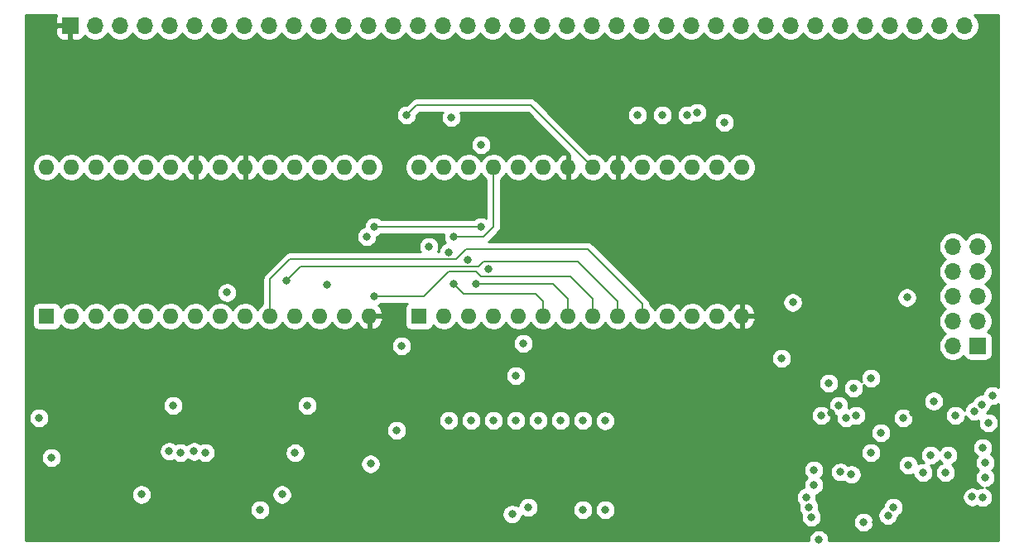
<source format=gbr>
%TF.GenerationSoftware,KiCad,Pcbnew,(5.1.10-1-10_14)*%
%TF.CreationDate,2021-12-06T09:48:52-05:00*%
%TF.ProjectId,control-unit-eeprom,636f6e74-726f-46c2-9d75-6e69742d6565,rev?*%
%TF.SameCoordinates,Original*%
%TF.FileFunction,Copper,L2,Inr*%
%TF.FilePolarity,Positive*%
%FSLAX46Y46*%
G04 Gerber Fmt 4.6, Leading zero omitted, Abs format (unit mm)*
G04 Created by KiCad (PCBNEW (5.1.10-1-10_14)) date 2021-12-06 09:48:52*
%MOMM*%
%LPD*%
G01*
G04 APERTURE LIST*
%TA.AperFunction,ComponentPad*%
%ADD10O,1.700000X1.700000*%
%TD*%
%TA.AperFunction,ComponentPad*%
%ADD11R,1.700000X1.700000*%
%TD*%
%TA.AperFunction,ComponentPad*%
%ADD12O,1.600000X1.600000*%
%TD*%
%TA.AperFunction,ComponentPad*%
%ADD13R,1.600000X1.600000*%
%TD*%
%TA.AperFunction,ViaPad*%
%ADD14C,0.800000*%
%TD*%
%TA.AperFunction,Conductor*%
%ADD15C,0.200000*%
%TD*%
%TA.AperFunction,Conductor*%
%ADD16C,0.254000*%
%TD*%
%TA.AperFunction,Conductor*%
%ADD17C,0.100000*%
%TD*%
G04 APERTURE END LIST*
D10*
%TO.N,MEM_DATA0*%
%TO.C,J2*%
X66956000Y-126492000D03*
%TO.N,MEM_DATA1*%
X64416000Y-126492000D03*
%TO.N,MEM_DATA2*%
X61876000Y-126492000D03*
%TO.N,MEM_DATA3*%
X59336000Y-126492000D03*
%TO.N,MEM_DATA4*%
X56796000Y-126492000D03*
%TO.N,MEM_DATA5*%
X54256000Y-126492000D03*
%TO.N,MEM_DATA6*%
X51716000Y-126492000D03*
%TO.N,MEM_DATA7*%
X49176000Y-126492000D03*
%TO.N,INTERRUPT_REQ_2_ST*%
X46636000Y-126492000D03*
%TO.N,INTERRUPT_REQ_1_ST*%
X44096000Y-126492000D03*
%TO.N,INTERRUPT_REQ_0_ST*%
X41556000Y-126492000D03*
%TO.N,!CLOCK*%
X39016000Y-126492000D03*
%TO.N,CLOCK*%
X36476000Y-126492000D03*
%TO.N,LOAD_INST*%
X33936000Y-126492000D03*
%TO.N,~RESET_OP*%
X31396000Y-126492000D03*
%TO.N,~STEP_ZERO*%
X28856000Y-126492000D03*
%TO.N,INTERRUPT_HANDLER_EN*%
X26316000Y-126492000D03*
%TO.N,EEPROM0*%
X23776000Y-126492000D03*
%TO.N,EEPROM1*%
X21236000Y-126492000D03*
%TO.N,EEPROM2*%
X18696000Y-126492000D03*
%TO.N,EEPROM3*%
X16156000Y-126492000D03*
%TO.N,EEPROM4*%
X13616000Y-126492000D03*
%TO.N,EEPROM5*%
X11076000Y-126492000D03*
%TO.N,EEPROM6*%
X8536000Y-126492000D03*
%TO.N,EEPROM7*%
X5996000Y-126492000D03*
%TO.N,EEPROM8*%
X3456000Y-126492000D03*
%TO.N,EEPROM9*%
X916000Y-126492000D03*
%TO.N,EEPROM10*%
X-1624000Y-126492000D03*
%TO.N,EEPROM11*%
X-4164000Y-126492000D03*
%TO.N,EEPROM12*%
X-6704000Y-126492000D03*
%TO.N,EEPROM13*%
X-9244000Y-126492000D03*
%TO.N,EEPROM14*%
X-11784000Y-126492000D03*
%TO.N,EEPROM15*%
X-14324000Y-126492000D03*
%TO.N,A13*%
X-16864000Y-126492000D03*
%TO.N,A14*%
X-19404000Y-126492000D03*
%TO.N,VCC*%
X-21944000Y-126492000D03*
D11*
%TO.N,GND*%
X-24484000Y-126492000D03*
%TD*%
D12*
%TO.N,VCC*%
%TO.C,U9*%
X-26924000Y-140970000D03*
%TO.N,GND*%
X6096000Y-156210000D03*
%TO.N,VCC*%
X-24384000Y-140970000D03*
%TO.N,EEPROM10*%
X3556000Y-156210000D03*
%TO.N,A13*%
X-21844000Y-140970000D03*
%TO.N,EEPROM9*%
X1016000Y-156210000D03*
%TO.N,INST3*%
X-19304000Y-140970000D03*
%TO.N,EEPROM8*%
X-1524000Y-156210000D03*
%TO.N,INST4*%
X-16764000Y-140970000D03*
%TO.N,STEP0*%
X-4064000Y-156210000D03*
%TO.N,INST6*%
X-14224000Y-140970000D03*
%TO.N,STEP1*%
X-6604000Y-156210000D03*
%TO.N,GND*%
X-11684000Y-140970000D03*
%TO.N,STEP2*%
X-9144000Y-156210000D03*
%TO.N,INST5*%
X-9144000Y-140970000D03*
%TO.N,STEP3*%
X-11684000Y-156210000D03*
%TO.N,GND*%
X-6604000Y-140970000D03*
%TO.N,STEP4*%
X-14224000Y-156210000D03*
%TO.N,EEPROM15*%
X-4064000Y-140970000D03*
%TO.N,INST0*%
X-16764000Y-156210000D03*
%TO.N,EEPROM14*%
X-1524000Y-140970000D03*
%TO.N,INST1*%
X-19304000Y-156210000D03*
%TO.N,EEPROM13*%
X1016000Y-140970000D03*
%TO.N,INST2*%
X-21844000Y-156210000D03*
%TO.N,EEPROM12*%
X3556000Y-140970000D03*
%TO.N,INST7*%
X-24384000Y-156210000D03*
%TO.N,EEPROM11*%
X6096000Y-140970000D03*
D13*
%TO.N,A14*%
X-26924000Y-156210000D03*
%TD*%
D12*
%TO.N,VCC*%
%TO.C,U8*%
X11176000Y-140970000D03*
%TO.N,GND*%
X44196000Y-156210000D03*
%TO.N,VCC*%
X13716000Y-140970000D03*
%TO.N,EEPROM2*%
X41656000Y-156210000D03*
%TO.N,A13*%
X16256000Y-140970000D03*
%TO.N,EEPROM1*%
X39116000Y-156210000D03*
%TO.N,INST3*%
X18796000Y-140970000D03*
%TO.N,EEPROM0*%
X36576000Y-156210000D03*
%TO.N,INST4*%
X21336000Y-140970000D03*
%TO.N,STEP0*%
X34036000Y-156210000D03*
%TO.N,INST6*%
X23876000Y-140970000D03*
%TO.N,STEP1*%
X31496000Y-156210000D03*
%TO.N,GND*%
X26416000Y-140970000D03*
%TO.N,STEP2*%
X28956000Y-156210000D03*
%TO.N,INST5*%
X28956000Y-140970000D03*
%TO.N,STEP3*%
X26416000Y-156210000D03*
%TO.N,GND*%
X31496000Y-140970000D03*
%TO.N,STEP4*%
X23876000Y-156210000D03*
%TO.N,EEPROM7*%
X34036000Y-140970000D03*
%TO.N,INST0*%
X21336000Y-156210000D03*
%TO.N,EEPROM6*%
X36576000Y-140970000D03*
%TO.N,INST1*%
X18796000Y-156210000D03*
%TO.N,EEPROM5*%
X39116000Y-140970000D03*
%TO.N,INST2*%
X16256000Y-156210000D03*
%TO.N,EEPROM4*%
X41656000Y-140970000D03*
%TO.N,INST7*%
X13716000Y-156210000D03*
%TO.N,EEPROM3*%
X44196000Y-140970000D03*
D13*
%TO.N,A14*%
X11176000Y-156210000D03*
%TD*%
D10*
%TO.N,SI7*%
%TO.C,J1*%
X65786000Y-149098000D03*
%TO.N,VCC*%
X68326000Y-149098000D03*
%TO.N,SI3*%
X65786000Y-151638000D03*
%TO.N,VCC*%
X68326000Y-151638000D03*
%TO.N,SI2*%
X65786000Y-154178000D03*
%TO.N,VCC*%
X68326000Y-154178000D03*
%TO.N,SI1*%
X65786000Y-156718000D03*
%TO.N,VCC*%
X68326000Y-156718000D03*
%TO.N,SI0*%
X65786000Y-159258000D03*
D11*
%TO.N,VCC*%
X68326000Y-159258000D03*
%TD*%
D14*
%TO.N,SI7*%
X68834000Y-174752000D03*
X59135294Y-176600060D03*
X67987265Y-165940893D03*
%TO.N,VCC*%
X52324000Y-166370000D03*
X50800000Y-174752000D03*
X60706000Y-166624000D03*
X-5080000Y-176022000D03*
X-2846000Y-174446000D03*
X-17220000Y-174446000D03*
X-13970000Y-165354000D03*
X-27686000Y-166624000D03*
X-254000Y-165354000D03*
X61087000Y-154305000D03*
%TO.N,SI3*%
X68834000Y-169672000D03*
X63500000Y-170434000D03*
X68703980Y-165243509D03*
%TO.N,SI2*%
X65278000Y-170434000D03*
X69403990Y-167132000D03*
%TO.N,SI1*%
X69088000Y-171196000D03*
X65024000Y-172212000D03*
X69850000Y-164338000D03*
%TO.N,SI0*%
X69088000Y-172720000D03*
X62738000Y-172212000D03*
%TO.N,GND*%
X12596500Y-174140500D03*
X43434020Y-174140500D03*
X57912000Y-177292000D03*
X53340000Y-166116000D03*
X44450000Y-166370000D03*
X61722000Y-166116000D03*
X69342000Y-145796000D03*
X69342000Y-143256000D03*
X69342000Y-140716000D03*
X69342000Y-138176000D03*
X69342000Y-135636000D03*
X59495054Y-170241990D03*
X14732000Y-137668000D03*
X-21844000Y-134620000D03*
X-18796000Y-173736000D03*
X-5080000Y-174498000D03*
X-18796000Y-165354000D03*
X-23876000Y-166624000D03*
X-26924000Y-162814000D03*
X-5334000Y-165354000D03*
X9092000Y-174446000D03*
X56896000Y-172466000D03*
X61087000Y-142875000D03*
X49657010Y-142874990D03*
X66802000Y-175514000D03*
%TO.N,INTERRUPT_HANDLER_EN*%
X51562000Y-173482000D03*
X61214000Y-171450000D03*
%TO.N,A14*%
X1778000Y-152992021D03*
%TO.N,Net-(U1-Pad3)*%
X48260000Y-160528000D03*
X49403000Y-154813000D03*
%TO.N,LOAD_INST*%
X39624000Y-135382000D03*
%TO.N,CLOCK*%
X42418000Y-136398000D03*
%TO.N,CIR0*%
X59689996Y-175768000D03*
X67754539Y-174701547D03*
%TO.N,CIR4*%
X57404000Y-162560000D03*
X51562000Y-171958000D03*
%TO.N,CIR5*%
X58420000Y-168148000D03*
X55391486Y-172404010D03*
%TO.N,CIR6*%
X55626000Y-163576000D03*
X55880000Y-166370000D03*
%TO.N,CIR7*%
X53086000Y-163068000D03*
X54102000Y-165354000D03*
%TO.N,STEP4*%
X14732000Y-152908000D03*
X-8473838Y-153787873D03*
%TO.N,Net-(U3-Pad10)*%
X6223000Y-171323000D03*
%TO.N,~RESET_OP*%
X8890000Y-167894000D03*
X-1510978Y-170193014D03*
%TO.N,!CLOCK*%
X22352000Y-175768000D03*
%TO.N,INST3*%
X23368000Y-166878000D03*
X63822929Y-164907990D03*
X21082000Y-162306000D03*
X5842000Y-148082000D03*
X14732000Y-148082000D03*
%TO.N,INST2*%
X25654000Y-166878000D03*
X66040000Y-166370000D03*
X14224000Y-149667990D03*
%TO.N,INST1*%
X27940000Y-176022000D03*
X27940000Y-166878000D03*
X16190268Y-150429990D03*
%TO.N,INST0*%
X30226000Y-176022000D03*
X30199768Y-166904232D03*
X18288000Y-151384000D03*
%TO.N,STEP0*%
X-14369500Y-170034500D03*
%TO.N,STEP1*%
X-13226500Y-170161500D03*
X-2365723Y-152592010D03*
%TO.N,STEP2*%
X-11842518Y-170047518D03*
X6604000Y-154178000D03*
%TO.N,STEP3*%
X-10686500Y-170161500D03*
X17018000Y-152908000D03*
%TO.N,INST7*%
X54864000Y-166624000D03*
X14224000Y-166878000D03*
X12192000Y-149097990D03*
%TO.N,INST6*%
X16510000Y-166878000D03*
X51308000Y-176784000D03*
X56642000Y-177292000D03*
X57404000Y-170180000D03*
X17526000Y-147066000D03*
X6604000Y-147066000D03*
%TO.N,INST5*%
X18796000Y-166878000D03*
X51054000Y-175768000D03*
X9906000Y-135636000D03*
X21844000Y-159004000D03*
%TO.N,INST4*%
X21082000Y-166878000D03*
X14478000Y-135890000D03*
X20697389Y-176468010D03*
X54272264Y-172150010D03*
X52070000Y-179092023D03*
%TO.N,EEPROM2*%
X33528000Y-135636000D03*
%TO.N,EEPROM1*%
X36068000Y-135636000D03*
%TO.N,EEPROM0*%
X38608000Y-135636000D03*
%TO.N,~STEP_ZERO*%
X17526000Y-138684000D03*
X9398000Y-159258000D03*
X-26416000Y-170688000D03*
%TD*%
D15*
%TO.N,STEP4*%
X23876000Y-156210000D02*
X23876000Y-154686000D01*
X23876000Y-154686000D02*
X23114000Y-153924000D01*
X23114000Y-153924000D02*
X15748000Y-153924000D01*
X15748000Y-153924000D02*
X14732000Y-152908000D01*
%TO.N,INST3*%
X18796000Y-147066000D02*
X18796000Y-140970000D01*
X17780000Y-148082000D02*
X18796000Y-147066000D01*
X14732000Y-148082000D02*
X17780000Y-148082000D01*
%TO.N,STEP0*%
X34036000Y-156210000D02*
X34036000Y-154940000D01*
X34036000Y-154940000D02*
X28448000Y-149352000D01*
X28448000Y-149352000D02*
X16002000Y-149352000D01*
X16002000Y-149352000D02*
X14986000Y-150368000D01*
X14986000Y-150368000D02*
X-2032000Y-150368000D01*
X-4064000Y-152400000D02*
X-4064000Y-156210000D01*
X-2032000Y-150368000D02*
X-4064000Y-152400000D01*
%TO.N,STEP1*%
X-903713Y-151130000D02*
X-2365723Y-152592010D01*
X17272000Y-151130000D02*
X-903713Y-151130000D01*
X17780000Y-150622000D02*
X17272000Y-151130000D01*
X27432000Y-150622000D02*
X17780000Y-150622000D01*
X31496000Y-154686000D02*
X27432000Y-150622000D01*
X31496000Y-156210000D02*
X31496000Y-154686000D01*
%TO.N,STEP2*%
X28956000Y-156210000D02*
X28956000Y-154432000D01*
X28956000Y-154432000D02*
X26670000Y-152146000D01*
X26670000Y-152146000D02*
X17526000Y-152146000D01*
X17526000Y-152146000D02*
X17018000Y-151638000D01*
X17018000Y-151638000D02*
X14224000Y-151638000D01*
X14224000Y-151638000D02*
X11684000Y-154178000D01*
X11067998Y-154178000D02*
X6604000Y-154178000D01*
X11684000Y-154178000D02*
X11067998Y-154178000D01*
%TO.N,STEP3*%
X17018000Y-152908000D02*
X24892000Y-152908000D01*
X26416000Y-154432000D02*
X26416000Y-156210000D01*
X24892000Y-152908000D02*
X26416000Y-154432000D01*
%TO.N,INST6*%
X17526000Y-147066000D02*
X6604000Y-147066000D01*
%TO.N,INST5*%
X9906000Y-135636000D02*
X10922000Y-134620000D01*
X10922000Y-134620000D02*
X22098000Y-134620000D01*
X28956000Y-140970000D02*
X22606000Y-134620000D01*
X22606000Y-134620000D02*
X22098000Y-134620000D01*
%TD*%
D16*
%TO.N,GND*%
X-25923502Y-125397820D02*
X-25959812Y-125517518D01*
X-25972072Y-125642000D01*
X-25969000Y-126206250D01*
X-25810250Y-126365000D01*
X-24611000Y-126365000D01*
X-24611000Y-126345000D01*
X-24357000Y-126345000D01*
X-24357000Y-126365000D01*
X-24337000Y-126365000D01*
X-24337000Y-126619000D01*
X-24357000Y-126619000D01*
X-24357000Y-127818250D01*
X-24198250Y-127977000D01*
X-23634000Y-127980072D01*
X-23509518Y-127967812D01*
X-23389820Y-127931502D01*
X-23279506Y-127872537D01*
X-23182815Y-127793185D01*
X-23103463Y-127696494D01*
X-23044498Y-127586180D01*
X-23022487Y-127513620D01*
X-22890632Y-127645475D01*
X-22647411Y-127807990D01*
X-22377158Y-127919932D01*
X-22090260Y-127977000D01*
X-21797740Y-127977000D01*
X-21510842Y-127919932D01*
X-21240589Y-127807990D01*
X-20997368Y-127645475D01*
X-20790525Y-127438632D01*
X-20674000Y-127264240D01*
X-20557475Y-127438632D01*
X-20350632Y-127645475D01*
X-20107411Y-127807990D01*
X-19837158Y-127919932D01*
X-19550260Y-127977000D01*
X-19257740Y-127977000D01*
X-18970842Y-127919932D01*
X-18700589Y-127807990D01*
X-18457368Y-127645475D01*
X-18250525Y-127438632D01*
X-18134000Y-127264240D01*
X-18017475Y-127438632D01*
X-17810632Y-127645475D01*
X-17567411Y-127807990D01*
X-17297158Y-127919932D01*
X-17010260Y-127977000D01*
X-16717740Y-127977000D01*
X-16430842Y-127919932D01*
X-16160589Y-127807990D01*
X-15917368Y-127645475D01*
X-15710525Y-127438632D01*
X-15594000Y-127264240D01*
X-15477475Y-127438632D01*
X-15270632Y-127645475D01*
X-15027411Y-127807990D01*
X-14757158Y-127919932D01*
X-14470260Y-127977000D01*
X-14177740Y-127977000D01*
X-13890842Y-127919932D01*
X-13620589Y-127807990D01*
X-13377368Y-127645475D01*
X-13170525Y-127438632D01*
X-13054000Y-127264240D01*
X-12937475Y-127438632D01*
X-12730632Y-127645475D01*
X-12487411Y-127807990D01*
X-12217158Y-127919932D01*
X-11930260Y-127977000D01*
X-11637740Y-127977000D01*
X-11350842Y-127919932D01*
X-11080589Y-127807990D01*
X-10837368Y-127645475D01*
X-10630525Y-127438632D01*
X-10514000Y-127264240D01*
X-10397475Y-127438632D01*
X-10190632Y-127645475D01*
X-9947411Y-127807990D01*
X-9677158Y-127919932D01*
X-9390260Y-127977000D01*
X-9097740Y-127977000D01*
X-8810842Y-127919932D01*
X-8540589Y-127807990D01*
X-8297368Y-127645475D01*
X-8090525Y-127438632D01*
X-7974000Y-127264240D01*
X-7857475Y-127438632D01*
X-7650632Y-127645475D01*
X-7407411Y-127807990D01*
X-7137158Y-127919932D01*
X-6850260Y-127977000D01*
X-6557740Y-127977000D01*
X-6270842Y-127919932D01*
X-6000589Y-127807990D01*
X-5757368Y-127645475D01*
X-5550525Y-127438632D01*
X-5434000Y-127264240D01*
X-5317475Y-127438632D01*
X-5110632Y-127645475D01*
X-4867411Y-127807990D01*
X-4597158Y-127919932D01*
X-4310260Y-127977000D01*
X-4017740Y-127977000D01*
X-3730842Y-127919932D01*
X-3460589Y-127807990D01*
X-3217368Y-127645475D01*
X-3010525Y-127438632D01*
X-2894000Y-127264240D01*
X-2777475Y-127438632D01*
X-2570632Y-127645475D01*
X-2327411Y-127807990D01*
X-2057158Y-127919932D01*
X-1770260Y-127977000D01*
X-1477740Y-127977000D01*
X-1190842Y-127919932D01*
X-920589Y-127807990D01*
X-677368Y-127645475D01*
X-470525Y-127438632D01*
X-354000Y-127264240D01*
X-237475Y-127438632D01*
X-30632Y-127645475D01*
X212589Y-127807990D01*
X482842Y-127919932D01*
X769740Y-127977000D01*
X1062260Y-127977000D01*
X1349158Y-127919932D01*
X1619411Y-127807990D01*
X1862632Y-127645475D01*
X2069475Y-127438632D01*
X2186000Y-127264240D01*
X2302525Y-127438632D01*
X2509368Y-127645475D01*
X2752589Y-127807990D01*
X3022842Y-127919932D01*
X3309740Y-127977000D01*
X3602260Y-127977000D01*
X3889158Y-127919932D01*
X4159411Y-127807990D01*
X4402632Y-127645475D01*
X4609475Y-127438632D01*
X4726000Y-127264240D01*
X4842525Y-127438632D01*
X5049368Y-127645475D01*
X5292589Y-127807990D01*
X5562842Y-127919932D01*
X5849740Y-127977000D01*
X6142260Y-127977000D01*
X6429158Y-127919932D01*
X6699411Y-127807990D01*
X6942632Y-127645475D01*
X7149475Y-127438632D01*
X7266000Y-127264240D01*
X7382525Y-127438632D01*
X7589368Y-127645475D01*
X7832589Y-127807990D01*
X8102842Y-127919932D01*
X8389740Y-127977000D01*
X8682260Y-127977000D01*
X8969158Y-127919932D01*
X9239411Y-127807990D01*
X9482632Y-127645475D01*
X9689475Y-127438632D01*
X9806000Y-127264240D01*
X9922525Y-127438632D01*
X10129368Y-127645475D01*
X10372589Y-127807990D01*
X10642842Y-127919932D01*
X10929740Y-127977000D01*
X11222260Y-127977000D01*
X11509158Y-127919932D01*
X11779411Y-127807990D01*
X12022632Y-127645475D01*
X12229475Y-127438632D01*
X12346000Y-127264240D01*
X12462525Y-127438632D01*
X12669368Y-127645475D01*
X12912589Y-127807990D01*
X13182842Y-127919932D01*
X13469740Y-127977000D01*
X13762260Y-127977000D01*
X14049158Y-127919932D01*
X14319411Y-127807990D01*
X14562632Y-127645475D01*
X14769475Y-127438632D01*
X14886000Y-127264240D01*
X15002525Y-127438632D01*
X15209368Y-127645475D01*
X15452589Y-127807990D01*
X15722842Y-127919932D01*
X16009740Y-127977000D01*
X16302260Y-127977000D01*
X16589158Y-127919932D01*
X16859411Y-127807990D01*
X17102632Y-127645475D01*
X17309475Y-127438632D01*
X17426000Y-127264240D01*
X17542525Y-127438632D01*
X17749368Y-127645475D01*
X17992589Y-127807990D01*
X18262842Y-127919932D01*
X18549740Y-127977000D01*
X18842260Y-127977000D01*
X19129158Y-127919932D01*
X19399411Y-127807990D01*
X19642632Y-127645475D01*
X19849475Y-127438632D01*
X19966000Y-127264240D01*
X20082525Y-127438632D01*
X20289368Y-127645475D01*
X20532589Y-127807990D01*
X20802842Y-127919932D01*
X21089740Y-127977000D01*
X21382260Y-127977000D01*
X21669158Y-127919932D01*
X21939411Y-127807990D01*
X22182632Y-127645475D01*
X22389475Y-127438632D01*
X22506000Y-127264240D01*
X22622525Y-127438632D01*
X22829368Y-127645475D01*
X23072589Y-127807990D01*
X23342842Y-127919932D01*
X23629740Y-127977000D01*
X23922260Y-127977000D01*
X24209158Y-127919932D01*
X24479411Y-127807990D01*
X24722632Y-127645475D01*
X24929475Y-127438632D01*
X25046000Y-127264240D01*
X25162525Y-127438632D01*
X25369368Y-127645475D01*
X25612589Y-127807990D01*
X25882842Y-127919932D01*
X26169740Y-127977000D01*
X26462260Y-127977000D01*
X26749158Y-127919932D01*
X27019411Y-127807990D01*
X27262632Y-127645475D01*
X27469475Y-127438632D01*
X27586000Y-127264240D01*
X27702525Y-127438632D01*
X27909368Y-127645475D01*
X28152589Y-127807990D01*
X28422842Y-127919932D01*
X28709740Y-127977000D01*
X29002260Y-127977000D01*
X29289158Y-127919932D01*
X29559411Y-127807990D01*
X29802632Y-127645475D01*
X30009475Y-127438632D01*
X30126000Y-127264240D01*
X30242525Y-127438632D01*
X30449368Y-127645475D01*
X30692589Y-127807990D01*
X30962842Y-127919932D01*
X31249740Y-127977000D01*
X31542260Y-127977000D01*
X31829158Y-127919932D01*
X32099411Y-127807990D01*
X32342632Y-127645475D01*
X32549475Y-127438632D01*
X32666000Y-127264240D01*
X32782525Y-127438632D01*
X32989368Y-127645475D01*
X33232589Y-127807990D01*
X33502842Y-127919932D01*
X33789740Y-127977000D01*
X34082260Y-127977000D01*
X34369158Y-127919932D01*
X34639411Y-127807990D01*
X34882632Y-127645475D01*
X35089475Y-127438632D01*
X35206000Y-127264240D01*
X35322525Y-127438632D01*
X35529368Y-127645475D01*
X35772589Y-127807990D01*
X36042842Y-127919932D01*
X36329740Y-127977000D01*
X36622260Y-127977000D01*
X36909158Y-127919932D01*
X37179411Y-127807990D01*
X37422632Y-127645475D01*
X37629475Y-127438632D01*
X37746000Y-127264240D01*
X37862525Y-127438632D01*
X38069368Y-127645475D01*
X38312589Y-127807990D01*
X38582842Y-127919932D01*
X38869740Y-127977000D01*
X39162260Y-127977000D01*
X39449158Y-127919932D01*
X39719411Y-127807990D01*
X39962632Y-127645475D01*
X40169475Y-127438632D01*
X40286000Y-127264240D01*
X40402525Y-127438632D01*
X40609368Y-127645475D01*
X40852589Y-127807990D01*
X41122842Y-127919932D01*
X41409740Y-127977000D01*
X41702260Y-127977000D01*
X41989158Y-127919932D01*
X42259411Y-127807990D01*
X42502632Y-127645475D01*
X42709475Y-127438632D01*
X42826000Y-127264240D01*
X42942525Y-127438632D01*
X43149368Y-127645475D01*
X43392589Y-127807990D01*
X43662842Y-127919932D01*
X43949740Y-127977000D01*
X44242260Y-127977000D01*
X44529158Y-127919932D01*
X44799411Y-127807990D01*
X45042632Y-127645475D01*
X45249475Y-127438632D01*
X45366000Y-127264240D01*
X45482525Y-127438632D01*
X45689368Y-127645475D01*
X45932589Y-127807990D01*
X46202842Y-127919932D01*
X46489740Y-127977000D01*
X46782260Y-127977000D01*
X47069158Y-127919932D01*
X47339411Y-127807990D01*
X47582632Y-127645475D01*
X47789475Y-127438632D01*
X47906000Y-127264240D01*
X48022525Y-127438632D01*
X48229368Y-127645475D01*
X48472589Y-127807990D01*
X48742842Y-127919932D01*
X49029740Y-127977000D01*
X49322260Y-127977000D01*
X49609158Y-127919932D01*
X49879411Y-127807990D01*
X50122632Y-127645475D01*
X50329475Y-127438632D01*
X50446000Y-127264240D01*
X50562525Y-127438632D01*
X50769368Y-127645475D01*
X51012589Y-127807990D01*
X51282842Y-127919932D01*
X51569740Y-127977000D01*
X51862260Y-127977000D01*
X52149158Y-127919932D01*
X52419411Y-127807990D01*
X52662632Y-127645475D01*
X52869475Y-127438632D01*
X52986000Y-127264240D01*
X53102525Y-127438632D01*
X53309368Y-127645475D01*
X53552589Y-127807990D01*
X53822842Y-127919932D01*
X54109740Y-127977000D01*
X54402260Y-127977000D01*
X54689158Y-127919932D01*
X54959411Y-127807990D01*
X55202632Y-127645475D01*
X55409475Y-127438632D01*
X55526000Y-127264240D01*
X55642525Y-127438632D01*
X55849368Y-127645475D01*
X56092589Y-127807990D01*
X56362842Y-127919932D01*
X56649740Y-127977000D01*
X56942260Y-127977000D01*
X57229158Y-127919932D01*
X57499411Y-127807990D01*
X57742632Y-127645475D01*
X57949475Y-127438632D01*
X58066000Y-127264240D01*
X58182525Y-127438632D01*
X58389368Y-127645475D01*
X58632589Y-127807990D01*
X58902842Y-127919932D01*
X59189740Y-127977000D01*
X59482260Y-127977000D01*
X59769158Y-127919932D01*
X60039411Y-127807990D01*
X60282632Y-127645475D01*
X60489475Y-127438632D01*
X60606000Y-127264240D01*
X60722525Y-127438632D01*
X60929368Y-127645475D01*
X61172589Y-127807990D01*
X61442842Y-127919932D01*
X61729740Y-127977000D01*
X62022260Y-127977000D01*
X62309158Y-127919932D01*
X62579411Y-127807990D01*
X62822632Y-127645475D01*
X63029475Y-127438632D01*
X63146000Y-127264240D01*
X63262525Y-127438632D01*
X63469368Y-127645475D01*
X63712589Y-127807990D01*
X63982842Y-127919932D01*
X64269740Y-127977000D01*
X64562260Y-127977000D01*
X64849158Y-127919932D01*
X65119411Y-127807990D01*
X65362632Y-127645475D01*
X65569475Y-127438632D01*
X65686000Y-127264240D01*
X65802525Y-127438632D01*
X66009368Y-127645475D01*
X66252589Y-127807990D01*
X66522842Y-127919932D01*
X66809740Y-127977000D01*
X67102260Y-127977000D01*
X67389158Y-127919932D01*
X67659411Y-127807990D01*
X67902632Y-127645475D01*
X68109475Y-127438632D01*
X68271990Y-127195411D01*
X68383932Y-126925158D01*
X68441000Y-126638260D01*
X68441000Y-126345740D01*
X68383932Y-126058842D01*
X68271990Y-125788589D01*
X68109475Y-125545368D01*
X67938107Y-125374000D01*
X70460001Y-125374000D01*
X70460000Y-163500805D01*
X70340256Y-163420795D01*
X70151898Y-163342774D01*
X69951939Y-163303000D01*
X69748061Y-163303000D01*
X69548102Y-163342774D01*
X69359744Y-163420795D01*
X69190226Y-163534063D01*
X69046063Y-163678226D01*
X68932795Y-163847744D01*
X68854774Y-164036102D01*
X68819926Y-164211295D01*
X68805919Y-164208509D01*
X68602041Y-164208509D01*
X68402082Y-164248283D01*
X68213724Y-164326304D01*
X68044206Y-164439572D01*
X67900043Y-164583735D01*
X67786775Y-164753253D01*
X67709023Y-164940962D01*
X67685367Y-164945667D01*
X67497009Y-165023688D01*
X67327491Y-165136956D01*
X67183328Y-165281119D01*
X67070060Y-165450637D01*
X66992039Y-165638995D01*
X66952265Y-165838954D01*
X66952265Y-165872351D01*
X66843937Y-165710226D01*
X66699774Y-165566063D01*
X66530256Y-165452795D01*
X66341898Y-165374774D01*
X66141939Y-165335000D01*
X65938061Y-165335000D01*
X65738102Y-165374774D01*
X65549744Y-165452795D01*
X65380226Y-165566063D01*
X65236063Y-165710226D01*
X65122795Y-165879744D01*
X65044774Y-166068102D01*
X65005000Y-166268061D01*
X65005000Y-166471939D01*
X65044774Y-166671898D01*
X65122795Y-166860256D01*
X65236063Y-167029774D01*
X65380226Y-167173937D01*
X65549744Y-167287205D01*
X65738102Y-167365226D01*
X65938061Y-167405000D01*
X66141939Y-167405000D01*
X66341898Y-167365226D01*
X66530256Y-167287205D01*
X66699774Y-167173937D01*
X66843937Y-167029774D01*
X66957205Y-166860256D01*
X67035226Y-166671898D01*
X67075000Y-166471939D01*
X67075000Y-166438542D01*
X67183328Y-166600667D01*
X67327491Y-166744830D01*
X67497009Y-166858098D01*
X67685367Y-166936119D01*
X67885326Y-166975893D01*
X68089204Y-166975893D01*
X68289163Y-166936119D01*
X68396522Y-166891649D01*
X68368990Y-167030061D01*
X68368990Y-167233939D01*
X68408764Y-167433898D01*
X68486785Y-167622256D01*
X68600053Y-167791774D01*
X68744216Y-167935937D01*
X68913734Y-168049205D01*
X69102092Y-168127226D01*
X69302051Y-168167000D01*
X69505929Y-168167000D01*
X69705888Y-168127226D01*
X69894246Y-168049205D01*
X70063764Y-167935937D01*
X70207927Y-167791774D01*
X70321195Y-167622256D01*
X70399216Y-167433898D01*
X70438990Y-167233939D01*
X70438990Y-167030061D01*
X70399216Y-166830102D01*
X70321195Y-166641744D01*
X70207927Y-166472226D01*
X70063764Y-166328063D01*
X69894246Y-166214795D01*
X69705888Y-166136774D01*
X69505929Y-166097000D01*
X69302051Y-166097000D01*
X69284309Y-166100529D01*
X69363754Y-166047446D01*
X69507917Y-165903283D01*
X69621185Y-165733765D01*
X69699206Y-165545407D01*
X69734054Y-165370214D01*
X69748061Y-165373000D01*
X69951939Y-165373000D01*
X70151898Y-165333226D01*
X70340256Y-165255205D01*
X70460000Y-165175195D01*
X70460000Y-179172000D01*
X53105000Y-179172000D01*
X53105000Y-178990084D01*
X53065226Y-178790125D01*
X52987205Y-178601767D01*
X52873937Y-178432249D01*
X52729774Y-178288086D01*
X52560256Y-178174818D01*
X52371898Y-178096797D01*
X52171939Y-178057023D01*
X51968061Y-178057023D01*
X51768102Y-178096797D01*
X51579744Y-178174818D01*
X51410226Y-178288086D01*
X51266063Y-178432249D01*
X51152795Y-178601767D01*
X51074774Y-178790125D01*
X51035000Y-178990084D01*
X51035000Y-179172000D01*
X-29058000Y-179172000D01*
X-29058000Y-175920061D01*
X-6115000Y-175920061D01*
X-6115000Y-176123939D01*
X-6075226Y-176323898D01*
X-5997205Y-176512256D01*
X-5883937Y-176681774D01*
X-5739774Y-176825937D01*
X-5570256Y-176939205D01*
X-5381898Y-177017226D01*
X-5181939Y-177057000D01*
X-4978061Y-177057000D01*
X-4778102Y-177017226D01*
X-4589744Y-176939205D01*
X-4420226Y-176825937D01*
X-4276063Y-176681774D01*
X-4162795Y-176512256D01*
X-4102243Y-176366071D01*
X19662389Y-176366071D01*
X19662389Y-176569949D01*
X19702163Y-176769908D01*
X19780184Y-176958266D01*
X19893452Y-177127784D01*
X20037615Y-177271947D01*
X20207133Y-177385215D01*
X20395491Y-177463236D01*
X20595450Y-177503010D01*
X20799328Y-177503010D01*
X20999287Y-177463236D01*
X21187645Y-177385215D01*
X21357163Y-177271947D01*
X21501326Y-177127784D01*
X21614594Y-176958266D01*
X21692615Y-176769908D01*
X21727328Y-176595391D01*
X21861744Y-176685205D01*
X22050102Y-176763226D01*
X22250061Y-176803000D01*
X22453939Y-176803000D01*
X22653898Y-176763226D01*
X22842256Y-176685205D01*
X23011774Y-176571937D01*
X23155937Y-176427774D01*
X23269205Y-176258256D01*
X23347226Y-176069898D01*
X23377030Y-175920061D01*
X26905000Y-175920061D01*
X26905000Y-176123939D01*
X26944774Y-176323898D01*
X27022795Y-176512256D01*
X27136063Y-176681774D01*
X27280226Y-176825937D01*
X27449744Y-176939205D01*
X27638102Y-177017226D01*
X27838061Y-177057000D01*
X28041939Y-177057000D01*
X28241898Y-177017226D01*
X28430256Y-176939205D01*
X28599774Y-176825937D01*
X28743937Y-176681774D01*
X28857205Y-176512256D01*
X28935226Y-176323898D01*
X28975000Y-176123939D01*
X28975000Y-175920061D01*
X29191000Y-175920061D01*
X29191000Y-176123939D01*
X29230774Y-176323898D01*
X29308795Y-176512256D01*
X29422063Y-176681774D01*
X29566226Y-176825937D01*
X29735744Y-176939205D01*
X29924102Y-177017226D01*
X30124061Y-177057000D01*
X30327939Y-177057000D01*
X30527898Y-177017226D01*
X30716256Y-176939205D01*
X30885774Y-176825937D01*
X31029937Y-176681774D01*
X31143205Y-176512256D01*
X31221226Y-176323898D01*
X31261000Y-176123939D01*
X31261000Y-175920061D01*
X31221226Y-175720102D01*
X31143205Y-175531744D01*
X31029937Y-175362226D01*
X30885774Y-175218063D01*
X30716256Y-175104795D01*
X30527898Y-175026774D01*
X30327939Y-174987000D01*
X30124061Y-174987000D01*
X29924102Y-175026774D01*
X29735744Y-175104795D01*
X29566226Y-175218063D01*
X29422063Y-175362226D01*
X29308795Y-175531744D01*
X29230774Y-175720102D01*
X29191000Y-175920061D01*
X28975000Y-175920061D01*
X28935226Y-175720102D01*
X28857205Y-175531744D01*
X28743937Y-175362226D01*
X28599774Y-175218063D01*
X28430256Y-175104795D01*
X28241898Y-175026774D01*
X28041939Y-174987000D01*
X27838061Y-174987000D01*
X27638102Y-175026774D01*
X27449744Y-175104795D01*
X27280226Y-175218063D01*
X27136063Y-175362226D01*
X27022795Y-175531744D01*
X26944774Y-175720102D01*
X26905000Y-175920061D01*
X23377030Y-175920061D01*
X23387000Y-175869939D01*
X23387000Y-175666061D01*
X23347226Y-175466102D01*
X23269205Y-175277744D01*
X23155937Y-175108226D01*
X23011774Y-174964063D01*
X22842256Y-174850795D01*
X22653898Y-174772774D01*
X22453939Y-174733000D01*
X22250061Y-174733000D01*
X22050102Y-174772774D01*
X21861744Y-174850795D01*
X21692226Y-174964063D01*
X21548063Y-175108226D01*
X21434795Y-175277744D01*
X21356774Y-175466102D01*
X21322061Y-175640619D01*
X21187645Y-175550805D01*
X20999287Y-175472784D01*
X20799328Y-175433010D01*
X20595450Y-175433010D01*
X20395491Y-175472784D01*
X20207133Y-175550805D01*
X20037615Y-175664073D01*
X19893452Y-175808236D01*
X19780184Y-175977754D01*
X19702163Y-176166112D01*
X19662389Y-176366071D01*
X-4102243Y-176366071D01*
X-4084774Y-176323898D01*
X-4045000Y-176123939D01*
X-4045000Y-175920061D01*
X-4084774Y-175720102D01*
X-4162795Y-175531744D01*
X-4276063Y-175362226D01*
X-4420226Y-175218063D01*
X-4589744Y-175104795D01*
X-4778102Y-175026774D01*
X-4978061Y-174987000D01*
X-5181939Y-174987000D01*
X-5381898Y-175026774D01*
X-5570256Y-175104795D01*
X-5739774Y-175218063D01*
X-5883937Y-175362226D01*
X-5997205Y-175531744D01*
X-6075226Y-175720102D01*
X-6115000Y-175920061D01*
X-29058000Y-175920061D01*
X-29058000Y-174344061D01*
X-18255000Y-174344061D01*
X-18255000Y-174547939D01*
X-18215226Y-174747898D01*
X-18137205Y-174936256D01*
X-18023937Y-175105774D01*
X-17879774Y-175249937D01*
X-17710256Y-175363205D01*
X-17521898Y-175441226D01*
X-17321939Y-175481000D01*
X-17118061Y-175481000D01*
X-16918102Y-175441226D01*
X-16729744Y-175363205D01*
X-16560226Y-175249937D01*
X-16416063Y-175105774D01*
X-16302795Y-174936256D01*
X-16224774Y-174747898D01*
X-16185000Y-174547939D01*
X-16185000Y-174344061D01*
X-3881000Y-174344061D01*
X-3881000Y-174547939D01*
X-3841226Y-174747898D01*
X-3763205Y-174936256D01*
X-3649937Y-175105774D01*
X-3505774Y-175249937D01*
X-3336256Y-175363205D01*
X-3147898Y-175441226D01*
X-2947939Y-175481000D01*
X-2744061Y-175481000D01*
X-2544102Y-175441226D01*
X-2355744Y-175363205D01*
X-2186226Y-175249937D01*
X-2042063Y-175105774D01*
X-1928795Y-174936256D01*
X-1850774Y-174747898D01*
X-1831314Y-174650061D01*
X49765000Y-174650061D01*
X49765000Y-174853939D01*
X49804774Y-175053898D01*
X49882795Y-175242256D01*
X49996063Y-175411774D01*
X50057383Y-175473094D01*
X50019000Y-175666061D01*
X50019000Y-175869939D01*
X50058774Y-176069898D01*
X50136795Y-176258256D01*
X50250063Y-176427774D01*
X50311383Y-176489094D01*
X50273000Y-176682061D01*
X50273000Y-176885939D01*
X50312774Y-177085898D01*
X50390795Y-177274256D01*
X50504063Y-177443774D01*
X50648226Y-177587937D01*
X50817744Y-177701205D01*
X51006102Y-177779226D01*
X51206061Y-177819000D01*
X51409939Y-177819000D01*
X51609898Y-177779226D01*
X51798256Y-177701205D01*
X51967774Y-177587937D01*
X52111937Y-177443774D01*
X52225205Y-177274256D01*
X52260079Y-177190061D01*
X55607000Y-177190061D01*
X55607000Y-177393939D01*
X55646774Y-177593898D01*
X55724795Y-177782256D01*
X55838063Y-177951774D01*
X55982226Y-178095937D01*
X56151744Y-178209205D01*
X56340102Y-178287226D01*
X56540061Y-178327000D01*
X56743939Y-178327000D01*
X56943898Y-178287226D01*
X57132256Y-178209205D01*
X57301774Y-178095937D01*
X57445937Y-177951774D01*
X57559205Y-177782256D01*
X57637226Y-177593898D01*
X57677000Y-177393939D01*
X57677000Y-177190061D01*
X57637226Y-176990102D01*
X57559205Y-176801744D01*
X57445937Y-176632226D01*
X57311832Y-176498121D01*
X58100294Y-176498121D01*
X58100294Y-176701999D01*
X58140068Y-176901958D01*
X58218089Y-177090316D01*
X58331357Y-177259834D01*
X58475520Y-177403997D01*
X58645038Y-177517265D01*
X58833396Y-177595286D01*
X59033355Y-177635060D01*
X59237233Y-177635060D01*
X59437192Y-177595286D01*
X59625550Y-177517265D01*
X59795068Y-177403997D01*
X59939231Y-177259834D01*
X60052499Y-177090316D01*
X60130520Y-176901958D01*
X60170294Y-176701999D01*
X60170294Y-176689330D01*
X60180252Y-176685205D01*
X60349770Y-176571937D01*
X60493933Y-176427774D01*
X60607201Y-176258256D01*
X60685222Y-176069898D01*
X60724996Y-175869939D01*
X60724996Y-175666061D01*
X60685222Y-175466102D01*
X60607201Y-175277744D01*
X60493933Y-175108226D01*
X60349770Y-174964063D01*
X60180252Y-174850795D01*
X59991894Y-174772774D01*
X59791935Y-174733000D01*
X59588057Y-174733000D01*
X59388098Y-174772774D01*
X59199740Y-174850795D01*
X59030222Y-174964063D01*
X58886059Y-175108226D01*
X58772791Y-175277744D01*
X58694770Y-175466102D01*
X58654996Y-175666061D01*
X58654996Y-175678730D01*
X58645038Y-175682855D01*
X58475520Y-175796123D01*
X58331357Y-175940286D01*
X58218089Y-176109804D01*
X58140068Y-176298162D01*
X58100294Y-176498121D01*
X57311832Y-176498121D01*
X57301774Y-176488063D01*
X57132256Y-176374795D01*
X56943898Y-176296774D01*
X56743939Y-176257000D01*
X56540061Y-176257000D01*
X56340102Y-176296774D01*
X56151744Y-176374795D01*
X55982226Y-176488063D01*
X55838063Y-176632226D01*
X55724795Y-176801744D01*
X55646774Y-176990102D01*
X55607000Y-177190061D01*
X52260079Y-177190061D01*
X52303226Y-177085898D01*
X52343000Y-176885939D01*
X52343000Y-176682061D01*
X52303226Y-176482102D01*
X52225205Y-176293744D01*
X52111937Y-176124226D01*
X52050617Y-176062906D01*
X52089000Y-175869939D01*
X52089000Y-175666061D01*
X52049226Y-175466102D01*
X51971205Y-175277744D01*
X51857937Y-175108226D01*
X51796617Y-175046906D01*
X51835000Y-174853939D01*
X51835000Y-174650061D01*
X51824965Y-174599608D01*
X66719539Y-174599608D01*
X66719539Y-174803486D01*
X66759313Y-175003445D01*
X66837334Y-175191803D01*
X66950602Y-175361321D01*
X67094765Y-175505484D01*
X67264283Y-175618752D01*
X67452641Y-175696773D01*
X67652600Y-175736547D01*
X67856478Y-175736547D01*
X68056437Y-175696773D01*
X68244795Y-175618752D01*
X68256515Y-175610921D01*
X68343744Y-175669205D01*
X68532102Y-175747226D01*
X68732061Y-175787000D01*
X68935939Y-175787000D01*
X69135898Y-175747226D01*
X69324256Y-175669205D01*
X69493774Y-175555937D01*
X69637937Y-175411774D01*
X69751205Y-175242256D01*
X69829226Y-175053898D01*
X69869000Y-174853939D01*
X69869000Y-174650061D01*
X69829226Y-174450102D01*
X69751205Y-174261744D01*
X69637937Y-174092226D01*
X69493774Y-173948063D01*
X69324256Y-173834795D01*
X69135898Y-173756774D01*
X69126979Y-173755000D01*
X69189939Y-173755000D01*
X69389898Y-173715226D01*
X69578256Y-173637205D01*
X69747774Y-173523937D01*
X69891937Y-173379774D01*
X70005205Y-173210256D01*
X70083226Y-173021898D01*
X70123000Y-172821939D01*
X70123000Y-172618061D01*
X70083226Y-172418102D01*
X70005205Y-172229744D01*
X69891937Y-172060226D01*
X69789711Y-171958000D01*
X69891937Y-171855774D01*
X70005205Y-171686256D01*
X70083226Y-171497898D01*
X70123000Y-171297939D01*
X70123000Y-171094061D01*
X70083226Y-170894102D01*
X70005205Y-170705744D01*
X69891937Y-170536226D01*
X69747774Y-170392063D01*
X69643989Y-170322716D01*
X69751205Y-170162256D01*
X69829226Y-169973898D01*
X69869000Y-169773939D01*
X69869000Y-169570061D01*
X69829226Y-169370102D01*
X69751205Y-169181744D01*
X69637937Y-169012226D01*
X69493774Y-168868063D01*
X69324256Y-168754795D01*
X69135898Y-168676774D01*
X68935939Y-168637000D01*
X68732061Y-168637000D01*
X68532102Y-168676774D01*
X68343744Y-168754795D01*
X68174226Y-168868063D01*
X68030063Y-169012226D01*
X67916795Y-169181744D01*
X67838774Y-169370102D01*
X67799000Y-169570061D01*
X67799000Y-169773939D01*
X67838774Y-169973898D01*
X67916795Y-170162256D01*
X68030063Y-170331774D01*
X68174226Y-170475937D01*
X68278011Y-170545284D01*
X68170795Y-170705744D01*
X68092774Y-170894102D01*
X68053000Y-171094061D01*
X68053000Y-171297939D01*
X68092774Y-171497898D01*
X68170795Y-171686256D01*
X68284063Y-171855774D01*
X68386289Y-171958000D01*
X68284063Y-172060226D01*
X68170795Y-172229744D01*
X68092774Y-172418102D01*
X68053000Y-172618061D01*
X68053000Y-172821939D01*
X68092774Y-173021898D01*
X68170795Y-173210256D01*
X68284063Y-173379774D01*
X68428226Y-173523937D01*
X68597744Y-173637205D01*
X68786102Y-173715226D01*
X68795021Y-173717000D01*
X68732061Y-173717000D01*
X68532102Y-173756774D01*
X68343744Y-173834795D01*
X68332024Y-173842626D01*
X68244795Y-173784342D01*
X68056437Y-173706321D01*
X67856478Y-173666547D01*
X67652600Y-173666547D01*
X67452641Y-173706321D01*
X67264283Y-173784342D01*
X67094765Y-173897610D01*
X66950602Y-174041773D01*
X66837334Y-174211291D01*
X66759313Y-174399649D01*
X66719539Y-174599608D01*
X51824965Y-174599608D01*
X51803030Y-174489333D01*
X51863898Y-174477226D01*
X52052256Y-174399205D01*
X52221774Y-174285937D01*
X52365937Y-174141774D01*
X52479205Y-173972256D01*
X52557226Y-173783898D01*
X52597000Y-173583939D01*
X52597000Y-173380061D01*
X52557226Y-173180102D01*
X52479205Y-172991744D01*
X52365937Y-172822226D01*
X52263711Y-172720000D01*
X52365937Y-172617774D01*
X52479205Y-172448256D01*
X52557226Y-172259898D01*
X52597000Y-172059939D01*
X52597000Y-172048071D01*
X53237264Y-172048071D01*
X53237264Y-172251949D01*
X53277038Y-172451908D01*
X53355059Y-172640266D01*
X53468327Y-172809784D01*
X53612490Y-172953947D01*
X53782008Y-173067215D01*
X53970366Y-173145236D01*
X54170325Y-173185010D01*
X54374203Y-173185010D01*
X54574162Y-173145236D01*
X54641223Y-173117458D01*
X54731712Y-173207947D01*
X54901230Y-173321215D01*
X55089588Y-173399236D01*
X55289547Y-173439010D01*
X55493425Y-173439010D01*
X55693384Y-173399236D01*
X55881742Y-173321215D01*
X56051260Y-173207947D01*
X56195423Y-173063784D01*
X56308691Y-172894266D01*
X56386712Y-172705908D01*
X56426486Y-172505949D01*
X56426486Y-172302071D01*
X56386712Y-172102112D01*
X56308691Y-171913754D01*
X56195423Y-171744236D01*
X56051260Y-171600073D01*
X55881742Y-171486805D01*
X55693384Y-171408784D01*
X55493425Y-171369010D01*
X55289547Y-171369010D01*
X55089588Y-171408784D01*
X55022527Y-171436562D01*
X54934026Y-171348061D01*
X60179000Y-171348061D01*
X60179000Y-171551939D01*
X60218774Y-171751898D01*
X60296795Y-171940256D01*
X60410063Y-172109774D01*
X60554226Y-172253937D01*
X60723744Y-172367205D01*
X60912102Y-172445226D01*
X61112061Y-172485000D01*
X61315939Y-172485000D01*
X61515898Y-172445226D01*
X61704256Y-172367205D01*
X61712500Y-172361697D01*
X61742774Y-172513898D01*
X61820795Y-172702256D01*
X61934063Y-172871774D01*
X62078226Y-173015937D01*
X62247744Y-173129205D01*
X62436102Y-173207226D01*
X62636061Y-173247000D01*
X62839939Y-173247000D01*
X63039898Y-173207226D01*
X63228256Y-173129205D01*
X63397774Y-173015937D01*
X63541937Y-172871774D01*
X63655205Y-172702256D01*
X63733226Y-172513898D01*
X63773000Y-172313939D01*
X63773000Y-172110061D01*
X63733226Y-171910102D01*
X63655205Y-171721744D01*
X63541937Y-171552226D01*
X63458711Y-171469000D01*
X63601939Y-171469000D01*
X63801898Y-171429226D01*
X63990256Y-171351205D01*
X64159774Y-171237937D01*
X64303937Y-171093774D01*
X64389000Y-170966468D01*
X64474063Y-171093774D01*
X64618226Y-171237937D01*
X64638426Y-171251434D01*
X64533744Y-171294795D01*
X64364226Y-171408063D01*
X64220063Y-171552226D01*
X64106795Y-171721744D01*
X64028774Y-171910102D01*
X63989000Y-172110061D01*
X63989000Y-172313939D01*
X64028774Y-172513898D01*
X64106795Y-172702256D01*
X64220063Y-172871774D01*
X64364226Y-173015937D01*
X64533744Y-173129205D01*
X64722102Y-173207226D01*
X64922061Y-173247000D01*
X65125939Y-173247000D01*
X65325898Y-173207226D01*
X65514256Y-173129205D01*
X65683774Y-173015937D01*
X65827937Y-172871774D01*
X65941205Y-172702256D01*
X66019226Y-172513898D01*
X66059000Y-172313939D01*
X66059000Y-172110061D01*
X66019226Y-171910102D01*
X65941205Y-171721744D01*
X65827937Y-171552226D01*
X65683774Y-171408063D01*
X65663574Y-171394566D01*
X65768256Y-171351205D01*
X65937774Y-171237937D01*
X66081937Y-171093774D01*
X66195205Y-170924256D01*
X66273226Y-170735898D01*
X66313000Y-170535939D01*
X66313000Y-170332061D01*
X66273226Y-170132102D01*
X66195205Y-169943744D01*
X66081937Y-169774226D01*
X65937774Y-169630063D01*
X65768256Y-169516795D01*
X65579898Y-169438774D01*
X65379939Y-169399000D01*
X65176061Y-169399000D01*
X64976102Y-169438774D01*
X64787744Y-169516795D01*
X64618226Y-169630063D01*
X64474063Y-169774226D01*
X64389000Y-169901532D01*
X64303937Y-169774226D01*
X64159774Y-169630063D01*
X63990256Y-169516795D01*
X63801898Y-169438774D01*
X63601939Y-169399000D01*
X63398061Y-169399000D01*
X63198102Y-169438774D01*
X63009744Y-169516795D01*
X62840226Y-169630063D01*
X62696063Y-169774226D01*
X62582795Y-169943744D01*
X62504774Y-170132102D01*
X62465000Y-170332061D01*
X62465000Y-170535939D01*
X62504774Y-170735898D01*
X62582795Y-170924256D01*
X62696063Y-171093774D01*
X62779289Y-171177000D01*
X62636061Y-171177000D01*
X62436102Y-171216774D01*
X62247744Y-171294795D01*
X62239500Y-171300303D01*
X62209226Y-171148102D01*
X62131205Y-170959744D01*
X62017937Y-170790226D01*
X61873774Y-170646063D01*
X61704256Y-170532795D01*
X61515898Y-170454774D01*
X61315939Y-170415000D01*
X61112061Y-170415000D01*
X60912102Y-170454774D01*
X60723744Y-170532795D01*
X60554226Y-170646063D01*
X60410063Y-170790226D01*
X60296795Y-170959744D01*
X60218774Y-171148102D01*
X60179000Y-171348061D01*
X54934026Y-171348061D01*
X54932038Y-171346073D01*
X54762520Y-171232805D01*
X54574162Y-171154784D01*
X54374203Y-171115010D01*
X54170325Y-171115010D01*
X53970366Y-171154784D01*
X53782008Y-171232805D01*
X53612490Y-171346073D01*
X53468327Y-171490236D01*
X53355059Y-171659754D01*
X53277038Y-171848112D01*
X53237264Y-172048071D01*
X52597000Y-172048071D01*
X52597000Y-171856061D01*
X52557226Y-171656102D01*
X52479205Y-171467744D01*
X52365937Y-171298226D01*
X52221774Y-171154063D01*
X52052256Y-171040795D01*
X51863898Y-170962774D01*
X51663939Y-170923000D01*
X51460061Y-170923000D01*
X51260102Y-170962774D01*
X51071744Y-171040795D01*
X50902226Y-171154063D01*
X50758063Y-171298226D01*
X50644795Y-171467744D01*
X50566774Y-171656102D01*
X50527000Y-171856061D01*
X50527000Y-172059939D01*
X50566774Y-172259898D01*
X50644795Y-172448256D01*
X50758063Y-172617774D01*
X50860289Y-172720000D01*
X50758063Y-172822226D01*
X50644795Y-172991744D01*
X50566774Y-173180102D01*
X50527000Y-173380061D01*
X50527000Y-173583939D01*
X50558970Y-173744667D01*
X50498102Y-173756774D01*
X50309744Y-173834795D01*
X50140226Y-173948063D01*
X49996063Y-174092226D01*
X49882795Y-174261744D01*
X49804774Y-174450102D01*
X49765000Y-174650061D01*
X-1831314Y-174650061D01*
X-1811000Y-174547939D01*
X-1811000Y-174344061D01*
X-1850774Y-174144102D01*
X-1928795Y-173955744D01*
X-2042063Y-173786226D01*
X-2186226Y-173642063D01*
X-2355744Y-173528795D01*
X-2544102Y-173450774D01*
X-2744061Y-173411000D01*
X-2947939Y-173411000D01*
X-3147898Y-173450774D01*
X-3336256Y-173528795D01*
X-3505774Y-173642063D01*
X-3649937Y-173786226D01*
X-3763205Y-173955744D01*
X-3841226Y-174144102D01*
X-3881000Y-174344061D01*
X-16185000Y-174344061D01*
X-16224774Y-174144102D01*
X-16302795Y-173955744D01*
X-16416063Y-173786226D01*
X-16560226Y-173642063D01*
X-16729744Y-173528795D01*
X-16918102Y-173450774D01*
X-17118061Y-173411000D01*
X-17321939Y-173411000D01*
X-17521898Y-173450774D01*
X-17710256Y-173528795D01*
X-17879774Y-173642063D01*
X-18023937Y-173786226D01*
X-18137205Y-173955744D01*
X-18215226Y-174144102D01*
X-18255000Y-174344061D01*
X-29058000Y-174344061D01*
X-29058000Y-170586061D01*
X-27451000Y-170586061D01*
X-27451000Y-170789939D01*
X-27411226Y-170989898D01*
X-27333205Y-171178256D01*
X-27219937Y-171347774D01*
X-27075774Y-171491937D01*
X-26906256Y-171605205D01*
X-26717898Y-171683226D01*
X-26517939Y-171723000D01*
X-26314061Y-171723000D01*
X-26114102Y-171683226D01*
X-25925744Y-171605205D01*
X-25756226Y-171491937D01*
X-25612063Y-171347774D01*
X-25498795Y-171178256D01*
X-25420774Y-170989898D01*
X-25381000Y-170789939D01*
X-25381000Y-170586061D01*
X-25420774Y-170386102D01*
X-25498795Y-170197744D01*
X-25612063Y-170028226D01*
X-25707728Y-169932561D01*
X-15404500Y-169932561D01*
X-15404500Y-170136439D01*
X-15364726Y-170336398D01*
X-15286705Y-170524756D01*
X-15173437Y-170694274D01*
X-15029274Y-170838437D01*
X-14859756Y-170951705D01*
X-14671398Y-171029726D01*
X-14471439Y-171069500D01*
X-14267561Y-171069500D01*
X-14067602Y-171029726D01*
X-13893925Y-170957786D01*
X-13886274Y-170965437D01*
X-13716756Y-171078705D01*
X-13528398Y-171156726D01*
X-13328439Y-171196500D01*
X-13124561Y-171196500D01*
X-12924602Y-171156726D01*
X-12736244Y-171078705D01*
X-12566726Y-170965437D01*
X-12472590Y-170871301D01*
X-12332774Y-170964723D01*
X-12144416Y-171042744D01*
X-11944457Y-171082518D01*
X-11740579Y-171082518D01*
X-11540620Y-171042744D01*
X-11352262Y-170964723D01*
X-11349100Y-170962611D01*
X-11346274Y-170965437D01*
X-11176756Y-171078705D01*
X-10988398Y-171156726D01*
X-10788439Y-171196500D01*
X-10584561Y-171196500D01*
X-10384602Y-171156726D01*
X-10196244Y-171078705D01*
X-10026726Y-170965437D01*
X-9882563Y-170821274D01*
X-9769295Y-170651756D01*
X-9691274Y-170463398D01*
X-9651500Y-170263439D01*
X-9651500Y-170091075D01*
X-2545978Y-170091075D01*
X-2545978Y-170294953D01*
X-2506204Y-170494912D01*
X-2428183Y-170683270D01*
X-2314915Y-170852788D01*
X-2170752Y-170996951D01*
X-2001234Y-171110219D01*
X-1812876Y-171188240D01*
X-1612917Y-171228014D01*
X-1409039Y-171228014D01*
X-1374084Y-171221061D01*
X5188000Y-171221061D01*
X5188000Y-171424939D01*
X5227774Y-171624898D01*
X5305795Y-171813256D01*
X5419063Y-171982774D01*
X5563226Y-172126937D01*
X5732744Y-172240205D01*
X5921102Y-172318226D01*
X6121061Y-172358000D01*
X6324939Y-172358000D01*
X6524898Y-172318226D01*
X6713256Y-172240205D01*
X6882774Y-172126937D01*
X7026937Y-171982774D01*
X7140205Y-171813256D01*
X7218226Y-171624898D01*
X7258000Y-171424939D01*
X7258000Y-171221061D01*
X7218226Y-171021102D01*
X7140205Y-170832744D01*
X7026937Y-170663226D01*
X6882774Y-170519063D01*
X6713256Y-170405795D01*
X6524898Y-170327774D01*
X6324939Y-170288000D01*
X6121061Y-170288000D01*
X5921102Y-170327774D01*
X5732744Y-170405795D01*
X5563226Y-170519063D01*
X5419063Y-170663226D01*
X5305795Y-170832744D01*
X5227774Y-171021102D01*
X5188000Y-171221061D01*
X-1374084Y-171221061D01*
X-1209080Y-171188240D01*
X-1020722Y-171110219D01*
X-851204Y-170996951D01*
X-707041Y-170852788D01*
X-593773Y-170683270D01*
X-515752Y-170494912D01*
X-475978Y-170294953D01*
X-475978Y-170091075D01*
X-478566Y-170078061D01*
X56369000Y-170078061D01*
X56369000Y-170281939D01*
X56408774Y-170481898D01*
X56486795Y-170670256D01*
X56600063Y-170839774D01*
X56744226Y-170983937D01*
X56913744Y-171097205D01*
X57102102Y-171175226D01*
X57302061Y-171215000D01*
X57505939Y-171215000D01*
X57705898Y-171175226D01*
X57894256Y-171097205D01*
X58063774Y-170983937D01*
X58207937Y-170839774D01*
X58321205Y-170670256D01*
X58399226Y-170481898D01*
X58439000Y-170281939D01*
X58439000Y-170078061D01*
X58399226Y-169878102D01*
X58321205Y-169689744D01*
X58207937Y-169520226D01*
X58063774Y-169376063D01*
X57894256Y-169262795D01*
X57705898Y-169184774D01*
X57505939Y-169145000D01*
X57302061Y-169145000D01*
X57102102Y-169184774D01*
X56913744Y-169262795D01*
X56744226Y-169376063D01*
X56600063Y-169520226D01*
X56486795Y-169689744D01*
X56408774Y-169878102D01*
X56369000Y-170078061D01*
X-478566Y-170078061D01*
X-515752Y-169891116D01*
X-593773Y-169702758D01*
X-707041Y-169533240D01*
X-851204Y-169389077D01*
X-1020722Y-169275809D01*
X-1209080Y-169197788D01*
X-1409039Y-169158014D01*
X-1612917Y-169158014D01*
X-1812876Y-169197788D01*
X-2001234Y-169275809D01*
X-2170752Y-169389077D01*
X-2314915Y-169533240D01*
X-2428183Y-169702758D01*
X-2506204Y-169891116D01*
X-2545978Y-170091075D01*
X-9651500Y-170091075D01*
X-9651500Y-170059561D01*
X-9691274Y-169859602D01*
X-9769295Y-169671244D01*
X-9882563Y-169501726D01*
X-10026726Y-169357563D01*
X-10196244Y-169244295D01*
X-10384602Y-169166274D01*
X-10584561Y-169126500D01*
X-10788439Y-169126500D01*
X-10988398Y-169166274D01*
X-11176756Y-169244295D01*
X-11179918Y-169246407D01*
X-11182744Y-169243581D01*
X-11352262Y-169130313D01*
X-11540620Y-169052292D01*
X-11740579Y-169012518D01*
X-11944457Y-169012518D01*
X-12144416Y-169052292D01*
X-12332774Y-169130313D01*
X-12502292Y-169243581D01*
X-12596428Y-169337717D01*
X-12736244Y-169244295D01*
X-12924602Y-169166274D01*
X-13124561Y-169126500D01*
X-13328439Y-169126500D01*
X-13528398Y-169166274D01*
X-13702075Y-169238214D01*
X-13709726Y-169230563D01*
X-13879244Y-169117295D01*
X-14067602Y-169039274D01*
X-14267561Y-168999500D01*
X-14471439Y-168999500D01*
X-14671398Y-169039274D01*
X-14859756Y-169117295D01*
X-15029274Y-169230563D01*
X-15173437Y-169374726D01*
X-15286705Y-169544244D01*
X-15364726Y-169732602D01*
X-15404500Y-169932561D01*
X-25707728Y-169932561D01*
X-25756226Y-169884063D01*
X-25925744Y-169770795D01*
X-26114102Y-169692774D01*
X-26314061Y-169653000D01*
X-26517939Y-169653000D01*
X-26717898Y-169692774D01*
X-26906256Y-169770795D01*
X-27075774Y-169884063D01*
X-27219937Y-170028226D01*
X-27333205Y-170197744D01*
X-27411226Y-170386102D01*
X-27451000Y-170586061D01*
X-29058000Y-170586061D01*
X-29058000Y-167792061D01*
X7855000Y-167792061D01*
X7855000Y-167995939D01*
X7894774Y-168195898D01*
X7972795Y-168384256D01*
X8086063Y-168553774D01*
X8230226Y-168697937D01*
X8399744Y-168811205D01*
X8588102Y-168889226D01*
X8788061Y-168929000D01*
X8991939Y-168929000D01*
X9191898Y-168889226D01*
X9380256Y-168811205D01*
X9549774Y-168697937D01*
X9693937Y-168553774D01*
X9807205Y-168384256D01*
X9885226Y-168195898D01*
X9915030Y-168046061D01*
X57385000Y-168046061D01*
X57385000Y-168249939D01*
X57424774Y-168449898D01*
X57502795Y-168638256D01*
X57616063Y-168807774D01*
X57760226Y-168951937D01*
X57929744Y-169065205D01*
X58118102Y-169143226D01*
X58318061Y-169183000D01*
X58521939Y-169183000D01*
X58721898Y-169143226D01*
X58910256Y-169065205D01*
X59079774Y-168951937D01*
X59223937Y-168807774D01*
X59337205Y-168638256D01*
X59415226Y-168449898D01*
X59455000Y-168249939D01*
X59455000Y-168046061D01*
X59415226Y-167846102D01*
X59337205Y-167657744D01*
X59223937Y-167488226D01*
X59079774Y-167344063D01*
X58910256Y-167230795D01*
X58721898Y-167152774D01*
X58521939Y-167113000D01*
X58318061Y-167113000D01*
X58118102Y-167152774D01*
X57929744Y-167230795D01*
X57760226Y-167344063D01*
X57616063Y-167488226D01*
X57502795Y-167657744D01*
X57424774Y-167846102D01*
X57385000Y-168046061D01*
X9915030Y-168046061D01*
X9925000Y-167995939D01*
X9925000Y-167792061D01*
X9885226Y-167592102D01*
X9807205Y-167403744D01*
X9693937Y-167234226D01*
X9549774Y-167090063D01*
X9380256Y-166976795D01*
X9191898Y-166898774D01*
X8991939Y-166859000D01*
X8788061Y-166859000D01*
X8588102Y-166898774D01*
X8399744Y-166976795D01*
X8230226Y-167090063D01*
X8086063Y-167234226D01*
X7972795Y-167403744D01*
X7894774Y-167592102D01*
X7855000Y-167792061D01*
X-29058000Y-167792061D01*
X-29058000Y-166522061D01*
X-28721000Y-166522061D01*
X-28721000Y-166725939D01*
X-28681226Y-166925898D01*
X-28603205Y-167114256D01*
X-28489937Y-167283774D01*
X-28345774Y-167427937D01*
X-28176256Y-167541205D01*
X-27987898Y-167619226D01*
X-27787939Y-167659000D01*
X-27584061Y-167659000D01*
X-27384102Y-167619226D01*
X-27195744Y-167541205D01*
X-27026226Y-167427937D01*
X-26882063Y-167283774D01*
X-26768795Y-167114256D01*
X-26690774Y-166925898D01*
X-26660970Y-166776061D01*
X13189000Y-166776061D01*
X13189000Y-166979939D01*
X13228774Y-167179898D01*
X13306795Y-167368256D01*
X13420063Y-167537774D01*
X13564226Y-167681937D01*
X13733744Y-167795205D01*
X13922102Y-167873226D01*
X14122061Y-167913000D01*
X14325939Y-167913000D01*
X14525898Y-167873226D01*
X14714256Y-167795205D01*
X14883774Y-167681937D01*
X15027937Y-167537774D01*
X15141205Y-167368256D01*
X15219226Y-167179898D01*
X15259000Y-166979939D01*
X15259000Y-166776061D01*
X15475000Y-166776061D01*
X15475000Y-166979939D01*
X15514774Y-167179898D01*
X15592795Y-167368256D01*
X15706063Y-167537774D01*
X15850226Y-167681937D01*
X16019744Y-167795205D01*
X16208102Y-167873226D01*
X16408061Y-167913000D01*
X16611939Y-167913000D01*
X16811898Y-167873226D01*
X17000256Y-167795205D01*
X17169774Y-167681937D01*
X17313937Y-167537774D01*
X17427205Y-167368256D01*
X17505226Y-167179898D01*
X17545000Y-166979939D01*
X17545000Y-166776061D01*
X17761000Y-166776061D01*
X17761000Y-166979939D01*
X17800774Y-167179898D01*
X17878795Y-167368256D01*
X17992063Y-167537774D01*
X18136226Y-167681937D01*
X18305744Y-167795205D01*
X18494102Y-167873226D01*
X18694061Y-167913000D01*
X18897939Y-167913000D01*
X19097898Y-167873226D01*
X19286256Y-167795205D01*
X19455774Y-167681937D01*
X19599937Y-167537774D01*
X19713205Y-167368256D01*
X19791226Y-167179898D01*
X19831000Y-166979939D01*
X19831000Y-166776061D01*
X20047000Y-166776061D01*
X20047000Y-166979939D01*
X20086774Y-167179898D01*
X20164795Y-167368256D01*
X20278063Y-167537774D01*
X20422226Y-167681937D01*
X20591744Y-167795205D01*
X20780102Y-167873226D01*
X20980061Y-167913000D01*
X21183939Y-167913000D01*
X21383898Y-167873226D01*
X21572256Y-167795205D01*
X21741774Y-167681937D01*
X21885937Y-167537774D01*
X21999205Y-167368256D01*
X22077226Y-167179898D01*
X22117000Y-166979939D01*
X22117000Y-166776061D01*
X22333000Y-166776061D01*
X22333000Y-166979939D01*
X22372774Y-167179898D01*
X22450795Y-167368256D01*
X22564063Y-167537774D01*
X22708226Y-167681937D01*
X22877744Y-167795205D01*
X23066102Y-167873226D01*
X23266061Y-167913000D01*
X23469939Y-167913000D01*
X23669898Y-167873226D01*
X23858256Y-167795205D01*
X24027774Y-167681937D01*
X24171937Y-167537774D01*
X24285205Y-167368256D01*
X24363226Y-167179898D01*
X24403000Y-166979939D01*
X24403000Y-166776061D01*
X24619000Y-166776061D01*
X24619000Y-166979939D01*
X24658774Y-167179898D01*
X24736795Y-167368256D01*
X24850063Y-167537774D01*
X24994226Y-167681937D01*
X25163744Y-167795205D01*
X25352102Y-167873226D01*
X25552061Y-167913000D01*
X25755939Y-167913000D01*
X25955898Y-167873226D01*
X26144256Y-167795205D01*
X26313774Y-167681937D01*
X26457937Y-167537774D01*
X26571205Y-167368256D01*
X26649226Y-167179898D01*
X26689000Y-166979939D01*
X26689000Y-166776061D01*
X26905000Y-166776061D01*
X26905000Y-166979939D01*
X26944774Y-167179898D01*
X27022795Y-167368256D01*
X27136063Y-167537774D01*
X27280226Y-167681937D01*
X27449744Y-167795205D01*
X27638102Y-167873226D01*
X27838061Y-167913000D01*
X28041939Y-167913000D01*
X28241898Y-167873226D01*
X28430256Y-167795205D01*
X28599774Y-167681937D01*
X28743937Y-167537774D01*
X28857205Y-167368256D01*
X28935226Y-167179898D01*
X28975000Y-166979939D01*
X28975000Y-166802293D01*
X29164768Y-166802293D01*
X29164768Y-167006171D01*
X29204542Y-167206130D01*
X29282563Y-167394488D01*
X29395831Y-167564006D01*
X29539994Y-167708169D01*
X29709512Y-167821437D01*
X29897870Y-167899458D01*
X30097829Y-167939232D01*
X30301707Y-167939232D01*
X30501666Y-167899458D01*
X30690024Y-167821437D01*
X30859542Y-167708169D01*
X31003705Y-167564006D01*
X31116973Y-167394488D01*
X31194994Y-167206130D01*
X31234768Y-167006171D01*
X31234768Y-166802293D01*
X31194994Y-166602334D01*
X31116973Y-166413976D01*
X31019476Y-166268061D01*
X51289000Y-166268061D01*
X51289000Y-166471939D01*
X51328774Y-166671898D01*
X51406795Y-166860256D01*
X51520063Y-167029774D01*
X51664226Y-167173937D01*
X51833744Y-167287205D01*
X52022102Y-167365226D01*
X52222061Y-167405000D01*
X52425939Y-167405000D01*
X52625898Y-167365226D01*
X52814256Y-167287205D01*
X52983774Y-167173937D01*
X53127937Y-167029774D01*
X53241205Y-166860256D01*
X53319226Y-166671898D01*
X53359000Y-166471939D01*
X53359000Y-166268061D01*
X53319226Y-166068102D01*
X53294536Y-166008495D01*
X53298063Y-166013774D01*
X53442226Y-166157937D01*
X53611744Y-166271205D01*
X53800102Y-166349226D01*
X53860970Y-166361333D01*
X53829000Y-166522061D01*
X53829000Y-166725939D01*
X53868774Y-166925898D01*
X53946795Y-167114256D01*
X54060063Y-167283774D01*
X54204226Y-167427937D01*
X54373744Y-167541205D01*
X54562102Y-167619226D01*
X54762061Y-167659000D01*
X54965939Y-167659000D01*
X55165898Y-167619226D01*
X55354256Y-167541205D01*
X55523774Y-167427937D01*
X55585094Y-167366617D01*
X55778061Y-167405000D01*
X55981939Y-167405000D01*
X56181898Y-167365226D01*
X56370256Y-167287205D01*
X56539774Y-167173937D01*
X56683937Y-167029774D01*
X56797205Y-166860256D01*
X56875226Y-166671898D01*
X56905030Y-166522061D01*
X59671000Y-166522061D01*
X59671000Y-166725939D01*
X59710774Y-166925898D01*
X59788795Y-167114256D01*
X59902063Y-167283774D01*
X60046226Y-167427937D01*
X60215744Y-167541205D01*
X60404102Y-167619226D01*
X60604061Y-167659000D01*
X60807939Y-167659000D01*
X61007898Y-167619226D01*
X61196256Y-167541205D01*
X61365774Y-167427937D01*
X61509937Y-167283774D01*
X61623205Y-167114256D01*
X61701226Y-166925898D01*
X61741000Y-166725939D01*
X61741000Y-166522061D01*
X61701226Y-166322102D01*
X61623205Y-166133744D01*
X61509937Y-165964226D01*
X61365774Y-165820063D01*
X61196256Y-165706795D01*
X61007898Y-165628774D01*
X60807939Y-165589000D01*
X60604061Y-165589000D01*
X60404102Y-165628774D01*
X60215744Y-165706795D01*
X60046226Y-165820063D01*
X59902063Y-165964226D01*
X59788795Y-166133744D01*
X59710774Y-166322102D01*
X59671000Y-166522061D01*
X56905030Y-166522061D01*
X56915000Y-166471939D01*
X56915000Y-166268061D01*
X56875226Y-166068102D01*
X56797205Y-165879744D01*
X56683937Y-165710226D01*
X56539774Y-165566063D01*
X56370256Y-165452795D01*
X56181898Y-165374774D01*
X55981939Y-165335000D01*
X55778061Y-165335000D01*
X55578102Y-165374774D01*
X55389744Y-165452795D01*
X55220226Y-165566063D01*
X55158906Y-165627383D01*
X55105030Y-165616667D01*
X55137000Y-165455939D01*
X55137000Y-165252061D01*
X55097226Y-165052102D01*
X55019205Y-164863744D01*
X54980656Y-164806051D01*
X62787929Y-164806051D01*
X62787929Y-165009929D01*
X62827703Y-165209888D01*
X62905724Y-165398246D01*
X63018992Y-165567764D01*
X63163155Y-165711927D01*
X63332673Y-165825195D01*
X63521031Y-165903216D01*
X63720990Y-165942990D01*
X63924868Y-165942990D01*
X64124827Y-165903216D01*
X64313185Y-165825195D01*
X64482703Y-165711927D01*
X64626866Y-165567764D01*
X64740134Y-165398246D01*
X64818155Y-165209888D01*
X64857929Y-165009929D01*
X64857929Y-164806051D01*
X64818155Y-164606092D01*
X64740134Y-164417734D01*
X64626866Y-164248216D01*
X64482703Y-164104053D01*
X64313185Y-163990785D01*
X64124827Y-163912764D01*
X63924868Y-163872990D01*
X63720990Y-163872990D01*
X63521031Y-163912764D01*
X63332673Y-163990785D01*
X63163155Y-164104053D01*
X63018992Y-164248216D01*
X62905724Y-164417734D01*
X62827703Y-164606092D01*
X62787929Y-164806051D01*
X54980656Y-164806051D01*
X54905937Y-164694226D01*
X54761774Y-164550063D01*
X54592256Y-164436795D01*
X54403898Y-164358774D01*
X54203939Y-164319000D01*
X54000061Y-164319000D01*
X53800102Y-164358774D01*
X53611744Y-164436795D01*
X53442226Y-164550063D01*
X53298063Y-164694226D01*
X53184795Y-164863744D01*
X53106774Y-165052102D01*
X53067000Y-165252061D01*
X53067000Y-165455939D01*
X53106774Y-165655898D01*
X53131464Y-165715505D01*
X53127937Y-165710226D01*
X52983774Y-165566063D01*
X52814256Y-165452795D01*
X52625898Y-165374774D01*
X52425939Y-165335000D01*
X52222061Y-165335000D01*
X52022102Y-165374774D01*
X51833744Y-165452795D01*
X51664226Y-165566063D01*
X51520063Y-165710226D01*
X51406795Y-165879744D01*
X51328774Y-166068102D01*
X51289000Y-166268061D01*
X31019476Y-166268061D01*
X31003705Y-166244458D01*
X30859542Y-166100295D01*
X30690024Y-165987027D01*
X30501666Y-165909006D01*
X30301707Y-165869232D01*
X30097829Y-165869232D01*
X29897870Y-165909006D01*
X29709512Y-165987027D01*
X29539994Y-166100295D01*
X29395831Y-166244458D01*
X29282563Y-166413976D01*
X29204542Y-166602334D01*
X29164768Y-166802293D01*
X28975000Y-166802293D01*
X28975000Y-166776061D01*
X28935226Y-166576102D01*
X28857205Y-166387744D01*
X28743937Y-166218226D01*
X28599774Y-166074063D01*
X28430256Y-165960795D01*
X28241898Y-165882774D01*
X28041939Y-165843000D01*
X27838061Y-165843000D01*
X27638102Y-165882774D01*
X27449744Y-165960795D01*
X27280226Y-166074063D01*
X27136063Y-166218226D01*
X27022795Y-166387744D01*
X26944774Y-166576102D01*
X26905000Y-166776061D01*
X26689000Y-166776061D01*
X26649226Y-166576102D01*
X26571205Y-166387744D01*
X26457937Y-166218226D01*
X26313774Y-166074063D01*
X26144256Y-165960795D01*
X25955898Y-165882774D01*
X25755939Y-165843000D01*
X25552061Y-165843000D01*
X25352102Y-165882774D01*
X25163744Y-165960795D01*
X24994226Y-166074063D01*
X24850063Y-166218226D01*
X24736795Y-166387744D01*
X24658774Y-166576102D01*
X24619000Y-166776061D01*
X24403000Y-166776061D01*
X24363226Y-166576102D01*
X24285205Y-166387744D01*
X24171937Y-166218226D01*
X24027774Y-166074063D01*
X23858256Y-165960795D01*
X23669898Y-165882774D01*
X23469939Y-165843000D01*
X23266061Y-165843000D01*
X23066102Y-165882774D01*
X22877744Y-165960795D01*
X22708226Y-166074063D01*
X22564063Y-166218226D01*
X22450795Y-166387744D01*
X22372774Y-166576102D01*
X22333000Y-166776061D01*
X22117000Y-166776061D01*
X22077226Y-166576102D01*
X21999205Y-166387744D01*
X21885937Y-166218226D01*
X21741774Y-166074063D01*
X21572256Y-165960795D01*
X21383898Y-165882774D01*
X21183939Y-165843000D01*
X20980061Y-165843000D01*
X20780102Y-165882774D01*
X20591744Y-165960795D01*
X20422226Y-166074063D01*
X20278063Y-166218226D01*
X20164795Y-166387744D01*
X20086774Y-166576102D01*
X20047000Y-166776061D01*
X19831000Y-166776061D01*
X19791226Y-166576102D01*
X19713205Y-166387744D01*
X19599937Y-166218226D01*
X19455774Y-166074063D01*
X19286256Y-165960795D01*
X19097898Y-165882774D01*
X18897939Y-165843000D01*
X18694061Y-165843000D01*
X18494102Y-165882774D01*
X18305744Y-165960795D01*
X18136226Y-166074063D01*
X17992063Y-166218226D01*
X17878795Y-166387744D01*
X17800774Y-166576102D01*
X17761000Y-166776061D01*
X17545000Y-166776061D01*
X17505226Y-166576102D01*
X17427205Y-166387744D01*
X17313937Y-166218226D01*
X17169774Y-166074063D01*
X17000256Y-165960795D01*
X16811898Y-165882774D01*
X16611939Y-165843000D01*
X16408061Y-165843000D01*
X16208102Y-165882774D01*
X16019744Y-165960795D01*
X15850226Y-166074063D01*
X15706063Y-166218226D01*
X15592795Y-166387744D01*
X15514774Y-166576102D01*
X15475000Y-166776061D01*
X15259000Y-166776061D01*
X15219226Y-166576102D01*
X15141205Y-166387744D01*
X15027937Y-166218226D01*
X14883774Y-166074063D01*
X14714256Y-165960795D01*
X14525898Y-165882774D01*
X14325939Y-165843000D01*
X14122061Y-165843000D01*
X13922102Y-165882774D01*
X13733744Y-165960795D01*
X13564226Y-166074063D01*
X13420063Y-166218226D01*
X13306795Y-166387744D01*
X13228774Y-166576102D01*
X13189000Y-166776061D01*
X-26660970Y-166776061D01*
X-26651000Y-166725939D01*
X-26651000Y-166522061D01*
X-26690774Y-166322102D01*
X-26768795Y-166133744D01*
X-26882063Y-165964226D01*
X-27026226Y-165820063D01*
X-27195744Y-165706795D01*
X-27384102Y-165628774D01*
X-27584061Y-165589000D01*
X-27787939Y-165589000D01*
X-27987898Y-165628774D01*
X-28176256Y-165706795D01*
X-28345774Y-165820063D01*
X-28489937Y-165964226D01*
X-28603205Y-166133744D01*
X-28681226Y-166322102D01*
X-28721000Y-166522061D01*
X-29058000Y-166522061D01*
X-29058000Y-165252061D01*
X-15005000Y-165252061D01*
X-15005000Y-165455939D01*
X-14965226Y-165655898D01*
X-14887205Y-165844256D01*
X-14773937Y-166013774D01*
X-14629774Y-166157937D01*
X-14460256Y-166271205D01*
X-14271898Y-166349226D01*
X-14071939Y-166389000D01*
X-13868061Y-166389000D01*
X-13668102Y-166349226D01*
X-13479744Y-166271205D01*
X-13310226Y-166157937D01*
X-13166063Y-166013774D01*
X-13052795Y-165844256D01*
X-12974774Y-165655898D01*
X-12935000Y-165455939D01*
X-12935000Y-165252061D01*
X-1289000Y-165252061D01*
X-1289000Y-165455939D01*
X-1249226Y-165655898D01*
X-1171205Y-165844256D01*
X-1057937Y-166013774D01*
X-913774Y-166157937D01*
X-744256Y-166271205D01*
X-555898Y-166349226D01*
X-355939Y-166389000D01*
X-152061Y-166389000D01*
X47898Y-166349226D01*
X236256Y-166271205D01*
X405774Y-166157937D01*
X549937Y-166013774D01*
X663205Y-165844256D01*
X741226Y-165655898D01*
X781000Y-165455939D01*
X781000Y-165252061D01*
X741226Y-165052102D01*
X663205Y-164863744D01*
X549937Y-164694226D01*
X405774Y-164550063D01*
X236256Y-164436795D01*
X47898Y-164358774D01*
X-152061Y-164319000D01*
X-355939Y-164319000D01*
X-555898Y-164358774D01*
X-744256Y-164436795D01*
X-913774Y-164550063D01*
X-1057937Y-164694226D01*
X-1171205Y-164863744D01*
X-1249226Y-165052102D01*
X-1289000Y-165252061D01*
X-12935000Y-165252061D01*
X-12974774Y-165052102D01*
X-13052795Y-164863744D01*
X-13166063Y-164694226D01*
X-13310226Y-164550063D01*
X-13479744Y-164436795D01*
X-13668102Y-164358774D01*
X-13868061Y-164319000D01*
X-14071939Y-164319000D01*
X-14271898Y-164358774D01*
X-14460256Y-164436795D01*
X-14629774Y-164550063D01*
X-14773937Y-164694226D01*
X-14887205Y-164863744D01*
X-14965226Y-165052102D01*
X-15005000Y-165252061D01*
X-29058000Y-165252061D01*
X-29058000Y-162204061D01*
X20047000Y-162204061D01*
X20047000Y-162407939D01*
X20086774Y-162607898D01*
X20164795Y-162796256D01*
X20278063Y-162965774D01*
X20422226Y-163109937D01*
X20591744Y-163223205D01*
X20780102Y-163301226D01*
X20980061Y-163341000D01*
X21183939Y-163341000D01*
X21383898Y-163301226D01*
X21572256Y-163223205D01*
X21741774Y-163109937D01*
X21885650Y-162966061D01*
X52051000Y-162966061D01*
X52051000Y-163169939D01*
X52090774Y-163369898D01*
X52168795Y-163558256D01*
X52282063Y-163727774D01*
X52426226Y-163871937D01*
X52595744Y-163985205D01*
X52784102Y-164063226D01*
X52984061Y-164103000D01*
X53187939Y-164103000D01*
X53387898Y-164063226D01*
X53576256Y-163985205D01*
X53745774Y-163871937D01*
X53889937Y-163727774D01*
X54003205Y-163558256D01*
X54038079Y-163474061D01*
X54591000Y-163474061D01*
X54591000Y-163677939D01*
X54630774Y-163877898D01*
X54708795Y-164066256D01*
X54822063Y-164235774D01*
X54966226Y-164379937D01*
X55135744Y-164493205D01*
X55324102Y-164571226D01*
X55524061Y-164611000D01*
X55727939Y-164611000D01*
X55927898Y-164571226D01*
X56116256Y-164493205D01*
X56285774Y-164379937D01*
X56429937Y-164235774D01*
X56543205Y-164066256D01*
X56621226Y-163877898D01*
X56661000Y-163677939D01*
X56661000Y-163474061D01*
X56621226Y-163274102D01*
X56596536Y-163214495D01*
X56600063Y-163219774D01*
X56744226Y-163363937D01*
X56913744Y-163477205D01*
X57102102Y-163555226D01*
X57302061Y-163595000D01*
X57505939Y-163595000D01*
X57705898Y-163555226D01*
X57894256Y-163477205D01*
X58063774Y-163363937D01*
X58207937Y-163219774D01*
X58321205Y-163050256D01*
X58399226Y-162861898D01*
X58439000Y-162661939D01*
X58439000Y-162458061D01*
X58399226Y-162258102D01*
X58321205Y-162069744D01*
X58207937Y-161900226D01*
X58063774Y-161756063D01*
X57894256Y-161642795D01*
X57705898Y-161564774D01*
X57505939Y-161525000D01*
X57302061Y-161525000D01*
X57102102Y-161564774D01*
X56913744Y-161642795D01*
X56744226Y-161756063D01*
X56600063Y-161900226D01*
X56486795Y-162069744D01*
X56408774Y-162258102D01*
X56369000Y-162458061D01*
X56369000Y-162661939D01*
X56408774Y-162861898D01*
X56433464Y-162921505D01*
X56429937Y-162916226D01*
X56285774Y-162772063D01*
X56116256Y-162658795D01*
X55927898Y-162580774D01*
X55727939Y-162541000D01*
X55524061Y-162541000D01*
X55324102Y-162580774D01*
X55135744Y-162658795D01*
X54966226Y-162772063D01*
X54822063Y-162916226D01*
X54708795Y-163085744D01*
X54630774Y-163274102D01*
X54591000Y-163474061D01*
X54038079Y-163474061D01*
X54081226Y-163369898D01*
X54121000Y-163169939D01*
X54121000Y-162966061D01*
X54081226Y-162766102D01*
X54003205Y-162577744D01*
X53889937Y-162408226D01*
X53745774Y-162264063D01*
X53576256Y-162150795D01*
X53387898Y-162072774D01*
X53187939Y-162033000D01*
X52984061Y-162033000D01*
X52784102Y-162072774D01*
X52595744Y-162150795D01*
X52426226Y-162264063D01*
X52282063Y-162408226D01*
X52168795Y-162577744D01*
X52090774Y-162766102D01*
X52051000Y-162966061D01*
X21885650Y-162966061D01*
X21885937Y-162965774D01*
X21999205Y-162796256D01*
X22077226Y-162607898D01*
X22117000Y-162407939D01*
X22117000Y-162204061D01*
X22077226Y-162004102D01*
X21999205Y-161815744D01*
X21885937Y-161646226D01*
X21741774Y-161502063D01*
X21572256Y-161388795D01*
X21383898Y-161310774D01*
X21183939Y-161271000D01*
X20980061Y-161271000D01*
X20780102Y-161310774D01*
X20591744Y-161388795D01*
X20422226Y-161502063D01*
X20278063Y-161646226D01*
X20164795Y-161815744D01*
X20086774Y-162004102D01*
X20047000Y-162204061D01*
X-29058000Y-162204061D01*
X-29058000Y-160426061D01*
X47225000Y-160426061D01*
X47225000Y-160629939D01*
X47264774Y-160829898D01*
X47342795Y-161018256D01*
X47456063Y-161187774D01*
X47600226Y-161331937D01*
X47769744Y-161445205D01*
X47958102Y-161523226D01*
X48158061Y-161563000D01*
X48361939Y-161563000D01*
X48561898Y-161523226D01*
X48750256Y-161445205D01*
X48919774Y-161331937D01*
X49063937Y-161187774D01*
X49177205Y-161018256D01*
X49255226Y-160829898D01*
X49295000Y-160629939D01*
X49295000Y-160426061D01*
X49255226Y-160226102D01*
X49177205Y-160037744D01*
X49063937Y-159868226D01*
X48919774Y-159724063D01*
X48750256Y-159610795D01*
X48561898Y-159532774D01*
X48361939Y-159493000D01*
X48158061Y-159493000D01*
X47958102Y-159532774D01*
X47769744Y-159610795D01*
X47600226Y-159724063D01*
X47456063Y-159868226D01*
X47342795Y-160037744D01*
X47264774Y-160226102D01*
X47225000Y-160426061D01*
X-29058000Y-160426061D01*
X-29058000Y-159156061D01*
X8363000Y-159156061D01*
X8363000Y-159359939D01*
X8402774Y-159559898D01*
X8480795Y-159748256D01*
X8594063Y-159917774D01*
X8738226Y-160061937D01*
X8907744Y-160175205D01*
X9096102Y-160253226D01*
X9296061Y-160293000D01*
X9499939Y-160293000D01*
X9699898Y-160253226D01*
X9888256Y-160175205D01*
X10057774Y-160061937D01*
X10201937Y-159917774D01*
X10315205Y-159748256D01*
X10393226Y-159559898D01*
X10433000Y-159359939D01*
X10433000Y-159156061D01*
X10393226Y-158956102D01*
X10370842Y-158902061D01*
X20809000Y-158902061D01*
X20809000Y-159105939D01*
X20848774Y-159305898D01*
X20926795Y-159494256D01*
X21040063Y-159663774D01*
X21184226Y-159807937D01*
X21353744Y-159921205D01*
X21542102Y-159999226D01*
X21742061Y-160039000D01*
X21945939Y-160039000D01*
X22145898Y-159999226D01*
X22334256Y-159921205D01*
X22503774Y-159807937D01*
X22647937Y-159663774D01*
X22761205Y-159494256D01*
X22839226Y-159305898D01*
X22879000Y-159105939D01*
X22879000Y-158902061D01*
X22839226Y-158702102D01*
X22761205Y-158513744D01*
X22647937Y-158344226D01*
X22503774Y-158200063D01*
X22334256Y-158086795D01*
X22145898Y-158008774D01*
X21945939Y-157969000D01*
X21742061Y-157969000D01*
X21542102Y-158008774D01*
X21353744Y-158086795D01*
X21184226Y-158200063D01*
X21040063Y-158344226D01*
X20926795Y-158513744D01*
X20848774Y-158702102D01*
X20809000Y-158902061D01*
X10370842Y-158902061D01*
X10315205Y-158767744D01*
X10201937Y-158598226D01*
X10057774Y-158454063D01*
X9888256Y-158340795D01*
X9699898Y-158262774D01*
X9499939Y-158223000D01*
X9296061Y-158223000D01*
X9096102Y-158262774D01*
X8907744Y-158340795D01*
X8738226Y-158454063D01*
X8594063Y-158598226D01*
X8480795Y-158767744D01*
X8402774Y-158956102D01*
X8363000Y-159156061D01*
X-29058000Y-159156061D01*
X-29058000Y-155410000D01*
X-28362072Y-155410000D01*
X-28362072Y-157010000D01*
X-28349812Y-157134482D01*
X-28313502Y-157254180D01*
X-28254537Y-157364494D01*
X-28175185Y-157461185D01*
X-28078494Y-157540537D01*
X-27968180Y-157599502D01*
X-27848482Y-157635812D01*
X-27724000Y-157648072D01*
X-26124000Y-157648072D01*
X-25999518Y-157635812D01*
X-25879820Y-157599502D01*
X-25769506Y-157540537D01*
X-25672815Y-157461185D01*
X-25593463Y-157364494D01*
X-25534498Y-157254180D01*
X-25498188Y-157134482D01*
X-25497357Y-157126039D01*
X-25298759Y-157324637D01*
X-25063727Y-157481680D01*
X-24802574Y-157589853D01*
X-24525335Y-157645000D01*
X-24242665Y-157645000D01*
X-23965426Y-157589853D01*
X-23704273Y-157481680D01*
X-23469241Y-157324637D01*
X-23269363Y-157124759D01*
X-23114000Y-156892241D01*
X-22958637Y-157124759D01*
X-22758759Y-157324637D01*
X-22523727Y-157481680D01*
X-22262574Y-157589853D01*
X-21985335Y-157645000D01*
X-21702665Y-157645000D01*
X-21425426Y-157589853D01*
X-21164273Y-157481680D01*
X-20929241Y-157324637D01*
X-20729363Y-157124759D01*
X-20574000Y-156892241D01*
X-20418637Y-157124759D01*
X-20218759Y-157324637D01*
X-19983727Y-157481680D01*
X-19722574Y-157589853D01*
X-19445335Y-157645000D01*
X-19162665Y-157645000D01*
X-18885426Y-157589853D01*
X-18624273Y-157481680D01*
X-18389241Y-157324637D01*
X-18189363Y-157124759D01*
X-18034000Y-156892241D01*
X-17878637Y-157124759D01*
X-17678759Y-157324637D01*
X-17443727Y-157481680D01*
X-17182574Y-157589853D01*
X-16905335Y-157645000D01*
X-16622665Y-157645000D01*
X-16345426Y-157589853D01*
X-16084273Y-157481680D01*
X-15849241Y-157324637D01*
X-15649363Y-157124759D01*
X-15494000Y-156892241D01*
X-15338637Y-157124759D01*
X-15138759Y-157324637D01*
X-14903727Y-157481680D01*
X-14642574Y-157589853D01*
X-14365335Y-157645000D01*
X-14082665Y-157645000D01*
X-13805426Y-157589853D01*
X-13544273Y-157481680D01*
X-13309241Y-157324637D01*
X-13109363Y-157124759D01*
X-12954000Y-156892241D01*
X-12798637Y-157124759D01*
X-12598759Y-157324637D01*
X-12363727Y-157481680D01*
X-12102574Y-157589853D01*
X-11825335Y-157645000D01*
X-11542665Y-157645000D01*
X-11265426Y-157589853D01*
X-11004273Y-157481680D01*
X-10769241Y-157324637D01*
X-10569363Y-157124759D01*
X-10414000Y-156892241D01*
X-10258637Y-157124759D01*
X-10058759Y-157324637D01*
X-9823727Y-157481680D01*
X-9562574Y-157589853D01*
X-9285335Y-157645000D01*
X-9002665Y-157645000D01*
X-8725426Y-157589853D01*
X-8464273Y-157481680D01*
X-8229241Y-157324637D01*
X-8029363Y-157124759D01*
X-7874000Y-156892241D01*
X-7718637Y-157124759D01*
X-7518759Y-157324637D01*
X-7283727Y-157481680D01*
X-7022574Y-157589853D01*
X-6745335Y-157645000D01*
X-6462665Y-157645000D01*
X-6185426Y-157589853D01*
X-5924273Y-157481680D01*
X-5689241Y-157324637D01*
X-5489363Y-157124759D01*
X-5334000Y-156892241D01*
X-5178637Y-157124759D01*
X-4978759Y-157324637D01*
X-4743727Y-157481680D01*
X-4482574Y-157589853D01*
X-4205335Y-157645000D01*
X-3922665Y-157645000D01*
X-3645426Y-157589853D01*
X-3384273Y-157481680D01*
X-3149241Y-157324637D01*
X-2949363Y-157124759D01*
X-2794000Y-156892241D01*
X-2638637Y-157124759D01*
X-2438759Y-157324637D01*
X-2203727Y-157481680D01*
X-1942574Y-157589853D01*
X-1665335Y-157645000D01*
X-1382665Y-157645000D01*
X-1105426Y-157589853D01*
X-844273Y-157481680D01*
X-609241Y-157324637D01*
X-409363Y-157124759D01*
X-254000Y-156892241D01*
X-98637Y-157124759D01*
X101241Y-157324637D01*
X336273Y-157481680D01*
X597426Y-157589853D01*
X874665Y-157645000D01*
X1157335Y-157645000D01*
X1434574Y-157589853D01*
X1695727Y-157481680D01*
X1930759Y-157324637D01*
X2130637Y-157124759D01*
X2286000Y-156892241D01*
X2441363Y-157124759D01*
X2641241Y-157324637D01*
X2876273Y-157481680D01*
X3137426Y-157589853D01*
X3414665Y-157645000D01*
X3697335Y-157645000D01*
X3974574Y-157589853D01*
X4235727Y-157481680D01*
X4470759Y-157324637D01*
X4670637Y-157124759D01*
X4827680Y-156889727D01*
X4832067Y-156879135D01*
X4943615Y-157065131D01*
X5132586Y-157273519D01*
X5358580Y-157441037D01*
X5612913Y-157561246D01*
X5746961Y-157601904D01*
X5969000Y-157479915D01*
X5969000Y-156337000D01*
X6223000Y-156337000D01*
X6223000Y-157479915D01*
X6445039Y-157601904D01*
X6579087Y-157561246D01*
X6833420Y-157441037D01*
X7059414Y-157273519D01*
X7248385Y-157065131D01*
X7393070Y-156823881D01*
X7487909Y-156559040D01*
X7366624Y-156337000D01*
X6223000Y-156337000D01*
X5969000Y-156337000D01*
X5949000Y-156337000D01*
X5949000Y-156083000D01*
X5969000Y-156083000D01*
X5969000Y-156063000D01*
X6223000Y-156063000D01*
X6223000Y-156083000D01*
X7366624Y-156083000D01*
X7487909Y-155860960D01*
X7393070Y-155596119D01*
X7248385Y-155354869D01*
X7059414Y-155146481D01*
X7027527Y-155122845D01*
X7094256Y-155095205D01*
X7263774Y-154981937D01*
X7332711Y-154913000D01*
X9980641Y-154913000D01*
X9924815Y-154958815D01*
X9845463Y-155055506D01*
X9786498Y-155165820D01*
X9750188Y-155285518D01*
X9737928Y-155410000D01*
X9737928Y-157010000D01*
X9750188Y-157134482D01*
X9786498Y-157254180D01*
X9845463Y-157364494D01*
X9924815Y-157461185D01*
X10021506Y-157540537D01*
X10131820Y-157599502D01*
X10251518Y-157635812D01*
X10376000Y-157648072D01*
X11976000Y-157648072D01*
X12100482Y-157635812D01*
X12220180Y-157599502D01*
X12330494Y-157540537D01*
X12427185Y-157461185D01*
X12506537Y-157364494D01*
X12565502Y-157254180D01*
X12601812Y-157134482D01*
X12602643Y-157126039D01*
X12801241Y-157324637D01*
X13036273Y-157481680D01*
X13297426Y-157589853D01*
X13574665Y-157645000D01*
X13857335Y-157645000D01*
X14134574Y-157589853D01*
X14395727Y-157481680D01*
X14630759Y-157324637D01*
X14830637Y-157124759D01*
X14986000Y-156892241D01*
X15141363Y-157124759D01*
X15341241Y-157324637D01*
X15576273Y-157481680D01*
X15837426Y-157589853D01*
X16114665Y-157645000D01*
X16397335Y-157645000D01*
X16674574Y-157589853D01*
X16935727Y-157481680D01*
X17170759Y-157324637D01*
X17370637Y-157124759D01*
X17526000Y-156892241D01*
X17681363Y-157124759D01*
X17881241Y-157324637D01*
X18116273Y-157481680D01*
X18377426Y-157589853D01*
X18654665Y-157645000D01*
X18937335Y-157645000D01*
X19214574Y-157589853D01*
X19475727Y-157481680D01*
X19710759Y-157324637D01*
X19910637Y-157124759D01*
X20066000Y-156892241D01*
X20221363Y-157124759D01*
X20421241Y-157324637D01*
X20656273Y-157481680D01*
X20917426Y-157589853D01*
X21194665Y-157645000D01*
X21477335Y-157645000D01*
X21754574Y-157589853D01*
X22015727Y-157481680D01*
X22250759Y-157324637D01*
X22450637Y-157124759D01*
X22606000Y-156892241D01*
X22761363Y-157124759D01*
X22961241Y-157324637D01*
X23196273Y-157481680D01*
X23457426Y-157589853D01*
X23734665Y-157645000D01*
X24017335Y-157645000D01*
X24294574Y-157589853D01*
X24555727Y-157481680D01*
X24790759Y-157324637D01*
X24990637Y-157124759D01*
X25146000Y-156892241D01*
X25301363Y-157124759D01*
X25501241Y-157324637D01*
X25736273Y-157481680D01*
X25997426Y-157589853D01*
X26274665Y-157645000D01*
X26557335Y-157645000D01*
X26834574Y-157589853D01*
X27095727Y-157481680D01*
X27330759Y-157324637D01*
X27530637Y-157124759D01*
X27686000Y-156892241D01*
X27841363Y-157124759D01*
X28041241Y-157324637D01*
X28276273Y-157481680D01*
X28537426Y-157589853D01*
X28814665Y-157645000D01*
X29097335Y-157645000D01*
X29374574Y-157589853D01*
X29635727Y-157481680D01*
X29870759Y-157324637D01*
X30070637Y-157124759D01*
X30226000Y-156892241D01*
X30381363Y-157124759D01*
X30581241Y-157324637D01*
X30816273Y-157481680D01*
X31077426Y-157589853D01*
X31354665Y-157645000D01*
X31637335Y-157645000D01*
X31914574Y-157589853D01*
X32175727Y-157481680D01*
X32410759Y-157324637D01*
X32610637Y-157124759D01*
X32766000Y-156892241D01*
X32921363Y-157124759D01*
X33121241Y-157324637D01*
X33356273Y-157481680D01*
X33617426Y-157589853D01*
X33894665Y-157645000D01*
X34177335Y-157645000D01*
X34454574Y-157589853D01*
X34715727Y-157481680D01*
X34950759Y-157324637D01*
X35150637Y-157124759D01*
X35306000Y-156892241D01*
X35461363Y-157124759D01*
X35661241Y-157324637D01*
X35896273Y-157481680D01*
X36157426Y-157589853D01*
X36434665Y-157645000D01*
X36717335Y-157645000D01*
X36994574Y-157589853D01*
X37255727Y-157481680D01*
X37490759Y-157324637D01*
X37690637Y-157124759D01*
X37846000Y-156892241D01*
X38001363Y-157124759D01*
X38201241Y-157324637D01*
X38436273Y-157481680D01*
X38697426Y-157589853D01*
X38974665Y-157645000D01*
X39257335Y-157645000D01*
X39534574Y-157589853D01*
X39795727Y-157481680D01*
X40030759Y-157324637D01*
X40230637Y-157124759D01*
X40386000Y-156892241D01*
X40541363Y-157124759D01*
X40741241Y-157324637D01*
X40976273Y-157481680D01*
X41237426Y-157589853D01*
X41514665Y-157645000D01*
X41797335Y-157645000D01*
X42074574Y-157589853D01*
X42335727Y-157481680D01*
X42570759Y-157324637D01*
X42770637Y-157124759D01*
X42927680Y-156889727D01*
X42932067Y-156879135D01*
X43043615Y-157065131D01*
X43232586Y-157273519D01*
X43458580Y-157441037D01*
X43712913Y-157561246D01*
X43846961Y-157601904D01*
X44069000Y-157479915D01*
X44069000Y-156337000D01*
X44323000Y-156337000D01*
X44323000Y-157479915D01*
X44545039Y-157601904D01*
X44679087Y-157561246D01*
X44933420Y-157441037D01*
X45159414Y-157273519D01*
X45348385Y-157065131D01*
X45493070Y-156823881D01*
X45587909Y-156559040D01*
X45466624Y-156337000D01*
X44323000Y-156337000D01*
X44069000Y-156337000D01*
X44049000Y-156337000D01*
X44049000Y-156083000D01*
X44069000Y-156083000D01*
X44069000Y-154940085D01*
X44323000Y-154940085D01*
X44323000Y-156083000D01*
X45466624Y-156083000D01*
X45587909Y-155860960D01*
X45493070Y-155596119D01*
X45348385Y-155354869D01*
X45159414Y-155146481D01*
X44933420Y-154978963D01*
X44679087Y-154858754D01*
X44545039Y-154818096D01*
X44323000Y-154940085D01*
X44069000Y-154940085D01*
X43846961Y-154818096D01*
X43712913Y-154858754D01*
X43458580Y-154978963D01*
X43232586Y-155146481D01*
X43043615Y-155354869D01*
X42932067Y-155540865D01*
X42927680Y-155530273D01*
X42770637Y-155295241D01*
X42570759Y-155095363D01*
X42335727Y-154938320D01*
X42074574Y-154830147D01*
X41797335Y-154775000D01*
X41514665Y-154775000D01*
X41237426Y-154830147D01*
X40976273Y-154938320D01*
X40741241Y-155095363D01*
X40541363Y-155295241D01*
X40386000Y-155527759D01*
X40230637Y-155295241D01*
X40030759Y-155095363D01*
X39795727Y-154938320D01*
X39534574Y-154830147D01*
X39257335Y-154775000D01*
X38974665Y-154775000D01*
X38697426Y-154830147D01*
X38436273Y-154938320D01*
X38201241Y-155095363D01*
X38001363Y-155295241D01*
X37846000Y-155527759D01*
X37690637Y-155295241D01*
X37490759Y-155095363D01*
X37255727Y-154938320D01*
X36994574Y-154830147D01*
X36717335Y-154775000D01*
X36434665Y-154775000D01*
X36157426Y-154830147D01*
X35896273Y-154938320D01*
X35661241Y-155095363D01*
X35461363Y-155295241D01*
X35306000Y-155527759D01*
X35150637Y-155295241D01*
X34950759Y-155095363D01*
X34771078Y-154975304D01*
X34774555Y-154939999D01*
X34771000Y-154903904D01*
X34771000Y-154903895D01*
X34760365Y-154795915D01*
X34734625Y-154711061D01*
X48368000Y-154711061D01*
X48368000Y-154914939D01*
X48407774Y-155114898D01*
X48485795Y-155303256D01*
X48599063Y-155472774D01*
X48743226Y-155616937D01*
X48912744Y-155730205D01*
X49101102Y-155808226D01*
X49301061Y-155848000D01*
X49504939Y-155848000D01*
X49704898Y-155808226D01*
X49893256Y-155730205D01*
X50062774Y-155616937D01*
X50206937Y-155472774D01*
X50320205Y-155303256D01*
X50398226Y-155114898D01*
X50438000Y-154914939D01*
X50438000Y-154711061D01*
X50398226Y-154511102D01*
X50320205Y-154322744D01*
X50240236Y-154203061D01*
X60052000Y-154203061D01*
X60052000Y-154406939D01*
X60091774Y-154606898D01*
X60169795Y-154795256D01*
X60283063Y-154964774D01*
X60427226Y-155108937D01*
X60596744Y-155222205D01*
X60785102Y-155300226D01*
X60985061Y-155340000D01*
X61188939Y-155340000D01*
X61388898Y-155300226D01*
X61577256Y-155222205D01*
X61746774Y-155108937D01*
X61890937Y-154964774D01*
X62004205Y-154795256D01*
X62082226Y-154606898D01*
X62122000Y-154406939D01*
X62122000Y-154203061D01*
X62082226Y-154003102D01*
X62004205Y-153814744D01*
X61890937Y-153645226D01*
X61746774Y-153501063D01*
X61577256Y-153387795D01*
X61388898Y-153309774D01*
X61188939Y-153270000D01*
X60985061Y-153270000D01*
X60785102Y-153309774D01*
X60596744Y-153387795D01*
X60427226Y-153501063D01*
X60283063Y-153645226D01*
X60169795Y-153814744D01*
X60091774Y-154003102D01*
X60052000Y-154203061D01*
X50240236Y-154203061D01*
X50206937Y-154153226D01*
X50062774Y-154009063D01*
X49893256Y-153895795D01*
X49704898Y-153817774D01*
X49504939Y-153778000D01*
X49301061Y-153778000D01*
X49101102Y-153817774D01*
X48912744Y-153895795D01*
X48743226Y-154009063D01*
X48599063Y-154153226D01*
X48485795Y-154322744D01*
X48407774Y-154511102D01*
X48368000Y-154711061D01*
X34734625Y-154711061D01*
X34718337Y-154657367D01*
X34650087Y-154529680D01*
X34558238Y-154417762D01*
X34530193Y-154394746D01*
X29087187Y-148951740D01*
X64301000Y-148951740D01*
X64301000Y-149244260D01*
X64358068Y-149531158D01*
X64470010Y-149801411D01*
X64632525Y-150044632D01*
X64839368Y-150251475D01*
X65013760Y-150368000D01*
X64839368Y-150484525D01*
X64632525Y-150691368D01*
X64470010Y-150934589D01*
X64358068Y-151204842D01*
X64301000Y-151491740D01*
X64301000Y-151784260D01*
X64358068Y-152071158D01*
X64470010Y-152341411D01*
X64632525Y-152584632D01*
X64839368Y-152791475D01*
X65013760Y-152908000D01*
X64839368Y-153024525D01*
X64632525Y-153231368D01*
X64470010Y-153474589D01*
X64358068Y-153744842D01*
X64301000Y-154031740D01*
X64301000Y-154324260D01*
X64358068Y-154611158D01*
X64470010Y-154881411D01*
X64632525Y-155124632D01*
X64839368Y-155331475D01*
X65013760Y-155448000D01*
X64839368Y-155564525D01*
X64632525Y-155771368D01*
X64470010Y-156014589D01*
X64358068Y-156284842D01*
X64301000Y-156571740D01*
X64301000Y-156864260D01*
X64358068Y-157151158D01*
X64470010Y-157421411D01*
X64632525Y-157664632D01*
X64839368Y-157871475D01*
X65013760Y-157988000D01*
X64839368Y-158104525D01*
X64632525Y-158311368D01*
X64470010Y-158554589D01*
X64358068Y-158824842D01*
X64301000Y-159111740D01*
X64301000Y-159404260D01*
X64358068Y-159691158D01*
X64470010Y-159961411D01*
X64632525Y-160204632D01*
X64839368Y-160411475D01*
X65082589Y-160573990D01*
X65352842Y-160685932D01*
X65639740Y-160743000D01*
X65932260Y-160743000D01*
X66219158Y-160685932D01*
X66489411Y-160573990D01*
X66732632Y-160411475D01*
X66864487Y-160279620D01*
X66886498Y-160352180D01*
X66945463Y-160462494D01*
X67024815Y-160559185D01*
X67121506Y-160638537D01*
X67231820Y-160697502D01*
X67351518Y-160733812D01*
X67476000Y-160746072D01*
X69176000Y-160746072D01*
X69300482Y-160733812D01*
X69420180Y-160697502D01*
X69530494Y-160638537D01*
X69627185Y-160559185D01*
X69706537Y-160462494D01*
X69765502Y-160352180D01*
X69801812Y-160232482D01*
X69814072Y-160108000D01*
X69814072Y-158408000D01*
X69801812Y-158283518D01*
X69765502Y-158163820D01*
X69706537Y-158053506D01*
X69627185Y-157956815D01*
X69530494Y-157877463D01*
X69420180Y-157818498D01*
X69347620Y-157796487D01*
X69479475Y-157664632D01*
X69641990Y-157421411D01*
X69753932Y-157151158D01*
X69811000Y-156864260D01*
X69811000Y-156571740D01*
X69753932Y-156284842D01*
X69641990Y-156014589D01*
X69479475Y-155771368D01*
X69272632Y-155564525D01*
X69098240Y-155448000D01*
X69272632Y-155331475D01*
X69479475Y-155124632D01*
X69641990Y-154881411D01*
X69753932Y-154611158D01*
X69811000Y-154324260D01*
X69811000Y-154031740D01*
X69753932Y-153744842D01*
X69641990Y-153474589D01*
X69479475Y-153231368D01*
X69272632Y-153024525D01*
X69098240Y-152908000D01*
X69272632Y-152791475D01*
X69479475Y-152584632D01*
X69641990Y-152341411D01*
X69753932Y-152071158D01*
X69811000Y-151784260D01*
X69811000Y-151491740D01*
X69753932Y-151204842D01*
X69641990Y-150934589D01*
X69479475Y-150691368D01*
X69272632Y-150484525D01*
X69098240Y-150368000D01*
X69272632Y-150251475D01*
X69479475Y-150044632D01*
X69641990Y-149801411D01*
X69753932Y-149531158D01*
X69811000Y-149244260D01*
X69811000Y-148951740D01*
X69753932Y-148664842D01*
X69641990Y-148394589D01*
X69479475Y-148151368D01*
X69272632Y-147944525D01*
X69029411Y-147782010D01*
X68759158Y-147670068D01*
X68472260Y-147613000D01*
X68179740Y-147613000D01*
X67892842Y-147670068D01*
X67622589Y-147782010D01*
X67379368Y-147944525D01*
X67172525Y-148151368D01*
X67056000Y-148325760D01*
X66939475Y-148151368D01*
X66732632Y-147944525D01*
X66489411Y-147782010D01*
X66219158Y-147670068D01*
X65932260Y-147613000D01*
X65639740Y-147613000D01*
X65352842Y-147670068D01*
X65082589Y-147782010D01*
X64839368Y-147944525D01*
X64632525Y-148151368D01*
X64470010Y-148394589D01*
X64358068Y-148664842D01*
X64301000Y-148951740D01*
X29087187Y-148951740D01*
X28993259Y-148857813D01*
X28970238Y-148829762D01*
X28858320Y-148737913D01*
X28730633Y-148669663D01*
X28592085Y-148627635D01*
X28484105Y-148617000D01*
X28448000Y-148613444D01*
X28411895Y-148617000D01*
X18286688Y-148617000D01*
X18302238Y-148604238D01*
X18325258Y-148576188D01*
X19290197Y-147611250D01*
X19318237Y-147588238D01*
X19341250Y-147560197D01*
X19341253Y-147560194D01*
X19366117Y-147529897D01*
X19410087Y-147476320D01*
X19478337Y-147348633D01*
X19520365Y-147210085D01*
X19531000Y-147102105D01*
X19531000Y-147102104D01*
X19534556Y-147066000D01*
X19531000Y-147029895D01*
X19531000Y-142204748D01*
X19710759Y-142084637D01*
X19910637Y-141884759D01*
X20066000Y-141652241D01*
X20221363Y-141884759D01*
X20421241Y-142084637D01*
X20656273Y-142241680D01*
X20917426Y-142349853D01*
X21194665Y-142405000D01*
X21477335Y-142405000D01*
X21754574Y-142349853D01*
X22015727Y-142241680D01*
X22250759Y-142084637D01*
X22450637Y-141884759D01*
X22606000Y-141652241D01*
X22761363Y-141884759D01*
X22961241Y-142084637D01*
X23196273Y-142241680D01*
X23457426Y-142349853D01*
X23734665Y-142405000D01*
X24017335Y-142405000D01*
X24294574Y-142349853D01*
X24555727Y-142241680D01*
X24790759Y-142084637D01*
X24990637Y-141884759D01*
X25147680Y-141649727D01*
X25152067Y-141639135D01*
X25263615Y-141825131D01*
X25452586Y-142033519D01*
X25678580Y-142201037D01*
X25932913Y-142321246D01*
X26066961Y-142361904D01*
X26289000Y-142239915D01*
X26289000Y-141097000D01*
X26269000Y-141097000D01*
X26269000Y-140843000D01*
X26289000Y-140843000D01*
X26289000Y-139700085D01*
X26066961Y-139578096D01*
X25932913Y-139618754D01*
X25678580Y-139738963D01*
X25452586Y-139906481D01*
X25263615Y-140114869D01*
X25152067Y-140300865D01*
X25147680Y-140290273D01*
X24990637Y-140055241D01*
X24790759Y-139855363D01*
X24555727Y-139698320D01*
X24294574Y-139590147D01*
X24017335Y-139535000D01*
X23734665Y-139535000D01*
X23457426Y-139590147D01*
X23196273Y-139698320D01*
X22961241Y-139855363D01*
X22761363Y-140055241D01*
X22606000Y-140287759D01*
X22450637Y-140055241D01*
X22250759Y-139855363D01*
X22015727Y-139698320D01*
X21754574Y-139590147D01*
X21477335Y-139535000D01*
X21194665Y-139535000D01*
X20917426Y-139590147D01*
X20656273Y-139698320D01*
X20421241Y-139855363D01*
X20221363Y-140055241D01*
X20066000Y-140287759D01*
X19910637Y-140055241D01*
X19710759Y-139855363D01*
X19475727Y-139698320D01*
X19214574Y-139590147D01*
X18937335Y-139535000D01*
X18654665Y-139535000D01*
X18377426Y-139590147D01*
X18116273Y-139698320D01*
X17881241Y-139855363D01*
X17681363Y-140055241D01*
X17526000Y-140287759D01*
X17370637Y-140055241D01*
X17170759Y-139855363D01*
X16935727Y-139698320D01*
X16674574Y-139590147D01*
X16397335Y-139535000D01*
X16114665Y-139535000D01*
X15837426Y-139590147D01*
X15576273Y-139698320D01*
X15341241Y-139855363D01*
X15141363Y-140055241D01*
X14986000Y-140287759D01*
X14830637Y-140055241D01*
X14630759Y-139855363D01*
X14395727Y-139698320D01*
X14134574Y-139590147D01*
X13857335Y-139535000D01*
X13574665Y-139535000D01*
X13297426Y-139590147D01*
X13036273Y-139698320D01*
X12801241Y-139855363D01*
X12601363Y-140055241D01*
X12446000Y-140287759D01*
X12290637Y-140055241D01*
X12090759Y-139855363D01*
X11855727Y-139698320D01*
X11594574Y-139590147D01*
X11317335Y-139535000D01*
X11034665Y-139535000D01*
X10757426Y-139590147D01*
X10496273Y-139698320D01*
X10261241Y-139855363D01*
X10061363Y-140055241D01*
X9904320Y-140290273D01*
X9796147Y-140551426D01*
X9741000Y-140828665D01*
X9741000Y-141111335D01*
X9796147Y-141388574D01*
X9904320Y-141649727D01*
X10061363Y-141884759D01*
X10261241Y-142084637D01*
X10496273Y-142241680D01*
X10757426Y-142349853D01*
X11034665Y-142405000D01*
X11317335Y-142405000D01*
X11594574Y-142349853D01*
X11855727Y-142241680D01*
X12090759Y-142084637D01*
X12290637Y-141884759D01*
X12446000Y-141652241D01*
X12601363Y-141884759D01*
X12801241Y-142084637D01*
X13036273Y-142241680D01*
X13297426Y-142349853D01*
X13574665Y-142405000D01*
X13857335Y-142405000D01*
X14134574Y-142349853D01*
X14395727Y-142241680D01*
X14630759Y-142084637D01*
X14830637Y-141884759D01*
X14986000Y-141652241D01*
X15141363Y-141884759D01*
X15341241Y-142084637D01*
X15576273Y-142241680D01*
X15837426Y-142349853D01*
X16114665Y-142405000D01*
X16397335Y-142405000D01*
X16674574Y-142349853D01*
X16935727Y-142241680D01*
X17170759Y-142084637D01*
X17370637Y-141884759D01*
X17526000Y-141652241D01*
X17681363Y-141884759D01*
X17881241Y-142084637D01*
X18061001Y-142204748D01*
X18061000Y-146178692D01*
X18016256Y-146148795D01*
X17827898Y-146070774D01*
X17627939Y-146031000D01*
X17424061Y-146031000D01*
X17224102Y-146070774D01*
X17035744Y-146148795D01*
X16866226Y-146262063D01*
X16797289Y-146331000D01*
X7332711Y-146331000D01*
X7263774Y-146262063D01*
X7094256Y-146148795D01*
X6905898Y-146070774D01*
X6705939Y-146031000D01*
X6502061Y-146031000D01*
X6302102Y-146070774D01*
X6113744Y-146148795D01*
X5944226Y-146262063D01*
X5800063Y-146406226D01*
X5686795Y-146575744D01*
X5608774Y-146764102D01*
X5569000Y-146964061D01*
X5569000Y-147081026D01*
X5540102Y-147086774D01*
X5351744Y-147164795D01*
X5182226Y-147278063D01*
X5038063Y-147422226D01*
X4924795Y-147591744D01*
X4846774Y-147780102D01*
X4807000Y-147980061D01*
X4807000Y-148183939D01*
X4846774Y-148383898D01*
X4924795Y-148572256D01*
X5038063Y-148741774D01*
X5182226Y-148885937D01*
X5351744Y-148999205D01*
X5540102Y-149077226D01*
X5740061Y-149117000D01*
X5943939Y-149117000D01*
X6143898Y-149077226D01*
X6332256Y-148999205D01*
X6501774Y-148885937D01*
X6645937Y-148741774D01*
X6759205Y-148572256D01*
X6837226Y-148383898D01*
X6877000Y-148183939D01*
X6877000Y-148066974D01*
X6905898Y-148061226D01*
X7094256Y-147983205D01*
X7263774Y-147869937D01*
X7332711Y-147801000D01*
X13732617Y-147801000D01*
X13697000Y-147980061D01*
X13697000Y-148183939D01*
X13736774Y-148383898D01*
X13814795Y-148572256D01*
X13890656Y-148685790D01*
X13733744Y-148750785D01*
X13564226Y-148864053D01*
X13420063Y-149008216D01*
X13306795Y-149177734D01*
X13228774Y-149366092D01*
X13189000Y-149566051D01*
X13189000Y-149633000D01*
X13079301Y-149633000D01*
X13109205Y-149588246D01*
X13187226Y-149399888D01*
X13227000Y-149199929D01*
X13227000Y-148996051D01*
X13187226Y-148796092D01*
X13109205Y-148607734D01*
X12995937Y-148438216D01*
X12851774Y-148294053D01*
X12682256Y-148180785D01*
X12493898Y-148102764D01*
X12293939Y-148062990D01*
X12090061Y-148062990D01*
X11890102Y-148102764D01*
X11701744Y-148180785D01*
X11532226Y-148294053D01*
X11388063Y-148438216D01*
X11274795Y-148607734D01*
X11196774Y-148796092D01*
X11157000Y-148996051D01*
X11157000Y-149199929D01*
X11196774Y-149399888D01*
X11274795Y-149588246D01*
X11304699Y-149633000D01*
X-1995895Y-149633000D01*
X-2032000Y-149629444D01*
X-2068105Y-149633000D01*
X-2176085Y-149643635D01*
X-2314633Y-149685663D01*
X-2442320Y-149753913D01*
X-2554238Y-149845762D01*
X-2577254Y-149873807D01*
X-4558192Y-151854746D01*
X-4586238Y-151877763D01*
X-4678087Y-151989681D01*
X-4746337Y-152117368D01*
X-4765849Y-152181691D01*
X-4788365Y-152255915D01*
X-4802556Y-152400000D01*
X-4799000Y-152436105D01*
X-4798999Y-154975252D01*
X-4978759Y-155095363D01*
X-5178637Y-155295241D01*
X-5334000Y-155527759D01*
X-5489363Y-155295241D01*
X-5689241Y-155095363D01*
X-5924273Y-154938320D01*
X-6185426Y-154830147D01*
X-6462665Y-154775000D01*
X-6745335Y-154775000D01*
X-7022574Y-154830147D01*
X-7283727Y-154938320D01*
X-7518759Y-155095363D01*
X-7718637Y-155295241D01*
X-7874000Y-155527759D01*
X-8029363Y-155295241D01*
X-8229241Y-155095363D01*
X-8464273Y-154938320D01*
X-8725426Y-154830147D01*
X-9002665Y-154775000D01*
X-9285335Y-154775000D01*
X-9562574Y-154830147D01*
X-9823727Y-154938320D01*
X-10058759Y-155095363D01*
X-10258637Y-155295241D01*
X-10414000Y-155527759D01*
X-10569363Y-155295241D01*
X-10769241Y-155095363D01*
X-11004273Y-154938320D01*
X-11265426Y-154830147D01*
X-11542665Y-154775000D01*
X-11825335Y-154775000D01*
X-12102574Y-154830147D01*
X-12363727Y-154938320D01*
X-12598759Y-155095363D01*
X-12798637Y-155295241D01*
X-12954000Y-155527759D01*
X-13109363Y-155295241D01*
X-13309241Y-155095363D01*
X-13544273Y-154938320D01*
X-13805426Y-154830147D01*
X-14082665Y-154775000D01*
X-14365335Y-154775000D01*
X-14642574Y-154830147D01*
X-14903727Y-154938320D01*
X-15138759Y-155095363D01*
X-15338637Y-155295241D01*
X-15494000Y-155527759D01*
X-15649363Y-155295241D01*
X-15849241Y-155095363D01*
X-16084273Y-154938320D01*
X-16345426Y-154830147D01*
X-16622665Y-154775000D01*
X-16905335Y-154775000D01*
X-17182574Y-154830147D01*
X-17443727Y-154938320D01*
X-17678759Y-155095363D01*
X-17878637Y-155295241D01*
X-18034000Y-155527759D01*
X-18189363Y-155295241D01*
X-18389241Y-155095363D01*
X-18624273Y-154938320D01*
X-18885426Y-154830147D01*
X-19162665Y-154775000D01*
X-19445335Y-154775000D01*
X-19722574Y-154830147D01*
X-19983727Y-154938320D01*
X-20218759Y-155095363D01*
X-20418637Y-155295241D01*
X-20574000Y-155527759D01*
X-20729363Y-155295241D01*
X-20929241Y-155095363D01*
X-21164273Y-154938320D01*
X-21425426Y-154830147D01*
X-21702665Y-154775000D01*
X-21985335Y-154775000D01*
X-22262574Y-154830147D01*
X-22523727Y-154938320D01*
X-22758759Y-155095363D01*
X-22958637Y-155295241D01*
X-23114000Y-155527759D01*
X-23269363Y-155295241D01*
X-23469241Y-155095363D01*
X-23704273Y-154938320D01*
X-23965426Y-154830147D01*
X-24242665Y-154775000D01*
X-24525335Y-154775000D01*
X-24802574Y-154830147D01*
X-25063727Y-154938320D01*
X-25298759Y-155095363D01*
X-25497357Y-155293961D01*
X-25498188Y-155285518D01*
X-25534498Y-155165820D01*
X-25593463Y-155055506D01*
X-25672815Y-154958815D01*
X-25769506Y-154879463D01*
X-25879820Y-154820498D01*
X-25999518Y-154784188D01*
X-26124000Y-154771928D01*
X-27724000Y-154771928D01*
X-27848482Y-154784188D01*
X-27968180Y-154820498D01*
X-28078494Y-154879463D01*
X-28175185Y-154958815D01*
X-28254537Y-155055506D01*
X-28313502Y-155165820D01*
X-28349812Y-155285518D01*
X-28362072Y-155410000D01*
X-29058000Y-155410000D01*
X-29058000Y-153685934D01*
X-9508838Y-153685934D01*
X-9508838Y-153889812D01*
X-9469064Y-154089771D01*
X-9391043Y-154278129D01*
X-9277775Y-154447647D01*
X-9133612Y-154591810D01*
X-8964094Y-154705078D01*
X-8775736Y-154783099D01*
X-8575777Y-154822873D01*
X-8371899Y-154822873D01*
X-8171940Y-154783099D01*
X-7983582Y-154705078D01*
X-7814064Y-154591810D01*
X-7669901Y-154447647D01*
X-7556633Y-154278129D01*
X-7478612Y-154089771D01*
X-7438838Y-153889812D01*
X-7438838Y-153685934D01*
X-7478612Y-153485975D01*
X-7556633Y-153297617D01*
X-7669901Y-153128099D01*
X-7814064Y-152983936D01*
X-7983582Y-152870668D01*
X-8171940Y-152792647D01*
X-8371899Y-152752873D01*
X-8575777Y-152752873D01*
X-8775736Y-152792647D01*
X-8964094Y-152870668D01*
X-9133612Y-152983936D01*
X-9277775Y-153128099D01*
X-9391043Y-153297617D01*
X-9469064Y-153485975D01*
X-9508838Y-153685934D01*
X-29058000Y-153685934D01*
X-29058000Y-140828665D01*
X-28359000Y-140828665D01*
X-28359000Y-141111335D01*
X-28303853Y-141388574D01*
X-28195680Y-141649727D01*
X-28038637Y-141884759D01*
X-27838759Y-142084637D01*
X-27603727Y-142241680D01*
X-27342574Y-142349853D01*
X-27065335Y-142405000D01*
X-26782665Y-142405000D01*
X-26505426Y-142349853D01*
X-26244273Y-142241680D01*
X-26009241Y-142084637D01*
X-25809363Y-141884759D01*
X-25654000Y-141652241D01*
X-25498637Y-141884759D01*
X-25298759Y-142084637D01*
X-25063727Y-142241680D01*
X-24802574Y-142349853D01*
X-24525335Y-142405000D01*
X-24242665Y-142405000D01*
X-23965426Y-142349853D01*
X-23704273Y-142241680D01*
X-23469241Y-142084637D01*
X-23269363Y-141884759D01*
X-23114000Y-141652241D01*
X-22958637Y-141884759D01*
X-22758759Y-142084637D01*
X-22523727Y-142241680D01*
X-22262574Y-142349853D01*
X-21985335Y-142405000D01*
X-21702665Y-142405000D01*
X-21425426Y-142349853D01*
X-21164273Y-142241680D01*
X-20929241Y-142084637D01*
X-20729363Y-141884759D01*
X-20574000Y-141652241D01*
X-20418637Y-141884759D01*
X-20218759Y-142084637D01*
X-19983727Y-142241680D01*
X-19722574Y-142349853D01*
X-19445335Y-142405000D01*
X-19162665Y-142405000D01*
X-18885426Y-142349853D01*
X-18624273Y-142241680D01*
X-18389241Y-142084637D01*
X-18189363Y-141884759D01*
X-18034000Y-141652241D01*
X-17878637Y-141884759D01*
X-17678759Y-142084637D01*
X-17443727Y-142241680D01*
X-17182574Y-142349853D01*
X-16905335Y-142405000D01*
X-16622665Y-142405000D01*
X-16345426Y-142349853D01*
X-16084273Y-142241680D01*
X-15849241Y-142084637D01*
X-15649363Y-141884759D01*
X-15494000Y-141652241D01*
X-15338637Y-141884759D01*
X-15138759Y-142084637D01*
X-14903727Y-142241680D01*
X-14642574Y-142349853D01*
X-14365335Y-142405000D01*
X-14082665Y-142405000D01*
X-13805426Y-142349853D01*
X-13544273Y-142241680D01*
X-13309241Y-142084637D01*
X-13109363Y-141884759D01*
X-12952320Y-141649727D01*
X-12947933Y-141639135D01*
X-12836385Y-141825131D01*
X-12647414Y-142033519D01*
X-12421420Y-142201037D01*
X-12167087Y-142321246D01*
X-12033039Y-142361904D01*
X-11811000Y-142239915D01*
X-11811000Y-141097000D01*
X-11831000Y-141097000D01*
X-11831000Y-140843000D01*
X-11811000Y-140843000D01*
X-11811000Y-139700085D01*
X-11557000Y-139700085D01*
X-11557000Y-140843000D01*
X-11537000Y-140843000D01*
X-11537000Y-141097000D01*
X-11557000Y-141097000D01*
X-11557000Y-142239915D01*
X-11334961Y-142361904D01*
X-11200913Y-142321246D01*
X-10946580Y-142201037D01*
X-10720586Y-142033519D01*
X-10531615Y-141825131D01*
X-10420067Y-141639135D01*
X-10415680Y-141649727D01*
X-10258637Y-141884759D01*
X-10058759Y-142084637D01*
X-9823727Y-142241680D01*
X-9562574Y-142349853D01*
X-9285335Y-142405000D01*
X-9002665Y-142405000D01*
X-8725426Y-142349853D01*
X-8464273Y-142241680D01*
X-8229241Y-142084637D01*
X-8029363Y-141884759D01*
X-7872320Y-141649727D01*
X-7867933Y-141639135D01*
X-7756385Y-141825131D01*
X-7567414Y-142033519D01*
X-7341420Y-142201037D01*
X-7087087Y-142321246D01*
X-6953039Y-142361904D01*
X-6731000Y-142239915D01*
X-6731000Y-141097000D01*
X-6751000Y-141097000D01*
X-6751000Y-140843000D01*
X-6731000Y-140843000D01*
X-6731000Y-139700085D01*
X-6477000Y-139700085D01*
X-6477000Y-140843000D01*
X-6457000Y-140843000D01*
X-6457000Y-141097000D01*
X-6477000Y-141097000D01*
X-6477000Y-142239915D01*
X-6254961Y-142361904D01*
X-6120913Y-142321246D01*
X-5866580Y-142201037D01*
X-5640586Y-142033519D01*
X-5451615Y-141825131D01*
X-5340067Y-141639135D01*
X-5335680Y-141649727D01*
X-5178637Y-141884759D01*
X-4978759Y-142084637D01*
X-4743727Y-142241680D01*
X-4482574Y-142349853D01*
X-4205335Y-142405000D01*
X-3922665Y-142405000D01*
X-3645426Y-142349853D01*
X-3384273Y-142241680D01*
X-3149241Y-142084637D01*
X-2949363Y-141884759D01*
X-2794000Y-141652241D01*
X-2638637Y-141884759D01*
X-2438759Y-142084637D01*
X-2203727Y-142241680D01*
X-1942574Y-142349853D01*
X-1665335Y-142405000D01*
X-1382665Y-142405000D01*
X-1105426Y-142349853D01*
X-844273Y-142241680D01*
X-609241Y-142084637D01*
X-409363Y-141884759D01*
X-254000Y-141652241D01*
X-98637Y-141884759D01*
X101241Y-142084637D01*
X336273Y-142241680D01*
X597426Y-142349853D01*
X874665Y-142405000D01*
X1157335Y-142405000D01*
X1434574Y-142349853D01*
X1695727Y-142241680D01*
X1930759Y-142084637D01*
X2130637Y-141884759D01*
X2286000Y-141652241D01*
X2441363Y-141884759D01*
X2641241Y-142084637D01*
X2876273Y-142241680D01*
X3137426Y-142349853D01*
X3414665Y-142405000D01*
X3697335Y-142405000D01*
X3974574Y-142349853D01*
X4235727Y-142241680D01*
X4470759Y-142084637D01*
X4670637Y-141884759D01*
X4826000Y-141652241D01*
X4981363Y-141884759D01*
X5181241Y-142084637D01*
X5416273Y-142241680D01*
X5677426Y-142349853D01*
X5954665Y-142405000D01*
X6237335Y-142405000D01*
X6514574Y-142349853D01*
X6775727Y-142241680D01*
X7010759Y-142084637D01*
X7210637Y-141884759D01*
X7367680Y-141649727D01*
X7475853Y-141388574D01*
X7531000Y-141111335D01*
X7531000Y-140828665D01*
X7475853Y-140551426D01*
X7367680Y-140290273D01*
X7210637Y-140055241D01*
X7010759Y-139855363D01*
X6775727Y-139698320D01*
X6514574Y-139590147D01*
X6237335Y-139535000D01*
X5954665Y-139535000D01*
X5677426Y-139590147D01*
X5416273Y-139698320D01*
X5181241Y-139855363D01*
X4981363Y-140055241D01*
X4826000Y-140287759D01*
X4670637Y-140055241D01*
X4470759Y-139855363D01*
X4235727Y-139698320D01*
X3974574Y-139590147D01*
X3697335Y-139535000D01*
X3414665Y-139535000D01*
X3137426Y-139590147D01*
X2876273Y-139698320D01*
X2641241Y-139855363D01*
X2441363Y-140055241D01*
X2286000Y-140287759D01*
X2130637Y-140055241D01*
X1930759Y-139855363D01*
X1695727Y-139698320D01*
X1434574Y-139590147D01*
X1157335Y-139535000D01*
X874665Y-139535000D01*
X597426Y-139590147D01*
X336273Y-139698320D01*
X101241Y-139855363D01*
X-98637Y-140055241D01*
X-254000Y-140287759D01*
X-409363Y-140055241D01*
X-609241Y-139855363D01*
X-844273Y-139698320D01*
X-1105426Y-139590147D01*
X-1382665Y-139535000D01*
X-1665335Y-139535000D01*
X-1942574Y-139590147D01*
X-2203727Y-139698320D01*
X-2438759Y-139855363D01*
X-2638637Y-140055241D01*
X-2794000Y-140287759D01*
X-2949363Y-140055241D01*
X-3149241Y-139855363D01*
X-3384273Y-139698320D01*
X-3645426Y-139590147D01*
X-3922665Y-139535000D01*
X-4205335Y-139535000D01*
X-4482574Y-139590147D01*
X-4743727Y-139698320D01*
X-4978759Y-139855363D01*
X-5178637Y-140055241D01*
X-5335680Y-140290273D01*
X-5340067Y-140300865D01*
X-5451615Y-140114869D01*
X-5640586Y-139906481D01*
X-5866580Y-139738963D01*
X-6120913Y-139618754D01*
X-6254961Y-139578096D01*
X-6477000Y-139700085D01*
X-6731000Y-139700085D01*
X-6953039Y-139578096D01*
X-7087087Y-139618754D01*
X-7341420Y-139738963D01*
X-7567414Y-139906481D01*
X-7756385Y-140114869D01*
X-7867933Y-140300865D01*
X-7872320Y-140290273D01*
X-8029363Y-140055241D01*
X-8229241Y-139855363D01*
X-8464273Y-139698320D01*
X-8725426Y-139590147D01*
X-9002665Y-139535000D01*
X-9285335Y-139535000D01*
X-9562574Y-139590147D01*
X-9823727Y-139698320D01*
X-10058759Y-139855363D01*
X-10258637Y-140055241D01*
X-10415680Y-140290273D01*
X-10420067Y-140300865D01*
X-10531615Y-140114869D01*
X-10720586Y-139906481D01*
X-10946580Y-139738963D01*
X-11200913Y-139618754D01*
X-11334961Y-139578096D01*
X-11557000Y-139700085D01*
X-11811000Y-139700085D01*
X-12033039Y-139578096D01*
X-12167087Y-139618754D01*
X-12421420Y-139738963D01*
X-12647414Y-139906481D01*
X-12836385Y-140114869D01*
X-12947933Y-140300865D01*
X-12952320Y-140290273D01*
X-13109363Y-140055241D01*
X-13309241Y-139855363D01*
X-13544273Y-139698320D01*
X-13805426Y-139590147D01*
X-14082665Y-139535000D01*
X-14365335Y-139535000D01*
X-14642574Y-139590147D01*
X-14903727Y-139698320D01*
X-15138759Y-139855363D01*
X-15338637Y-140055241D01*
X-15494000Y-140287759D01*
X-15649363Y-140055241D01*
X-15849241Y-139855363D01*
X-16084273Y-139698320D01*
X-16345426Y-139590147D01*
X-16622665Y-139535000D01*
X-16905335Y-139535000D01*
X-17182574Y-139590147D01*
X-17443727Y-139698320D01*
X-17678759Y-139855363D01*
X-17878637Y-140055241D01*
X-18034000Y-140287759D01*
X-18189363Y-140055241D01*
X-18389241Y-139855363D01*
X-18624273Y-139698320D01*
X-18885426Y-139590147D01*
X-19162665Y-139535000D01*
X-19445335Y-139535000D01*
X-19722574Y-139590147D01*
X-19983727Y-139698320D01*
X-20218759Y-139855363D01*
X-20418637Y-140055241D01*
X-20574000Y-140287759D01*
X-20729363Y-140055241D01*
X-20929241Y-139855363D01*
X-21164273Y-139698320D01*
X-21425426Y-139590147D01*
X-21702665Y-139535000D01*
X-21985335Y-139535000D01*
X-22262574Y-139590147D01*
X-22523727Y-139698320D01*
X-22758759Y-139855363D01*
X-22958637Y-140055241D01*
X-23114000Y-140287759D01*
X-23269363Y-140055241D01*
X-23469241Y-139855363D01*
X-23704273Y-139698320D01*
X-23965426Y-139590147D01*
X-24242665Y-139535000D01*
X-24525335Y-139535000D01*
X-24802574Y-139590147D01*
X-25063727Y-139698320D01*
X-25298759Y-139855363D01*
X-25498637Y-140055241D01*
X-25654000Y-140287759D01*
X-25809363Y-140055241D01*
X-26009241Y-139855363D01*
X-26244273Y-139698320D01*
X-26505426Y-139590147D01*
X-26782665Y-139535000D01*
X-27065335Y-139535000D01*
X-27342574Y-139590147D01*
X-27603727Y-139698320D01*
X-27838759Y-139855363D01*
X-28038637Y-140055241D01*
X-28195680Y-140290273D01*
X-28303853Y-140551426D01*
X-28359000Y-140828665D01*
X-29058000Y-140828665D01*
X-29058000Y-138582061D01*
X16491000Y-138582061D01*
X16491000Y-138785939D01*
X16530774Y-138985898D01*
X16608795Y-139174256D01*
X16722063Y-139343774D01*
X16866226Y-139487937D01*
X17035744Y-139601205D01*
X17224102Y-139679226D01*
X17424061Y-139719000D01*
X17627939Y-139719000D01*
X17827898Y-139679226D01*
X18016256Y-139601205D01*
X18185774Y-139487937D01*
X18329937Y-139343774D01*
X18443205Y-139174256D01*
X18521226Y-138985898D01*
X18561000Y-138785939D01*
X18561000Y-138582061D01*
X18521226Y-138382102D01*
X18443205Y-138193744D01*
X18329937Y-138024226D01*
X18185774Y-137880063D01*
X18016256Y-137766795D01*
X17827898Y-137688774D01*
X17627939Y-137649000D01*
X17424061Y-137649000D01*
X17224102Y-137688774D01*
X17035744Y-137766795D01*
X16866226Y-137880063D01*
X16722063Y-138024226D01*
X16608795Y-138193744D01*
X16530774Y-138382102D01*
X16491000Y-138582061D01*
X-29058000Y-138582061D01*
X-29058000Y-135534061D01*
X8871000Y-135534061D01*
X8871000Y-135737939D01*
X8910774Y-135937898D01*
X8988795Y-136126256D01*
X9102063Y-136295774D01*
X9246226Y-136439937D01*
X9415744Y-136553205D01*
X9604102Y-136631226D01*
X9804061Y-136671000D01*
X10007939Y-136671000D01*
X10207898Y-136631226D01*
X10396256Y-136553205D01*
X10565774Y-136439937D01*
X10709937Y-136295774D01*
X10823205Y-136126256D01*
X10901226Y-135937898D01*
X10941000Y-135737939D01*
X10941000Y-135640447D01*
X11226447Y-135355000D01*
X13590692Y-135355000D01*
X13560795Y-135399744D01*
X13482774Y-135588102D01*
X13443000Y-135788061D01*
X13443000Y-135991939D01*
X13482774Y-136191898D01*
X13560795Y-136380256D01*
X13674063Y-136549774D01*
X13818226Y-136693937D01*
X13987744Y-136807205D01*
X14176102Y-136885226D01*
X14376061Y-136925000D01*
X14579939Y-136925000D01*
X14779898Y-136885226D01*
X14968256Y-136807205D01*
X15137774Y-136693937D01*
X15281937Y-136549774D01*
X15395205Y-136380256D01*
X15473226Y-136191898D01*
X15513000Y-135991939D01*
X15513000Y-135788061D01*
X15473226Y-135588102D01*
X15395205Y-135399744D01*
X15365308Y-135355000D01*
X22301554Y-135355000D01*
X26609889Y-139663336D01*
X26543000Y-139700085D01*
X26543000Y-140843000D01*
X26563000Y-140843000D01*
X26563000Y-141097000D01*
X26543000Y-141097000D01*
X26543000Y-142239915D01*
X26765039Y-142361904D01*
X26899087Y-142321246D01*
X27153420Y-142201037D01*
X27379414Y-142033519D01*
X27568385Y-141825131D01*
X27679933Y-141639135D01*
X27684320Y-141649727D01*
X27841363Y-141884759D01*
X28041241Y-142084637D01*
X28276273Y-142241680D01*
X28537426Y-142349853D01*
X28814665Y-142405000D01*
X29097335Y-142405000D01*
X29374574Y-142349853D01*
X29635727Y-142241680D01*
X29870759Y-142084637D01*
X30070637Y-141884759D01*
X30227680Y-141649727D01*
X30232067Y-141639135D01*
X30343615Y-141825131D01*
X30532586Y-142033519D01*
X30758580Y-142201037D01*
X31012913Y-142321246D01*
X31146961Y-142361904D01*
X31369000Y-142239915D01*
X31369000Y-141097000D01*
X31349000Y-141097000D01*
X31349000Y-140843000D01*
X31369000Y-140843000D01*
X31369000Y-139700085D01*
X31623000Y-139700085D01*
X31623000Y-140843000D01*
X31643000Y-140843000D01*
X31643000Y-141097000D01*
X31623000Y-141097000D01*
X31623000Y-142239915D01*
X31845039Y-142361904D01*
X31979087Y-142321246D01*
X32233420Y-142201037D01*
X32459414Y-142033519D01*
X32648385Y-141825131D01*
X32759933Y-141639135D01*
X32764320Y-141649727D01*
X32921363Y-141884759D01*
X33121241Y-142084637D01*
X33356273Y-142241680D01*
X33617426Y-142349853D01*
X33894665Y-142405000D01*
X34177335Y-142405000D01*
X34454574Y-142349853D01*
X34715727Y-142241680D01*
X34950759Y-142084637D01*
X35150637Y-141884759D01*
X35306000Y-141652241D01*
X35461363Y-141884759D01*
X35661241Y-142084637D01*
X35896273Y-142241680D01*
X36157426Y-142349853D01*
X36434665Y-142405000D01*
X36717335Y-142405000D01*
X36994574Y-142349853D01*
X37255727Y-142241680D01*
X37490759Y-142084637D01*
X37690637Y-141884759D01*
X37846000Y-141652241D01*
X38001363Y-141884759D01*
X38201241Y-142084637D01*
X38436273Y-142241680D01*
X38697426Y-142349853D01*
X38974665Y-142405000D01*
X39257335Y-142405000D01*
X39534574Y-142349853D01*
X39795727Y-142241680D01*
X40030759Y-142084637D01*
X40230637Y-141884759D01*
X40386000Y-141652241D01*
X40541363Y-141884759D01*
X40741241Y-142084637D01*
X40976273Y-142241680D01*
X41237426Y-142349853D01*
X41514665Y-142405000D01*
X41797335Y-142405000D01*
X42074574Y-142349853D01*
X42335727Y-142241680D01*
X42570759Y-142084637D01*
X42770637Y-141884759D01*
X42926000Y-141652241D01*
X43081363Y-141884759D01*
X43281241Y-142084637D01*
X43516273Y-142241680D01*
X43777426Y-142349853D01*
X44054665Y-142405000D01*
X44337335Y-142405000D01*
X44614574Y-142349853D01*
X44875727Y-142241680D01*
X45110759Y-142084637D01*
X45310637Y-141884759D01*
X45467680Y-141649727D01*
X45575853Y-141388574D01*
X45631000Y-141111335D01*
X45631000Y-140828665D01*
X45575853Y-140551426D01*
X45467680Y-140290273D01*
X45310637Y-140055241D01*
X45110759Y-139855363D01*
X44875727Y-139698320D01*
X44614574Y-139590147D01*
X44337335Y-139535000D01*
X44054665Y-139535000D01*
X43777426Y-139590147D01*
X43516273Y-139698320D01*
X43281241Y-139855363D01*
X43081363Y-140055241D01*
X42926000Y-140287759D01*
X42770637Y-140055241D01*
X42570759Y-139855363D01*
X42335727Y-139698320D01*
X42074574Y-139590147D01*
X41797335Y-139535000D01*
X41514665Y-139535000D01*
X41237426Y-139590147D01*
X40976273Y-139698320D01*
X40741241Y-139855363D01*
X40541363Y-140055241D01*
X40386000Y-140287759D01*
X40230637Y-140055241D01*
X40030759Y-139855363D01*
X39795727Y-139698320D01*
X39534574Y-139590147D01*
X39257335Y-139535000D01*
X38974665Y-139535000D01*
X38697426Y-139590147D01*
X38436273Y-139698320D01*
X38201241Y-139855363D01*
X38001363Y-140055241D01*
X37846000Y-140287759D01*
X37690637Y-140055241D01*
X37490759Y-139855363D01*
X37255727Y-139698320D01*
X36994574Y-139590147D01*
X36717335Y-139535000D01*
X36434665Y-139535000D01*
X36157426Y-139590147D01*
X35896273Y-139698320D01*
X35661241Y-139855363D01*
X35461363Y-140055241D01*
X35306000Y-140287759D01*
X35150637Y-140055241D01*
X34950759Y-139855363D01*
X34715727Y-139698320D01*
X34454574Y-139590147D01*
X34177335Y-139535000D01*
X33894665Y-139535000D01*
X33617426Y-139590147D01*
X33356273Y-139698320D01*
X33121241Y-139855363D01*
X32921363Y-140055241D01*
X32764320Y-140290273D01*
X32759933Y-140300865D01*
X32648385Y-140114869D01*
X32459414Y-139906481D01*
X32233420Y-139738963D01*
X31979087Y-139618754D01*
X31845039Y-139578096D01*
X31623000Y-139700085D01*
X31369000Y-139700085D01*
X31146961Y-139578096D01*
X31012913Y-139618754D01*
X30758580Y-139738963D01*
X30532586Y-139906481D01*
X30343615Y-140114869D01*
X30232067Y-140300865D01*
X30227680Y-140290273D01*
X30070637Y-140055241D01*
X29870759Y-139855363D01*
X29635727Y-139698320D01*
X29374574Y-139590147D01*
X29097335Y-139535000D01*
X28814665Y-139535000D01*
X28602625Y-139577178D01*
X24559508Y-135534061D01*
X32493000Y-135534061D01*
X32493000Y-135737939D01*
X32532774Y-135937898D01*
X32610795Y-136126256D01*
X32724063Y-136295774D01*
X32868226Y-136439937D01*
X33037744Y-136553205D01*
X33226102Y-136631226D01*
X33426061Y-136671000D01*
X33629939Y-136671000D01*
X33829898Y-136631226D01*
X34018256Y-136553205D01*
X34187774Y-136439937D01*
X34331937Y-136295774D01*
X34445205Y-136126256D01*
X34523226Y-135937898D01*
X34563000Y-135737939D01*
X34563000Y-135534061D01*
X35033000Y-135534061D01*
X35033000Y-135737939D01*
X35072774Y-135937898D01*
X35150795Y-136126256D01*
X35264063Y-136295774D01*
X35408226Y-136439937D01*
X35577744Y-136553205D01*
X35766102Y-136631226D01*
X35966061Y-136671000D01*
X36169939Y-136671000D01*
X36369898Y-136631226D01*
X36558256Y-136553205D01*
X36727774Y-136439937D01*
X36871937Y-136295774D01*
X36985205Y-136126256D01*
X37063226Y-135937898D01*
X37103000Y-135737939D01*
X37103000Y-135534061D01*
X37573000Y-135534061D01*
X37573000Y-135737939D01*
X37612774Y-135937898D01*
X37690795Y-136126256D01*
X37804063Y-136295774D01*
X37948226Y-136439937D01*
X38117744Y-136553205D01*
X38306102Y-136631226D01*
X38506061Y-136671000D01*
X38709939Y-136671000D01*
X38909898Y-136631226D01*
X39098256Y-136553205D01*
X39267774Y-136439937D01*
X39329094Y-136378617D01*
X39522061Y-136417000D01*
X39725939Y-136417000D01*
X39925898Y-136377226D01*
X40114256Y-136299205D01*
X40118961Y-136296061D01*
X41383000Y-136296061D01*
X41383000Y-136499939D01*
X41422774Y-136699898D01*
X41500795Y-136888256D01*
X41614063Y-137057774D01*
X41758226Y-137201937D01*
X41927744Y-137315205D01*
X42116102Y-137393226D01*
X42316061Y-137433000D01*
X42519939Y-137433000D01*
X42719898Y-137393226D01*
X42908256Y-137315205D01*
X43077774Y-137201937D01*
X43221937Y-137057774D01*
X43335205Y-136888256D01*
X43413226Y-136699898D01*
X43453000Y-136499939D01*
X43453000Y-136296061D01*
X43413226Y-136096102D01*
X43335205Y-135907744D01*
X43221937Y-135738226D01*
X43077774Y-135594063D01*
X42908256Y-135480795D01*
X42719898Y-135402774D01*
X42519939Y-135363000D01*
X42316061Y-135363000D01*
X42116102Y-135402774D01*
X41927744Y-135480795D01*
X41758226Y-135594063D01*
X41614063Y-135738226D01*
X41500795Y-135907744D01*
X41422774Y-136096102D01*
X41383000Y-136296061D01*
X40118961Y-136296061D01*
X40283774Y-136185937D01*
X40427937Y-136041774D01*
X40541205Y-135872256D01*
X40619226Y-135683898D01*
X40659000Y-135483939D01*
X40659000Y-135280061D01*
X40619226Y-135080102D01*
X40541205Y-134891744D01*
X40427937Y-134722226D01*
X40283774Y-134578063D01*
X40114256Y-134464795D01*
X39925898Y-134386774D01*
X39725939Y-134347000D01*
X39522061Y-134347000D01*
X39322102Y-134386774D01*
X39133744Y-134464795D01*
X38964226Y-134578063D01*
X38902906Y-134639383D01*
X38709939Y-134601000D01*
X38506061Y-134601000D01*
X38306102Y-134640774D01*
X38117744Y-134718795D01*
X37948226Y-134832063D01*
X37804063Y-134976226D01*
X37690795Y-135145744D01*
X37612774Y-135334102D01*
X37573000Y-135534061D01*
X37103000Y-135534061D01*
X37063226Y-135334102D01*
X36985205Y-135145744D01*
X36871937Y-134976226D01*
X36727774Y-134832063D01*
X36558256Y-134718795D01*
X36369898Y-134640774D01*
X36169939Y-134601000D01*
X35966061Y-134601000D01*
X35766102Y-134640774D01*
X35577744Y-134718795D01*
X35408226Y-134832063D01*
X35264063Y-134976226D01*
X35150795Y-135145744D01*
X35072774Y-135334102D01*
X35033000Y-135534061D01*
X34563000Y-135534061D01*
X34523226Y-135334102D01*
X34445205Y-135145744D01*
X34331937Y-134976226D01*
X34187774Y-134832063D01*
X34018256Y-134718795D01*
X33829898Y-134640774D01*
X33629939Y-134601000D01*
X33426061Y-134601000D01*
X33226102Y-134640774D01*
X33037744Y-134718795D01*
X32868226Y-134832063D01*
X32724063Y-134976226D01*
X32610795Y-135145744D01*
X32532774Y-135334102D01*
X32493000Y-135534061D01*
X24559508Y-135534061D01*
X23151259Y-134125813D01*
X23128238Y-134097762D01*
X23016320Y-134005913D01*
X22888633Y-133937663D01*
X22750085Y-133895635D01*
X22642105Y-133885000D01*
X22606000Y-133881444D01*
X22569895Y-133885000D01*
X10958105Y-133885000D01*
X10922000Y-133881444D01*
X10777914Y-133895635D01*
X10735886Y-133908384D01*
X10639367Y-133937663D01*
X10511680Y-134005913D01*
X10399762Y-134097762D01*
X10376746Y-134125807D01*
X9901553Y-134601000D01*
X9804061Y-134601000D01*
X9604102Y-134640774D01*
X9415744Y-134718795D01*
X9246226Y-134832063D01*
X9102063Y-134976226D01*
X8988795Y-135145744D01*
X8910774Y-135334102D01*
X8871000Y-135534061D01*
X-29058000Y-135534061D01*
X-29058000Y-127342000D01*
X-25972072Y-127342000D01*
X-25959812Y-127466482D01*
X-25923502Y-127586180D01*
X-25864537Y-127696494D01*
X-25785185Y-127793185D01*
X-25688494Y-127872537D01*
X-25578180Y-127931502D01*
X-25458482Y-127967812D01*
X-25334000Y-127980072D01*
X-24769750Y-127977000D01*
X-24611000Y-127818250D01*
X-24611000Y-126619000D01*
X-25810250Y-126619000D01*
X-25969000Y-126777750D01*
X-25972072Y-127342000D01*
X-29058000Y-127342000D01*
X-29058000Y-125374000D01*
X-25910770Y-125374000D01*
X-25923502Y-125397820D01*
%TA.AperFunction,Conductor*%
D17*
G36*
X-25923502Y-125397820D02*
G01*
X-25959812Y-125517518D01*
X-25972072Y-125642000D01*
X-25969000Y-126206250D01*
X-25810250Y-126365000D01*
X-24611000Y-126365000D01*
X-24611000Y-126345000D01*
X-24357000Y-126345000D01*
X-24357000Y-126365000D01*
X-24337000Y-126365000D01*
X-24337000Y-126619000D01*
X-24357000Y-126619000D01*
X-24357000Y-127818250D01*
X-24198250Y-127977000D01*
X-23634000Y-127980072D01*
X-23509518Y-127967812D01*
X-23389820Y-127931502D01*
X-23279506Y-127872537D01*
X-23182815Y-127793185D01*
X-23103463Y-127696494D01*
X-23044498Y-127586180D01*
X-23022487Y-127513620D01*
X-22890632Y-127645475D01*
X-22647411Y-127807990D01*
X-22377158Y-127919932D01*
X-22090260Y-127977000D01*
X-21797740Y-127977000D01*
X-21510842Y-127919932D01*
X-21240589Y-127807990D01*
X-20997368Y-127645475D01*
X-20790525Y-127438632D01*
X-20674000Y-127264240D01*
X-20557475Y-127438632D01*
X-20350632Y-127645475D01*
X-20107411Y-127807990D01*
X-19837158Y-127919932D01*
X-19550260Y-127977000D01*
X-19257740Y-127977000D01*
X-18970842Y-127919932D01*
X-18700589Y-127807990D01*
X-18457368Y-127645475D01*
X-18250525Y-127438632D01*
X-18134000Y-127264240D01*
X-18017475Y-127438632D01*
X-17810632Y-127645475D01*
X-17567411Y-127807990D01*
X-17297158Y-127919932D01*
X-17010260Y-127977000D01*
X-16717740Y-127977000D01*
X-16430842Y-127919932D01*
X-16160589Y-127807990D01*
X-15917368Y-127645475D01*
X-15710525Y-127438632D01*
X-15594000Y-127264240D01*
X-15477475Y-127438632D01*
X-15270632Y-127645475D01*
X-15027411Y-127807990D01*
X-14757158Y-127919932D01*
X-14470260Y-127977000D01*
X-14177740Y-127977000D01*
X-13890842Y-127919932D01*
X-13620589Y-127807990D01*
X-13377368Y-127645475D01*
X-13170525Y-127438632D01*
X-13054000Y-127264240D01*
X-12937475Y-127438632D01*
X-12730632Y-127645475D01*
X-12487411Y-127807990D01*
X-12217158Y-127919932D01*
X-11930260Y-127977000D01*
X-11637740Y-127977000D01*
X-11350842Y-127919932D01*
X-11080589Y-127807990D01*
X-10837368Y-127645475D01*
X-10630525Y-127438632D01*
X-10514000Y-127264240D01*
X-10397475Y-127438632D01*
X-10190632Y-127645475D01*
X-9947411Y-127807990D01*
X-9677158Y-127919932D01*
X-9390260Y-127977000D01*
X-9097740Y-127977000D01*
X-8810842Y-127919932D01*
X-8540589Y-127807990D01*
X-8297368Y-127645475D01*
X-8090525Y-127438632D01*
X-7974000Y-127264240D01*
X-7857475Y-127438632D01*
X-7650632Y-127645475D01*
X-7407411Y-127807990D01*
X-7137158Y-127919932D01*
X-6850260Y-127977000D01*
X-6557740Y-127977000D01*
X-6270842Y-127919932D01*
X-6000589Y-127807990D01*
X-5757368Y-127645475D01*
X-5550525Y-127438632D01*
X-5434000Y-127264240D01*
X-5317475Y-127438632D01*
X-5110632Y-127645475D01*
X-4867411Y-127807990D01*
X-4597158Y-127919932D01*
X-4310260Y-127977000D01*
X-4017740Y-127977000D01*
X-3730842Y-127919932D01*
X-3460589Y-127807990D01*
X-3217368Y-127645475D01*
X-3010525Y-127438632D01*
X-2894000Y-127264240D01*
X-2777475Y-127438632D01*
X-2570632Y-127645475D01*
X-2327411Y-127807990D01*
X-2057158Y-127919932D01*
X-1770260Y-127977000D01*
X-1477740Y-127977000D01*
X-1190842Y-127919932D01*
X-920589Y-127807990D01*
X-677368Y-127645475D01*
X-470525Y-127438632D01*
X-354000Y-127264240D01*
X-237475Y-127438632D01*
X-30632Y-127645475D01*
X212589Y-127807990D01*
X482842Y-127919932D01*
X769740Y-127977000D01*
X1062260Y-127977000D01*
X1349158Y-127919932D01*
X1619411Y-127807990D01*
X1862632Y-127645475D01*
X2069475Y-127438632D01*
X2186000Y-127264240D01*
X2302525Y-127438632D01*
X2509368Y-127645475D01*
X2752589Y-127807990D01*
X3022842Y-127919932D01*
X3309740Y-127977000D01*
X3602260Y-127977000D01*
X3889158Y-127919932D01*
X4159411Y-127807990D01*
X4402632Y-127645475D01*
X4609475Y-127438632D01*
X4726000Y-127264240D01*
X4842525Y-127438632D01*
X5049368Y-127645475D01*
X5292589Y-127807990D01*
X5562842Y-127919932D01*
X5849740Y-127977000D01*
X6142260Y-127977000D01*
X6429158Y-127919932D01*
X6699411Y-127807990D01*
X6942632Y-127645475D01*
X7149475Y-127438632D01*
X7266000Y-127264240D01*
X7382525Y-127438632D01*
X7589368Y-127645475D01*
X7832589Y-127807990D01*
X8102842Y-127919932D01*
X8389740Y-127977000D01*
X8682260Y-127977000D01*
X8969158Y-127919932D01*
X9239411Y-127807990D01*
X9482632Y-127645475D01*
X9689475Y-127438632D01*
X9806000Y-127264240D01*
X9922525Y-127438632D01*
X10129368Y-127645475D01*
X10372589Y-127807990D01*
X10642842Y-127919932D01*
X10929740Y-127977000D01*
X11222260Y-127977000D01*
X11509158Y-127919932D01*
X11779411Y-127807990D01*
X12022632Y-127645475D01*
X12229475Y-127438632D01*
X12346000Y-127264240D01*
X12462525Y-127438632D01*
X12669368Y-127645475D01*
X12912589Y-127807990D01*
X13182842Y-127919932D01*
X13469740Y-127977000D01*
X13762260Y-127977000D01*
X14049158Y-127919932D01*
X14319411Y-127807990D01*
X14562632Y-127645475D01*
X14769475Y-127438632D01*
X14886000Y-127264240D01*
X15002525Y-127438632D01*
X15209368Y-127645475D01*
X15452589Y-127807990D01*
X15722842Y-127919932D01*
X16009740Y-127977000D01*
X16302260Y-127977000D01*
X16589158Y-127919932D01*
X16859411Y-127807990D01*
X17102632Y-127645475D01*
X17309475Y-127438632D01*
X17426000Y-127264240D01*
X17542525Y-127438632D01*
X17749368Y-127645475D01*
X17992589Y-127807990D01*
X18262842Y-127919932D01*
X18549740Y-127977000D01*
X18842260Y-127977000D01*
X19129158Y-127919932D01*
X19399411Y-127807990D01*
X19642632Y-127645475D01*
X19849475Y-127438632D01*
X19966000Y-127264240D01*
X20082525Y-127438632D01*
X20289368Y-127645475D01*
X20532589Y-127807990D01*
X20802842Y-127919932D01*
X21089740Y-127977000D01*
X21382260Y-127977000D01*
X21669158Y-127919932D01*
X21939411Y-127807990D01*
X22182632Y-127645475D01*
X22389475Y-127438632D01*
X22506000Y-127264240D01*
X22622525Y-127438632D01*
X22829368Y-127645475D01*
X23072589Y-127807990D01*
X23342842Y-127919932D01*
X23629740Y-127977000D01*
X23922260Y-127977000D01*
X24209158Y-127919932D01*
X24479411Y-127807990D01*
X24722632Y-127645475D01*
X24929475Y-127438632D01*
X25046000Y-127264240D01*
X25162525Y-127438632D01*
X25369368Y-127645475D01*
X25612589Y-127807990D01*
X25882842Y-127919932D01*
X26169740Y-127977000D01*
X26462260Y-127977000D01*
X26749158Y-127919932D01*
X27019411Y-127807990D01*
X27262632Y-127645475D01*
X27469475Y-127438632D01*
X27586000Y-127264240D01*
X27702525Y-127438632D01*
X27909368Y-127645475D01*
X28152589Y-127807990D01*
X28422842Y-127919932D01*
X28709740Y-127977000D01*
X29002260Y-127977000D01*
X29289158Y-127919932D01*
X29559411Y-127807990D01*
X29802632Y-127645475D01*
X30009475Y-127438632D01*
X30126000Y-127264240D01*
X30242525Y-127438632D01*
X30449368Y-127645475D01*
X30692589Y-127807990D01*
X30962842Y-127919932D01*
X31249740Y-127977000D01*
X31542260Y-127977000D01*
X31829158Y-127919932D01*
X32099411Y-127807990D01*
X32342632Y-127645475D01*
X32549475Y-127438632D01*
X32666000Y-127264240D01*
X32782525Y-127438632D01*
X32989368Y-127645475D01*
X33232589Y-127807990D01*
X33502842Y-127919932D01*
X33789740Y-127977000D01*
X34082260Y-127977000D01*
X34369158Y-127919932D01*
X34639411Y-127807990D01*
X34882632Y-127645475D01*
X35089475Y-127438632D01*
X35206000Y-127264240D01*
X35322525Y-127438632D01*
X35529368Y-127645475D01*
X35772589Y-127807990D01*
X36042842Y-127919932D01*
X36329740Y-127977000D01*
X36622260Y-127977000D01*
X36909158Y-127919932D01*
X37179411Y-127807990D01*
X37422632Y-127645475D01*
X37629475Y-127438632D01*
X37746000Y-127264240D01*
X37862525Y-127438632D01*
X38069368Y-127645475D01*
X38312589Y-127807990D01*
X38582842Y-127919932D01*
X38869740Y-127977000D01*
X39162260Y-127977000D01*
X39449158Y-127919932D01*
X39719411Y-127807990D01*
X39962632Y-127645475D01*
X40169475Y-127438632D01*
X40286000Y-127264240D01*
X40402525Y-127438632D01*
X40609368Y-127645475D01*
X40852589Y-127807990D01*
X41122842Y-127919932D01*
X41409740Y-127977000D01*
X41702260Y-127977000D01*
X41989158Y-127919932D01*
X42259411Y-127807990D01*
X42502632Y-127645475D01*
X42709475Y-127438632D01*
X42826000Y-127264240D01*
X42942525Y-127438632D01*
X43149368Y-127645475D01*
X43392589Y-127807990D01*
X43662842Y-127919932D01*
X43949740Y-127977000D01*
X44242260Y-127977000D01*
X44529158Y-127919932D01*
X44799411Y-127807990D01*
X45042632Y-127645475D01*
X45249475Y-127438632D01*
X45366000Y-127264240D01*
X45482525Y-127438632D01*
X45689368Y-127645475D01*
X45932589Y-127807990D01*
X46202842Y-127919932D01*
X46489740Y-127977000D01*
X46782260Y-127977000D01*
X47069158Y-127919932D01*
X47339411Y-127807990D01*
X47582632Y-127645475D01*
X47789475Y-127438632D01*
X47906000Y-127264240D01*
X48022525Y-127438632D01*
X48229368Y-127645475D01*
X48472589Y-127807990D01*
X48742842Y-127919932D01*
X49029740Y-127977000D01*
X49322260Y-127977000D01*
X49609158Y-127919932D01*
X49879411Y-127807990D01*
X50122632Y-127645475D01*
X50329475Y-127438632D01*
X50446000Y-127264240D01*
X50562525Y-127438632D01*
X50769368Y-127645475D01*
X51012589Y-127807990D01*
X51282842Y-127919932D01*
X51569740Y-127977000D01*
X51862260Y-127977000D01*
X52149158Y-127919932D01*
X52419411Y-127807990D01*
X52662632Y-127645475D01*
X52869475Y-127438632D01*
X52986000Y-127264240D01*
X53102525Y-127438632D01*
X53309368Y-127645475D01*
X53552589Y-127807990D01*
X53822842Y-127919932D01*
X54109740Y-127977000D01*
X54402260Y-127977000D01*
X54689158Y-127919932D01*
X54959411Y-127807990D01*
X55202632Y-127645475D01*
X55409475Y-127438632D01*
X55526000Y-127264240D01*
X55642525Y-127438632D01*
X55849368Y-127645475D01*
X56092589Y-127807990D01*
X56362842Y-127919932D01*
X56649740Y-127977000D01*
X56942260Y-127977000D01*
X57229158Y-127919932D01*
X57499411Y-127807990D01*
X57742632Y-127645475D01*
X57949475Y-127438632D01*
X58066000Y-127264240D01*
X58182525Y-127438632D01*
X58389368Y-127645475D01*
X58632589Y-127807990D01*
X58902842Y-127919932D01*
X59189740Y-127977000D01*
X59482260Y-127977000D01*
X59769158Y-127919932D01*
X60039411Y-127807990D01*
X60282632Y-127645475D01*
X60489475Y-127438632D01*
X60606000Y-127264240D01*
X60722525Y-127438632D01*
X60929368Y-127645475D01*
X61172589Y-127807990D01*
X61442842Y-127919932D01*
X61729740Y-127977000D01*
X62022260Y-127977000D01*
X62309158Y-127919932D01*
X62579411Y-127807990D01*
X62822632Y-127645475D01*
X63029475Y-127438632D01*
X63146000Y-127264240D01*
X63262525Y-127438632D01*
X63469368Y-127645475D01*
X63712589Y-127807990D01*
X63982842Y-127919932D01*
X64269740Y-127977000D01*
X64562260Y-127977000D01*
X64849158Y-127919932D01*
X65119411Y-127807990D01*
X65362632Y-127645475D01*
X65569475Y-127438632D01*
X65686000Y-127264240D01*
X65802525Y-127438632D01*
X66009368Y-127645475D01*
X66252589Y-127807990D01*
X66522842Y-127919932D01*
X66809740Y-127977000D01*
X67102260Y-127977000D01*
X67389158Y-127919932D01*
X67659411Y-127807990D01*
X67902632Y-127645475D01*
X68109475Y-127438632D01*
X68271990Y-127195411D01*
X68383932Y-126925158D01*
X68441000Y-126638260D01*
X68441000Y-126345740D01*
X68383932Y-126058842D01*
X68271990Y-125788589D01*
X68109475Y-125545368D01*
X67938107Y-125374000D01*
X70460001Y-125374000D01*
X70460000Y-163500805D01*
X70340256Y-163420795D01*
X70151898Y-163342774D01*
X69951939Y-163303000D01*
X69748061Y-163303000D01*
X69548102Y-163342774D01*
X69359744Y-163420795D01*
X69190226Y-163534063D01*
X69046063Y-163678226D01*
X68932795Y-163847744D01*
X68854774Y-164036102D01*
X68819926Y-164211295D01*
X68805919Y-164208509D01*
X68602041Y-164208509D01*
X68402082Y-164248283D01*
X68213724Y-164326304D01*
X68044206Y-164439572D01*
X67900043Y-164583735D01*
X67786775Y-164753253D01*
X67709023Y-164940962D01*
X67685367Y-164945667D01*
X67497009Y-165023688D01*
X67327491Y-165136956D01*
X67183328Y-165281119D01*
X67070060Y-165450637D01*
X66992039Y-165638995D01*
X66952265Y-165838954D01*
X66952265Y-165872351D01*
X66843937Y-165710226D01*
X66699774Y-165566063D01*
X66530256Y-165452795D01*
X66341898Y-165374774D01*
X66141939Y-165335000D01*
X65938061Y-165335000D01*
X65738102Y-165374774D01*
X65549744Y-165452795D01*
X65380226Y-165566063D01*
X65236063Y-165710226D01*
X65122795Y-165879744D01*
X65044774Y-166068102D01*
X65005000Y-166268061D01*
X65005000Y-166471939D01*
X65044774Y-166671898D01*
X65122795Y-166860256D01*
X65236063Y-167029774D01*
X65380226Y-167173937D01*
X65549744Y-167287205D01*
X65738102Y-167365226D01*
X65938061Y-167405000D01*
X66141939Y-167405000D01*
X66341898Y-167365226D01*
X66530256Y-167287205D01*
X66699774Y-167173937D01*
X66843937Y-167029774D01*
X66957205Y-166860256D01*
X67035226Y-166671898D01*
X67075000Y-166471939D01*
X67075000Y-166438542D01*
X67183328Y-166600667D01*
X67327491Y-166744830D01*
X67497009Y-166858098D01*
X67685367Y-166936119D01*
X67885326Y-166975893D01*
X68089204Y-166975893D01*
X68289163Y-166936119D01*
X68396522Y-166891649D01*
X68368990Y-167030061D01*
X68368990Y-167233939D01*
X68408764Y-167433898D01*
X68486785Y-167622256D01*
X68600053Y-167791774D01*
X68744216Y-167935937D01*
X68913734Y-168049205D01*
X69102092Y-168127226D01*
X69302051Y-168167000D01*
X69505929Y-168167000D01*
X69705888Y-168127226D01*
X69894246Y-168049205D01*
X70063764Y-167935937D01*
X70207927Y-167791774D01*
X70321195Y-167622256D01*
X70399216Y-167433898D01*
X70438990Y-167233939D01*
X70438990Y-167030061D01*
X70399216Y-166830102D01*
X70321195Y-166641744D01*
X70207927Y-166472226D01*
X70063764Y-166328063D01*
X69894246Y-166214795D01*
X69705888Y-166136774D01*
X69505929Y-166097000D01*
X69302051Y-166097000D01*
X69284309Y-166100529D01*
X69363754Y-166047446D01*
X69507917Y-165903283D01*
X69621185Y-165733765D01*
X69699206Y-165545407D01*
X69734054Y-165370214D01*
X69748061Y-165373000D01*
X69951939Y-165373000D01*
X70151898Y-165333226D01*
X70340256Y-165255205D01*
X70460000Y-165175195D01*
X70460000Y-179172000D01*
X53105000Y-179172000D01*
X53105000Y-178990084D01*
X53065226Y-178790125D01*
X52987205Y-178601767D01*
X52873937Y-178432249D01*
X52729774Y-178288086D01*
X52560256Y-178174818D01*
X52371898Y-178096797D01*
X52171939Y-178057023D01*
X51968061Y-178057023D01*
X51768102Y-178096797D01*
X51579744Y-178174818D01*
X51410226Y-178288086D01*
X51266063Y-178432249D01*
X51152795Y-178601767D01*
X51074774Y-178790125D01*
X51035000Y-178990084D01*
X51035000Y-179172000D01*
X-29058000Y-179172000D01*
X-29058000Y-175920061D01*
X-6115000Y-175920061D01*
X-6115000Y-176123939D01*
X-6075226Y-176323898D01*
X-5997205Y-176512256D01*
X-5883937Y-176681774D01*
X-5739774Y-176825937D01*
X-5570256Y-176939205D01*
X-5381898Y-177017226D01*
X-5181939Y-177057000D01*
X-4978061Y-177057000D01*
X-4778102Y-177017226D01*
X-4589744Y-176939205D01*
X-4420226Y-176825937D01*
X-4276063Y-176681774D01*
X-4162795Y-176512256D01*
X-4102243Y-176366071D01*
X19662389Y-176366071D01*
X19662389Y-176569949D01*
X19702163Y-176769908D01*
X19780184Y-176958266D01*
X19893452Y-177127784D01*
X20037615Y-177271947D01*
X20207133Y-177385215D01*
X20395491Y-177463236D01*
X20595450Y-177503010D01*
X20799328Y-177503010D01*
X20999287Y-177463236D01*
X21187645Y-177385215D01*
X21357163Y-177271947D01*
X21501326Y-177127784D01*
X21614594Y-176958266D01*
X21692615Y-176769908D01*
X21727328Y-176595391D01*
X21861744Y-176685205D01*
X22050102Y-176763226D01*
X22250061Y-176803000D01*
X22453939Y-176803000D01*
X22653898Y-176763226D01*
X22842256Y-176685205D01*
X23011774Y-176571937D01*
X23155937Y-176427774D01*
X23269205Y-176258256D01*
X23347226Y-176069898D01*
X23377030Y-175920061D01*
X26905000Y-175920061D01*
X26905000Y-176123939D01*
X26944774Y-176323898D01*
X27022795Y-176512256D01*
X27136063Y-176681774D01*
X27280226Y-176825937D01*
X27449744Y-176939205D01*
X27638102Y-177017226D01*
X27838061Y-177057000D01*
X28041939Y-177057000D01*
X28241898Y-177017226D01*
X28430256Y-176939205D01*
X28599774Y-176825937D01*
X28743937Y-176681774D01*
X28857205Y-176512256D01*
X28935226Y-176323898D01*
X28975000Y-176123939D01*
X28975000Y-175920061D01*
X29191000Y-175920061D01*
X29191000Y-176123939D01*
X29230774Y-176323898D01*
X29308795Y-176512256D01*
X29422063Y-176681774D01*
X29566226Y-176825937D01*
X29735744Y-176939205D01*
X29924102Y-177017226D01*
X30124061Y-177057000D01*
X30327939Y-177057000D01*
X30527898Y-177017226D01*
X30716256Y-176939205D01*
X30885774Y-176825937D01*
X31029937Y-176681774D01*
X31143205Y-176512256D01*
X31221226Y-176323898D01*
X31261000Y-176123939D01*
X31261000Y-175920061D01*
X31221226Y-175720102D01*
X31143205Y-175531744D01*
X31029937Y-175362226D01*
X30885774Y-175218063D01*
X30716256Y-175104795D01*
X30527898Y-175026774D01*
X30327939Y-174987000D01*
X30124061Y-174987000D01*
X29924102Y-175026774D01*
X29735744Y-175104795D01*
X29566226Y-175218063D01*
X29422063Y-175362226D01*
X29308795Y-175531744D01*
X29230774Y-175720102D01*
X29191000Y-175920061D01*
X28975000Y-175920061D01*
X28935226Y-175720102D01*
X28857205Y-175531744D01*
X28743937Y-175362226D01*
X28599774Y-175218063D01*
X28430256Y-175104795D01*
X28241898Y-175026774D01*
X28041939Y-174987000D01*
X27838061Y-174987000D01*
X27638102Y-175026774D01*
X27449744Y-175104795D01*
X27280226Y-175218063D01*
X27136063Y-175362226D01*
X27022795Y-175531744D01*
X26944774Y-175720102D01*
X26905000Y-175920061D01*
X23377030Y-175920061D01*
X23387000Y-175869939D01*
X23387000Y-175666061D01*
X23347226Y-175466102D01*
X23269205Y-175277744D01*
X23155937Y-175108226D01*
X23011774Y-174964063D01*
X22842256Y-174850795D01*
X22653898Y-174772774D01*
X22453939Y-174733000D01*
X22250061Y-174733000D01*
X22050102Y-174772774D01*
X21861744Y-174850795D01*
X21692226Y-174964063D01*
X21548063Y-175108226D01*
X21434795Y-175277744D01*
X21356774Y-175466102D01*
X21322061Y-175640619D01*
X21187645Y-175550805D01*
X20999287Y-175472784D01*
X20799328Y-175433010D01*
X20595450Y-175433010D01*
X20395491Y-175472784D01*
X20207133Y-175550805D01*
X20037615Y-175664073D01*
X19893452Y-175808236D01*
X19780184Y-175977754D01*
X19702163Y-176166112D01*
X19662389Y-176366071D01*
X-4102243Y-176366071D01*
X-4084774Y-176323898D01*
X-4045000Y-176123939D01*
X-4045000Y-175920061D01*
X-4084774Y-175720102D01*
X-4162795Y-175531744D01*
X-4276063Y-175362226D01*
X-4420226Y-175218063D01*
X-4589744Y-175104795D01*
X-4778102Y-175026774D01*
X-4978061Y-174987000D01*
X-5181939Y-174987000D01*
X-5381898Y-175026774D01*
X-5570256Y-175104795D01*
X-5739774Y-175218063D01*
X-5883937Y-175362226D01*
X-5997205Y-175531744D01*
X-6075226Y-175720102D01*
X-6115000Y-175920061D01*
X-29058000Y-175920061D01*
X-29058000Y-174344061D01*
X-18255000Y-174344061D01*
X-18255000Y-174547939D01*
X-18215226Y-174747898D01*
X-18137205Y-174936256D01*
X-18023937Y-175105774D01*
X-17879774Y-175249937D01*
X-17710256Y-175363205D01*
X-17521898Y-175441226D01*
X-17321939Y-175481000D01*
X-17118061Y-175481000D01*
X-16918102Y-175441226D01*
X-16729744Y-175363205D01*
X-16560226Y-175249937D01*
X-16416063Y-175105774D01*
X-16302795Y-174936256D01*
X-16224774Y-174747898D01*
X-16185000Y-174547939D01*
X-16185000Y-174344061D01*
X-3881000Y-174344061D01*
X-3881000Y-174547939D01*
X-3841226Y-174747898D01*
X-3763205Y-174936256D01*
X-3649937Y-175105774D01*
X-3505774Y-175249937D01*
X-3336256Y-175363205D01*
X-3147898Y-175441226D01*
X-2947939Y-175481000D01*
X-2744061Y-175481000D01*
X-2544102Y-175441226D01*
X-2355744Y-175363205D01*
X-2186226Y-175249937D01*
X-2042063Y-175105774D01*
X-1928795Y-174936256D01*
X-1850774Y-174747898D01*
X-1831314Y-174650061D01*
X49765000Y-174650061D01*
X49765000Y-174853939D01*
X49804774Y-175053898D01*
X49882795Y-175242256D01*
X49996063Y-175411774D01*
X50057383Y-175473094D01*
X50019000Y-175666061D01*
X50019000Y-175869939D01*
X50058774Y-176069898D01*
X50136795Y-176258256D01*
X50250063Y-176427774D01*
X50311383Y-176489094D01*
X50273000Y-176682061D01*
X50273000Y-176885939D01*
X50312774Y-177085898D01*
X50390795Y-177274256D01*
X50504063Y-177443774D01*
X50648226Y-177587937D01*
X50817744Y-177701205D01*
X51006102Y-177779226D01*
X51206061Y-177819000D01*
X51409939Y-177819000D01*
X51609898Y-177779226D01*
X51798256Y-177701205D01*
X51967774Y-177587937D01*
X52111937Y-177443774D01*
X52225205Y-177274256D01*
X52260079Y-177190061D01*
X55607000Y-177190061D01*
X55607000Y-177393939D01*
X55646774Y-177593898D01*
X55724795Y-177782256D01*
X55838063Y-177951774D01*
X55982226Y-178095937D01*
X56151744Y-178209205D01*
X56340102Y-178287226D01*
X56540061Y-178327000D01*
X56743939Y-178327000D01*
X56943898Y-178287226D01*
X57132256Y-178209205D01*
X57301774Y-178095937D01*
X57445937Y-177951774D01*
X57559205Y-177782256D01*
X57637226Y-177593898D01*
X57677000Y-177393939D01*
X57677000Y-177190061D01*
X57637226Y-176990102D01*
X57559205Y-176801744D01*
X57445937Y-176632226D01*
X57311832Y-176498121D01*
X58100294Y-176498121D01*
X58100294Y-176701999D01*
X58140068Y-176901958D01*
X58218089Y-177090316D01*
X58331357Y-177259834D01*
X58475520Y-177403997D01*
X58645038Y-177517265D01*
X58833396Y-177595286D01*
X59033355Y-177635060D01*
X59237233Y-177635060D01*
X59437192Y-177595286D01*
X59625550Y-177517265D01*
X59795068Y-177403997D01*
X59939231Y-177259834D01*
X60052499Y-177090316D01*
X60130520Y-176901958D01*
X60170294Y-176701999D01*
X60170294Y-176689330D01*
X60180252Y-176685205D01*
X60349770Y-176571937D01*
X60493933Y-176427774D01*
X60607201Y-176258256D01*
X60685222Y-176069898D01*
X60724996Y-175869939D01*
X60724996Y-175666061D01*
X60685222Y-175466102D01*
X60607201Y-175277744D01*
X60493933Y-175108226D01*
X60349770Y-174964063D01*
X60180252Y-174850795D01*
X59991894Y-174772774D01*
X59791935Y-174733000D01*
X59588057Y-174733000D01*
X59388098Y-174772774D01*
X59199740Y-174850795D01*
X59030222Y-174964063D01*
X58886059Y-175108226D01*
X58772791Y-175277744D01*
X58694770Y-175466102D01*
X58654996Y-175666061D01*
X58654996Y-175678730D01*
X58645038Y-175682855D01*
X58475520Y-175796123D01*
X58331357Y-175940286D01*
X58218089Y-176109804D01*
X58140068Y-176298162D01*
X58100294Y-176498121D01*
X57311832Y-176498121D01*
X57301774Y-176488063D01*
X57132256Y-176374795D01*
X56943898Y-176296774D01*
X56743939Y-176257000D01*
X56540061Y-176257000D01*
X56340102Y-176296774D01*
X56151744Y-176374795D01*
X55982226Y-176488063D01*
X55838063Y-176632226D01*
X55724795Y-176801744D01*
X55646774Y-176990102D01*
X55607000Y-177190061D01*
X52260079Y-177190061D01*
X52303226Y-177085898D01*
X52343000Y-176885939D01*
X52343000Y-176682061D01*
X52303226Y-176482102D01*
X52225205Y-176293744D01*
X52111937Y-176124226D01*
X52050617Y-176062906D01*
X52089000Y-175869939D01*
X52089000Y-175666061D01*
X52049226Y-175466102D01*
X51971205Y-175277744D01*
X51857937Y-175108226D01*
X51796617Y-175046906D01*
X51835000Y-174853939D01*
X51835000Y-174650061D01*
X51824965Y-174599608D01*
X66719539Y-174599608D01*
X66719539Y-174803486D01*
X66759313Y-175003445D01*
X66837334Y-175191803D01*
X66950602Y-175361321D01*
X67094765Y-175505484D01*
X67264283Y-175618752D01*
X67452641Y-175696773D01*
X67652600Y-175736547D01*
X67856478Y-175736547D01*
X68056437Y-175696773D01*
X68244795Y-175618752D01*
X68256515Y-175610921D01*
X68343744Y-175669205D01*
X68532102Y-175747226D01*
X68732061Y-175787000D01*
X68935939Y-175787000D01*
X69135898Y-175747226D01*
X69324256Y-175669205D01*
X69493774Y-175555937D01*
X69637937Y-175411774D01*
X69751205Y-175242256D01*
X69829226Y-175053898D01*
X69869000Y-174853939D01*
X69869000Y-174650061D01*
X69829226Y-174450102D01*
X69751205Y-174261744D01*
X69637937Y-174092226D01*
X69493774Y-173948063D01*
X69324256Y-173834795D01*
X69135898Y-173756774D01*
X69126979Y-173755000D01*
X69189939Y-173755000D01*
X69389898Y-173715226D01*
X69578256Y-173637205D01*
X69747774Y-173523937D01*
X69891937Y-173379774D01*
X70005205Y-173210256D01*
X70083226Y-173021898D01*
X70123000Y-172821939D01*
X70123000Y-172618061D01*
X70083226Y-172418102D01*
X70005205Y-172229744D01*
X69891937Y-172060226D01*
X69789711Y-171958000D01*
X69891937Y-171855774D01*
X70005205Y-171686256D01*
X70083226Y-171497898D01*
X70123000Y-171297939D01*
X70123000Y-171094061D01*
X70083226Y-170894102D01*
X70005205Y-170705744D01*
X69891937Y-170536226D01*
X69747774Y-170392063D01*
X69643989Y-170322716D01*
X69751205Y-170162256D01*
X69829226Y-169973898D01*
X69869000Y-169773939D01*
X69869000Y-169570061D01*
X69829226Y-169370102D01*
X69751205Y-169181744D01*
X69637937Y-169012226D01*
X69493774Y-168868063D01*
X69324256Y-168754795D01*
X69135898Y-168676774D01*
X68935939Y-168637000D01*
X68732061Y-168637000D01*
X68532102Y-168676774D01*
X68343744Y-168754795D01*
X68174226Y-168868063D01*
X68030063Y-169012226D01*
X67916795Y-169181744D01*
X67838774Y-169370102D01*
X67799000Y-169570061D01*
X67799000Y-169773939D01*
X67838774Y-169973898D01*
X67916795Y-170162256D01*
X68030063Y-170331774D01*
X68174226Y-170475937D01*
X68278011Y-170545284D01*
X68170795Y-170705744D01*
X68092774Y-170894102D01*
X68053000Y-171094061D01*
X68053000Y-171297939D01*
X68092774Y-171497898D01*
X68170795Y-171686256D01*
X68284063Y-171855774D01*
X68386289Y-171958000D01*
X68284063Y-172060226D01*
X68170795Y-172229744D01*
X68092774Y-172418102D01*
X68053000Y-172618061D01*
X68053000Y-172821939D01*
X68092774Y-173021898D01*
X68170795Y-173210256D01*
X68284063Y-173379774D01*
X68428226Y-173523937D01*
X68597744Y-173637205D01*
X68786102Y-173715226D01*
X68795021Y-173717000D01*
X68732061Y-173717000D01*
X68532102Y-173756774D01*
X68343744Y-173834795D01*
X68332024Y-173842626D01*
X68244795Y-173784342D01*
X68056437Y-173706321D01*
X67856478Y-173666547D01*
X67652600Y-173666547D01*
X67452641Y-173706321D01*
X67264283Y-173784342D01*
X67094765Y-173897610D01*
X66950602Y-174041773D01*
X66837334Y-174211291D01*
X66759313Y-174399649D01*
X66719539Y-174599608D01*
X51824965Y-174599608D01*
X51803030Y-174489333D01*
X51863898Y-174477226D01*
X52052256Y-174399205D01*
X52221774Y-174285937D01*
X52365937Y-174141774D01*
X52479205Y-173972256D01*
X52557226Y-173783898D01*
X52597000Y-173583939D01*
X52597000Y-173380061D01*
X52557226Y-173180102D01*
X52479205Y-172991744D01*
X52365937Y-172822226D01*
X52263711Y-172720000D01*
X52365937Y-172617774D01*
X52479205Y-172448256D01*
X52557226Y-172259898D01*
X52597000Y-172059939D01*
X52597000Y-172048071D01*
X53237264Y-172048071D01*
X53237264Y-172251949D01*
X53277038Y-172451908D01*
X53355059Y-172640266D01*
X53468327Y-172809784D01*
X53612490Y-172953947D01*
X53782008Y-173067215D01*
X53970366Y-173145236D01*
X54170325Y-173185010D01*
X54374203Y-173185010D01*
X54574162Y-173145236D01*
X54641223Y-173117458D01*
X54731712Y-173207947D01*
X54901230Y-173321215D01*
X55089588Y-173399236D01*
X55289547Y-173439010D01*
X55493425Y-173439010D01*
X55693384Y-173399236D01*
X55881742Y-173321215D01*
X56051260Y-173207947D01*
X56195423Y-173063784D01*
X56308691Y-172894266D01*
X56386712Y-172705908D01*
X56426486Y-172505949D01*
X56426486Y-172302071D01*
X56386712Y-172102112D01*
X56308691Y-171913754D01*
X56195423Y-171744236D01*
X56051260Y-171600073D01*
X55881742Y-171486805D01*
X55693384Y-171408784D01*
X55493425Y-171369010D01*
X55289547Y-171369010D01*
X55089588Y-171408784D01*
X55022527Y-171436562D01*
X54934026Y-171348061D01*
X60179000Y-171348061D01*
X60179000Y-171551939D01*
X60218774Y-171751898D01*
X60296795Y-171940256D01*
X60410063Y-172109774D01*
X60554226Y-172253937D01*
X60723744Y-172367205D01*
X60912102Y-172445226D01*
X61112061Y-172485000D01*
X61315939Y-172485000D01*
X61515898Y-172445226D01*
X61704256Y-172367205D01*
X61712500Y-172361697D01*
X61742774Y-172513898D01*
X61820795Y-172702256D01*
X61934063Y-172871774D01*
X62078226Y-173015937D01*
X62247744Y-173129205D01*
X62436102Y-173207226D01*
X62636061Y-173247000D01*
X62839939Y-173247000D01*
X63039898Y-173207226D01*
X63228256Y-173129205D01*
X63397774Y-173015937D01*
X63541937Y-172871774D01*
X63655205Y-172702256D01*
X63733226Y-172513898D01*
X63773000Y-172313939D01*
X63773000Y-172110061D01*
X63733226Y-171910102D01*
X63655205Y-171721744D01*
X63541937Y-171552226D01*
X63458711Y-171469000D01*
X63601939Y-171469000D01*
X63801898Y-171429226D01*
X63990256Y-171351205D01*
X64159774Y-171237937D01*
X64303937Y-171093774D01*
X64389000Y-170966468D01*
X64474063Y-171093774D01*
X64618226Y-171237937D01*
X64638426Y-171251434D01*
X64533744Y-171294795D01*
X64364226Y-171408063D01*
X64220063Y-171552226D01*
X64106795Y-171721744D01*
X64028774Y-171910102D01*
X63989000Y-172110061D01*
X63989000Y-172313939D01*
X64028774Y-172513898D01*
X64106795Y-172702256D01*
X64220063Y-172871774D01*
X64364226Y-173015937D01*
X64533744Y-173129205D01*
X64722102Y-173207226D01*
X64922061Y-173247000D01*
X65125939Y-173247000D01*
X65325898Y-173207226D01*
X65514256Y-173129205D01*
X65683774Y-173015937D01*
X65827937Y-172871774D01*
X65941205Y-172702256D01*
X66019226Y-172513898D01*
X66059000Y-172313939D01*
X66059000Y-172110061D01*
X66019226Y-171910102D01*
X65941205Y-171721744D01*
X65827937Y-171552226D01*
X65683774Y-171408063D01*
X65663574Y-171394566D01*
X65768256Y-171351205D01*
X65937774Y-171237937D01*
X66081937Y-171093774D01*
X66195205Y-170924256D01*
X66273226Y-170735898D01*
X66313000Y-170535939D01*
X66313000Y-170332061D01*
X66273226Y-170132102D01*
X66195205Y-169943744D01*
X66081937Y-169774226D01*
X65937774Y-169630063D01*
X65768256Y-169516795D01*
X65579898Y-169438774D01*
X65379939Y-169399000D01*
X65176061Y-169399000D01*
X64976102Y-169438774D01*
X64787744Y-169516795D01*
X64618226Y-169630063D01*
X64474063Y-169774226D01*
X64389000Y-169901532D01*
X64303937Y-169774226D01*
X64159774Y-169630063D01*
X63990256Y-169516795D01*
X63801898Y-169438774D01*
X63601939Y-169399000D01*
X63398061Y-169399000D01*
X63198102Y-169438774D01*
X63009744Y-169516795D01*
X62840226Y-169630063D01*
X62696063Y-169774226D01*
X62582795Y-169943744D01*
X62504774Y-170132102D01*
X62465000Y-170332061D01*
X62465000Y-170535939D01*
X62504774Y-170735898D01*
X62582795Y-170924256D01*
X62696063Y-171093774D01*
X62779289Y-171177000D01*
X62636061Y-171177000D01*
X62436102Y-171216774D01*
X62247744Y-171294795D01*
X62239500Y-171300303D01*
X62209226Y-171148102D01*
X62131205Y-170959744D01*
X62017937Y-170790226D01*
X61873774Y-170646063D01*
X61704256Y-170532795D01*
X61515898Y-170454774D01*
X61315939Y-170415000D01*
X61112061Y-170415000D01*
X60912102Y-170454774D01*
X60723744Y-170532795D01*
X60554226Y-170646063D01*
X60410063Y-170790226D01*
X60296795Y-170959744D01*
X60218774Y-171148102D01*
X60179000Y-171348061D01*
X54934026Y-171348061D01*
X54932038Y-171346073D01*
X54762520Y-171232805D01*
X54574162Y-171154784D01*
X54374203Y-171115010D01*
X54170325Y-171115010D01*
X53970366Y-171154784D01*
X53782008Y-171232805D01*
X53612490Y-171346073D01*
X53468327Y-171490236D01*
X53355059Y-171659754D01*
X53277038Y-171848112D01*
X53237264Y-172048071D01*
X52597000Y-172048071D01*
X52597000Y-171856061D01*
X52557226Y-171656102D01*
X52479205Y-171467744D01*
X52365937Y-171298226D01*
X52221774Y-171154063D01*
X52052256Y-171040795D01*
X51863898Y-170962774D01*
X51663939Y-170923000D01*
X51460061Y-170923000D01*
X51260102Y-170962774D01*
X51071744Y-171040795D01*
X50902226Y-171154063D01*
X50758063Y-171298226D01*
X50644795Y-171467744D01*
X50566774Y-171656102D01*
X50527000Y-171856061D01*
X50527000Y-172059939D01*
X50566774Y-172259898D01*
X50644795Y-172448256D01*
X50758063Y-172617774D01*
X50860289Y-172720000D01*
X50758063Y-172822226D01*
X50644795Y-172991744D01*
X50566774Y-173180102D01*
X50527000Y-173380061D01*
X50527000Y-173583939D01*
X50558970Y-173744667D01*
X50498102Y-173756774D01*
X50309744Y-173834795D01*
X50140226Y-173948063D01*
X49996063Y-174092226D01*
X49882795Y-174261744D01*
X49804774Y-174450102D01*
X49765000Y-174650061D01*
X-1831314Y-174650061D01*
X-1811000Y-174547939D01*
X-1811000Y-174344061D01*
X-1850774Y-174144102D01*
X-1928795Y-173955744D01*
X-2042063Y-173786226D01*
X-2186226Y-173642063D01*
X-2355744Y-173528795D01*
X-2544102Y-173450774D01*
X-2744061Y-173411000D01*
X-2947939Y-173411000D01*
X-3147898Y-173450774D01*
X-3336256Y-173528795D01*
X-3505774Y-173642063D01*
X-3649937Y-173786226D01*
X-3763205Y-173955744D01*
X-3841226Y-174144102D01*
X-3881000Y-174344061D01*
X-16185000Y-174344061D01*
X-16224774Y-174144102D01*
X-16302795Y-173955744D01*
X-16416063Y-173786226D01*
X-16560226Y-173642063D01*
X-16729744Y-173528795D01*
X-16918102Y-173450774D01*
X-17118061Y-173411000D01*
X-17321939Y-173411000D01*
X-17521898Y-173450774D01*
X-17710256Y-173528795D01*
X-17879774Y-173642063D01*
X-18023937Y-173786226D01*
X-18137205Y-173955744D01*
X-18215226Y-174144102D01*
X-18255000Y-174344061D01*
X-29058000Y-174344061D01*
X-29058000Y-170586061D01*
X-27451000Y-170586061D01*
X-27451000Y-170789939D01*
X-27411226Y-170989898D01*
X-27333205Y-171178256D01*
X-27219937Y-171347774D01*
X-27075774Y-171491937D01*
X-26906256Y-171605205D01*
X-26717898Y-171683226D01*
X-26517939Y-171723000D01*
X-26314061Y-171723000D01*
X-26114102Y-171683226D01*
X-25925744Y-171605205D01*
X-25756226Y-171491937D01*
X-25612063Y-171347774D01*
X-25498795Y-171178256D01*
X-25420774Y-170989898D01*
X-25381000Y-170789939D01*
X-25381000Y-170586061D01*
X-25420774Y-170386102D01*
X-25498795Y-170197744D01*
X-25612063Y-170028226D01*
X-25707728Y-169932561D01*
X-15404500Y-169932561D01*
X-15404500Y-170136439D01*
X-15364726Y-170336398D01*
X-15286705Y-170524756D01*
X-15173437Y-170694274D01*
X-15029274Y-170838437D01*
X-14859756Y-170951705D01*
X-14671398Y-171029726D01*
X-14471439Y-171069500D01*
X-14267561Y-171069500D01*
X-14067602Y-171029726D01*
X-13893925Y-170957786D01*
X-13886274Y-170965437D01*
X-13716756Y-171078705D01*
X-13528398Y-171156726D01*
X-13328439Y-171196500D01*
X-13124561Y-171196500D01*
X-12924602Y-171156726D01*
X-12736244Y-171078705D01*
X-12566726Y-170965437D01*
X-12472590Y-170871301D01*
X-12332774Y-170964723D01*
X-12144416Y-171042744D01*
X-11944457Y-171082518D01*
X-11740579Y-171082518D01*
X-11540620Y-171042744D01*
X-11352262Y-170964723D01*
X-11349100Y-170962611D01*
X-11346274Y-170965437D01*
X-11176756Y-171078705D01*
X-10988398Y-171156726D01*
X-10788439Y-171196500D01*
X-10584561Y-171196500D01*
X-10384602Y-171156726D01*
X-10196244Y-171078705D01*
X-10026726Y-170965437D01*
X-9882563Y-170821274D01*
X-9769295Y-170651756D01*
X-9691274Y-170463398D01*
X-9651500Y-170263439D01*
X-9651500Y-170091075D01*
X-2545978Y-170091075D01*
X-2545978Y-170294953D01*
X-2506204Y-170494912D01*
X-2428183Y-170683270D01*
X-2314915Y-170852788D01*
X-2170752Y-170996951D01*
X-2001234Y-171110219D01*
X-1812876Y-171188240D01*
X-1612917Y-171228014D01*
X-1409039Y-171228014D01*
X-1374084Y-171221061D01*
X5188000Y-171221061D01*
X5188000Y-171424939D01*
X5227774Y-171624898D01*
X5305795Y-171813256D01*
X5419063Y-171982774D01*
X5563226Y-172126937D01*
X5732744Y-172240205D01*
X5921102Y-172318226D01*
X6121061Y-172358000D01*
X6324939Y-172358000D01*
X6524898Y-172318226D01*
X6713256Y-172240205D01*
X6882774Y-172126937D01*
X7026937Y-171982774D01*
X7140205Y-171813256D01*
X7218226Y-171624898D01*
X7258000Y-171424939D01*
X7258000Y-171221061D01*
X7218226Y-171021102D01*
X7140205Y-170832744D01*
X7026937Y-170663226D01*
X6882774Y-170519063D01*
X6713256Y-170405795D01*
X6524898Y-170327774D01*
X6324939Y-170288000D01*
X6121061Y-170288000D01*
X5921102Y-170327774D01*
X5732744Y-170405795D01*
X5563226Y-170519063D01*
X5419063Y-170663226D01*
X5305795Y-170832744D01*
X5227774Y-171021102D01*
X5188000Y-171221061D01*
X-1374084Y-171221061D01*
X-1209080Y-171188240D01*
X-1020722Y-171110219D01*
X-851204Y-170996951D01*
X-707041Y-170852788D01*
X-593773Y-170683270D01*
X-515752Y-170494912D01*
X-475978Y-170294953D01*
X-475978Y-170091075D01*
X-478566Y-170078061D01*
X56369000Y-170078061D01*
X56369000Y-170281939D01*
X56408774Y-170481898D01*
X56486795Y-170670256D01*
X56600063Y-170839774D01*
X56744226Y-170983937D01*
X56913744Y-171097205D01*
X57102102Y-171175226D01*
X57302061Y-171215000D01*
X57505939Y-171215000D01*
X57705898Y-171175226D01*
X57894256Y-171097205D01*
X58063774Y-170983937D01*
X58207937Y-170839774D01*
X58321205Y-170670256D01*
X58399226Y-170481898D01*
X58439000Y-170281939D01*
X58439000Y-170078061D01*
X58399226Y-169878102D01*
X58321205Y-169689744D01*
X58207937Y-169520226D01*
X58063774Y-169376063D01*
X57894256Y-169262795D01*
X57705898Y-169184774D01*
X57505939Y-169145000D01*
X57302061Y-169145000D01*
X57102102Y-169184774D01*
X56913744Y-169262795D01*
X56744226Y-169376063D01*
X56600063Y-169520226D01*
X56486795Y-169689744D01*
X56408774Y-169878102D01*
X56369000Y-170078061D01*
X-478566Y-170078061D01*
X-515752Y-169891116D01*
X-593773Y-169702758D01*
X-707041Y-169533240D01*
X-851204Y-169389077D01*
X-1020722Y-169275809D01*
X-1209080Y-169197788D01*
X-1409039Y-169158014D01*
X-1612917Y-169158014D01*
X-1812876Y-169197788D01*
X-2001234Y-169275809D01*
X-2170752Y-169389077D01*
X-2314915Y-169533240D01*
X-2428183Y-169702758D01*
X-2506204Y-169891116D01*
X-2545978Y-170091075D01*
X-9651500Y-170091075D01*
X-9651500Y-170059561D01*
X-9691274Y-169859602D01*
X-9769295Y-169671244D01*
X-9882563Y-169501726D01*
X-10026726Y-169357563D01*
X-10196244Y-169244295D01*
X-10384602Y-169166274D01*
X-10584561Y-169126500D01*
X-10788439Y-169126500D01*
X-10988398Y-169166274D01*
X-11176756Y-169244295D01*
X-11179918Y-169246407D01*
X-11182744Y-169243581D01*
X-11352262Y-169130313D01*
X-11540620Y-169052292D01*
X-11740579Y-169012518D01*
X-11944457Y-169012518D01*
X-12144416Y-169052292D01*
X-12332774Y-169130313D01*
X-12502292Y-169243581D01*
X-12596428Y-169337717D01*
X-12736244Y-169244295D01*
X-12924602Y-169166274D01*
X-13124561Y-169126500D01*
X-13328439Y-169126500D01*
X-13528398Y-169166274D01*
X-13702075Y-169238214D01*
X-13709726Y-169230563D01*
X-13879244Y-169117295D01*
X-14067602Y-169039274D01*
X-14267561Y-168999500D01*
X-14471439Y-168999500D01*
X-14671398Y-169039274D01*
X-14859756Y-169117295D01*
X-15029274Y-169230563D01*
X-15173437Y-169374726D01*
X-15286705Y-169544244D01*
X-15364726Y-169732602D01*
X-15404500Y-169932561D01*
X-25707728Y-169932561D01*
X-25756226Y-169884063D01*
X-25925744Y-169770795D01*
X-26114102Y-169692774D01*
X-26314061Y-169653000D01*
X-26517939Y-169653000D01*
X-26717898Y-169692774D01*
X-26906256Y-169770795D01*
X-27075774Y-169884063D01*
X-27219937Y-170028226D01*
X-27333205Y-170197744D01*
X-27411226Y-170386102D01*
X-27451000Y-170586061D01*
X-29058000Y-170586061D01*
X-29058000Y-167792061D01*
X7855000Y-167792061D01*
X7855000Y-167995939D01*
X7894774Y-168195898D01*
X7972795Y-168384256D01*
X8086063Y-168553774D01*
X8230226Y-168697937D01*
X8399744Y-168811205D01*
X8588102Y-168889226D01*
X8788061Y-168929000D01*
X8991939Y-168929000D01*
X9191898Y-168889226D01*
X9380256Y-168811205D01*
X9549774Y-168697937D01*
X9693937Y-168553774D01*
X9807205Y-168384256D01*
X9885226Y-168195898D01*
X9915030Y-168046061D01*
X57385000Y-168046061D01*
X57385000Y-168249939D01*
X57424774Y-168449898D01*
X57502795Y-168638256D01*
X57616063Y-168807774D01*
X57760226Y-168951937D01*
X57929744Y-169065205D01*
X58118102Y-169143226D01*
X58318061Y-169183000D01*
X58521939Y-169183000D01*
X58721898Y-169143226D01*
X58910256Y-169065205D01*
X59079774Y-168951937D01*
X59223937Y-168807774D01*
X59337205Y-168638256D01*
X59415226Y-168449898D01*
X59455000Y-168249939D01*
X59455000Y-168046061D01*
X59415226Y-167846102D01*
X59337205Y-167657744D01*
X59223937Y-167488226D01*
X59079774Y-167344063D01*
X58910256Y-167230795D01*
X58721898Y-167152774D01*
X58521939Y-167113000D01*
X58318061Y-167113000D01*
X58118102Y-167152774D01*
X57929744Y-167230795D01*
X57760226Y-167344063D01*
X57616063Y-167488226D01*
X57502795Y-167657744D01*
X57424774Y-167846102D01*
X57385000Y-168046061D01*
X9915030Y-168046061D01*
X9925000Y-167995939D01*
X9925000Y-167792061D01*
X9885226Y-167592102D01*
X9807205Y-167403744D01*
X9693937Y-167234226D01*
X9549774Y-167090063D01*
X9380256Y-166976795D01*
X9191898Y-166898774D01*
X8991939Y-166859000D01*
X8788061Y-166859000D01*
X8588102Y-166898774D01*
X8399744Y-166976795D01*
X8230226Y-167090063D01*
X8086063Y-167234226D01*
X7972795Y-167403744D01*
X7894774Y-167592102D01*
X7855000Y-167792061D01*
X-29058000Y-167792061D01*
X-29058000Y-166522061D01*
X-28721000Y-166522061D01*
X-28721000Y-166725939D01*
X-28681226Y-166925898D01*
X-28603205Y-167114256D01*
X-28489937Y-167283774D01*
X-28345774Y-167427937D01*
X-28176256Y-167541205D01*
X-27987898Y-167619226D01*
X-27787939Y-167659000D01*
X-27584061Y-167659000D01*
X-27384102Y-167619226D01*
X-27195744Y-167541205D01*
X-27026226Y-167427937D01*
X-26882063Y-167283774D01*
X-26768795Y-167114256D01*
X-26690774Y-166925898D01*
X-26660970Y-166776061D01*
X13189000Y-166776061D01*
X13189000Y-166979939D01*
X13228774Y-167179898D01*
X13306795Y-167368256D01*
X13420063Y-167537774D01*
X13564226Y-167681937D01*
X13733744Y-167795205D01*
X13922102Y-167873226D01*
X14122061Y-167913000D01*
X14325939Y-167913000D01*
X14525898Y-167873226D01*
X14714256Y-167795205D01*
X14883774Y-167681937D01*
X15027937Y-167537774D01*
X15141205Y-167368256D01*
X15219226Y-167179898D01*
X15259000Y-166979939D01*
X15259000Y-166776061D01*
X15475000Y-166776061D01*
X15475000Y-166979939D01*
X15514774Y-167179898D01*
X15592795Y-167368256D01*
X15706063Y-167537774D01*
X15850226Y-167681937D01*
X16019744Y-167795205D01*
X16208102Y-167873226D01*
X16408061Y-167913000D01*
X16611939Y-167913000D01*
X16811898Y-167873226D01*
X17000256Y-167795205D01*
X17169774Y-167681937D01*
X17313937Y-167537774D01*
X17427205Y-167368256D01*
X17505226Y-167179898D01*
X17545000Y-166979939D01*
X17545000Y-166776061D01*
X17761000Y-166776061D01*
X17761000Y-166979939D01*
X17800774Y-167179898D01*
X17878795Y-167368256D01*
X17992063Y-167537774D01*
X18136226Y-167681937D01*
X18305744Y-167795205D01*
X18494102Y-167873226D01*
X18694061Y-167913000D01*
X18897939Y-167913000D01*
X19097898Y-167873226D01*
X19286256Y-167795205D01*
X19455774Y-167681937D01*
X19599937Y-167537774D01*
X19713205Y-167368256D01*
X19791226Y-167179898D01*
X19831000Y-166979939D01*
X19831000Y-166776061D01*
X20047000Y-166776061D01*
X20047000Y-166979939D01*
X20086774Y-167179898D01*
X20164795Y-167368256D01*
X20278063Y-167537774D01*
X20422226Y-167681937D01*
X20591744Y-167795205D01*
X20780102Y-167873226D01*
X20980061Y-167913000D01*
X21183939Y-167913000D01*
X21383898Y-167873226D01*
X21572256Y-167795205D01*
X21741774Y-167681937D01*
X21885937Y-167537774D01*
X21999205Y-167368256D01*
X22077226Y-167179898D01*
X22117000Y-166979939D01*
X22117000Y-166776061D01*
X22333000Y-166776061D01*
X22333000Y-166979939D01*
X22372774Y-167179898D01*
X22450795Y-167368256D01*
X22564063Y-167537774D01*
X22708226Y-167681937D01*
X22877744Y-167795205D01*
X23066102Y-167873226D01*
X23266061Y-167913000D01*
X23469939Y-167913000D01*
X23669898Y-167873226D01*
X23858256Y-167795205D01*
X24027774Y-167681937D01*
X24171937Y-167537774D01*
X24285205Y-167368256D01*
X24363226Y-167179898D01*
X24403000Y-166979939D01*
X24403000Y-166776061D01*
X24619000Y-166776061D01*
X24619000Y-166979939D01*
X24658774Y-167179898D01*
X24736795Y-167368256D01*
X24850063Y-167537774D01*
X24994226Y-167681937D01*
X25163744Y-167795205D01*
X25352102Y-167873226D01*
X25552061Y-167913000D01*
X25755939Y-167913000D01*
X25955898Y-167873226D01*
X26144256Y-167795205D01*
X26313774Y-167681937D01*
X26457937Y-167537774D01*
X26571205Y-167368256D01*
X26649226Y-167179898D01*
X26689000Y-166979939D01*
X26689000Y-166776061D01*
X26905000Y-166776061D01*
X26905000Y-166979939D01*
X26944774Y-167179898D01*
X27022795Y-167368256D01*
X27136063Y-167537774D01*
X27280226Y-167681937D01*
X27449744Y-167795205D01*
X27638102Y-167873226D01*
X27838061Y-167913000D01*
X28041939Y-167913000D01*
X28241898Y-167873226D01*
X28430256Y-167795205D01*
X28599774Y-167681937D01*
X28743937Y-167537774D01*
X28857205Y-167368256D01*
X28935226Y-167179898D01*
X28975000Y-166979939D01*
X28975000Y-166802293D01*
X29164768Y-166802293D01*
X29164768Y-167006171D01*
X29204542Y-167206130D01*
X29282563Y-167394488D01*
X29395831Y-167564006D01*
X29539994Y-167708169D01*
X29709512Y-167821437D01*
X29897870Y-167899458D01*
X30097829Y-167939232D01*
X30301707Y-167939232D01*
X30501666Y-167899458D01*
X30690024Y-167821437D01*
X30859542Y-167708169D01*
X31003705Y-167564006D01*
X31116973Y-167394488D01*
X31194994Y-167206130D01*
X31234768Y-167006171D01*
X31234768Y-166802293D01*
X31194994Y-166602334D01*
X31116973Y-166413976D01*
X31019476Y-166268061D01*
X51289000Y-166268061D01*
X51289000Y-166471939D01*
X51328774Y-166671898D01*
X51406795Y-166860256D01*
X51520063Y-167029774D01*
X51664226Y-167173937D01*
X51833744Y-167287205D01*
X52022102Y-167365226D01*
X52222061Y-167405000D01*
X52425939Y-167405000D01*
X52625898Y-167365226D01*
X52814256Y-167287205D01*
X52983774Y-167173937D01*
X53127937Y-167029774D01*
X53241205Y-166860256D01*
X53319226Y-166671898D01*
X53359000Y-166471939D01*
X53359000Y-166268061D01*
X53319226Y-166068102D01*
X53294536Y-166008495D01*
X53298063Y-166013774D01*
X53442226Y-166157937D01*
X53611744Y-166271205D01*
X53800102Y-166349226D01*
X53860970Y-166361333D01*
X53829000Y-166522061D01*
X53829000Y-166725939D01*
X53868774Y-166925898D01*
X53946795Y-167114256D01*
X54060063Y-167283774D01*
X54204226Y-167427937D01*
X54373744Y-167541205D01*
X54562102Y-167619226D01*
X54762061Y-167659000D01*
X54965939Y-167659000D01*
X55165898Y-167619226D01*
X55354256Y-167541205D01*
X55523774Y-167427937D01*
X55585094Y-167366617D01*
X55778061Y-167405000D01*
X55981939Y-167405000D01*
X56181898Y-167365226D01*
X56370256Y-167287205D01*
X56539774Y-167173937D01*
X56683937Y-167029774D01*
X56797205Y-166860256D01*
X56875226Y-166671898D01*
X56905030Y-166522061D01*
X59671000Y-166522061D01*
X59671000Y-166725939D01*
X59710774Y-166925898D01*
X59788795Y-167114256D01*
X59902063Y-167283774D01*
X60046226Y-167427937D01*
X60215744Y-167541205D01*
X60404102Y-167619226D01*
X60604061Y-167659000D01*
X60807939Y-167659000D01*
X61007898Y-167619226D01*
X61196256Y-167541205D01*
X61365774Y-167427937D01*
X61509937Y-167283774D01*
X61623205Y-167114256D01*
X61701226Y-166925898D01*
X61741000Y-166725939D01*
X61741000Y-166522061D01*
X61701226Y-166322102D01*
X61623205Y-166133744D01*
X61509937Y-165964226D01*
X61365774Y-165820063D01*
X61196256Y-165706795D01*
X61007898Y-165628774D01*
X60807939Y-165589000D01*
X60604061Y-165589000D01*
X60404102Y-165628774D01*
X60215744Y-165706795D01*
X60046226Y-165820063D01*
X59902063Y-165964226D01*
X59788795Y-166133744D01*
X59710774Y-166322102D01*
X59671000Y-166522061D01*
X56905030Y-166522061D01*
X56915000Y-166471939D01*
X56915000Y-166268061D01*
X56875226Y-166068102D01*
X56797205Y-165879744D01*
X56683937Y-165710226D01*
X56539774Y-165566063D01*
X56370256Y-165452795D01*
X56181898Y-165374774D01*
X55981939Y-165335000D01*
X55778061Y-165335000D01*
X55578102Y-165374774D01*
X55389744Y-165452795D01*
X55220226Y-165566063D01*
X55158906Y-165627383D01*
X55105030Y-165616667D01*
X55137000Y-165455939D01*
X55137000Y-165252061D01*
X55097226Y-165052102D01*
X55019205Y-164863744D01*
X54980656Y-164806051D01*
X62787929Y-164806051D01*
X62787929Y-165009929D01*
X62827703Y-165209888D01*
X62905724Y-165398246D01*
X63018992Y-165567764D01*
X63163155Y-165711927D01*
X63332673Y-165825195D01*
X63521031Y-165903216D01*
X63720990Y-165942990D01*
X63924868Y-165942990D01*
X64124827Y-165903216D01*
X64313185Y-165825195D01*
X64482703Y-165711927D01*
X64626866Y-165567764D01*
X64740134Y-165398246D01*
X64818155Y-165209888D01*
X64857929Y-165009929D01*
X64857929Y-164806051D01*
X64818155Y-164606092D01*
X64740134Y-164417734D01*
X64626866Y-164248216D01*
X64482703Y-164104053D01*
X64313185Y-163990785D01*
X64124827Y-163912764D01*
X63924868Y-163872990D01*
X63720990Y-163872990D01*
X63521031Y-163912764D01*
X63332673Y-163990785D01*
X63163155Y-164104053D01*
X63018992Y-164248216D01*
X62905724Y-164417734D01*
X62827703Y-164606092D01*
X62787929Y-164806051D01*
X54980656Y-164806051D01*
X54905937Y-164694226D01*
X54761774Y-164550063D01*
X54592256Y-164436795D01*
X54403898Y-164358774D01*
X54203939Y-164319000D01*
X54000061Y-164319000D01*
X53800102Y-164358774D01*
X53611744Y-164436795D01*
X53442226Y-164550063D01*
X53298063Y-164694226D01*
X53184795Y-164863744D01*
X53106774Y-165052102D01*
X53067000Y-165252061D01*
X53067000Y-165455939D01*
X53106774Y-165655898D01*
X53131464Y-165715505D01*
X53127937Y-165710226D01*
X52983774Y-165566063D01*
X52814256Y-165452795D01*
X52625898Y-165374774D01*
X52425939Y-165335000D01*
X52222061Y-165335000D01*
X52022102Y-165374774D01*
X51833744Y-165452795D01*
X51664226Y-165566063D01*
X51520063Y-165710226D01*
X51406795Y-165879744D01*
X51328774Y-166068102D01*
X51289000Y-166268061D01*
X31019476Y-166268061D01*
X31003705Y-166244458D01*
X30859542Y-166100295D01*
X30690024Y-165987027D01*
X30501666Y-165909006D01*
X30301707Y-165869232D01*
X30097829Y-165869232D01*
X29897870Y-165909006D01*
X29709512Y-165987027D01*
X29539994Y-166100295D01*
X29395831Y-166244458D01*
X29282563Y-166413976D01*
X29204542Y-166602334D01*
X29164768Y-166802293D01*
X28975000Y-166802293D01*
X28975000Y-166776061D01*
X28935226Y-166576102D01*
X28857205Y-166387744D01*
X28743937Y-166218226D01*
X28599774Y-166074063D01*
X28430256Y-165960795D01*
X28241898Y-165882774D01*
X28041939Y-165843000D01*
X27838061Y-165843000D01*
X27638102Y-165882774D01*
X27449744Y-165960795D01*
X27280226Y-166074063D01*
X27136063Y-166218226D01*
X27022795Y-166387744D01*
X26944774Y-166576102D01*
X26905000Y-166776061D01*
X26689000Y-166776061D01*
X26649226Y-166576102D01*
X26571205Y-166387744D01*
X26457937Y-166218226D01*
X26313774Y-166074063D01*
X26144256Y-165960795D01*
X25955898Y-165882774D01*
X25755939Y-165843000D01*
X25552061Y-165843000D01*
X25352102Y-165882774D01*
X25163744Y-165960795D01*
X24994226Y-166074063D01*
X24850063Y-166218226D01*
X24736795Y-166387744D01*
X24658774Y-166576102D01*
X24619000Y-166776061D01*
X24403000Y-166776061D01*
X24363226Y-166576102D01*
X24285205Y-166387744D01*
X24171937Y-166218226D01*
X24027774Y-166074063D01*
X23858256Y-165960795D01*
X23669898Y-165882774D01*
X23469939Y-165843000D01*
X23266061Y-165843000D01*
X23066102Y-165882774D01*
X22877744Y-165960795D01*
X22708226Y-166074063D01*
X22564063Y-166218226D01*
X22450795Y-166387744D01*
X22372774Y-166576102D01*
X22333000Y-166776061D01*
X22117000Y-166776061D01*
X22077226Y-166576102D01*
X21999205Y-166387744D01*
X21885937Y-166218226D01*
X21741774Y-166074063D01*
X21572256Y-165960795D01*
X21383898Y-165882774D01*
X21183939Y-165843000D01*
X20980061Y-165843000D01*
X20780102Y-165882774D01*
X20591744Y-165960795D01*
X20422226Y-166074063D01*
X20278063Y-166218226D01*
X20164795Y-166387744D01*
X20086774Y-166576102D01*
X20047000Y-166776061D01*
X19831000Y-166776061D01*
X19791226Y-166576102D01*
X19713205Y-166387744D01*
X19599937Y-166218226D01*
X19455774Y-166074063D01*
X19286256Y-165960795D01*
X19097898Y-165882774D01*
X18897939Y-165843000D01*
X18694061Y-165843000D01*
X18494102Y-165882774D01*
X18305744Y-165960795D01*
X18136226Y-166074063D01*
X17992063Y-166218226D01*
X17878795Y-166387744D01*
X17800774Y-166576102D01*
X17761000Y-166776061D01*
X17545000Y-166776061D01*
X17505226Y-166576102D01*
X17427205Y-166387744D01*
X17313937Y-166218226D01*
X17169774Y-166074063D01*
X17000256Y-165960795D01*
X16811898Y-165882774D01*
X16611939Y-165843000D01*
X16408061Y-165843000D01*
X16208102Y-165882774D01*
X16019744Y-165960795D01*
X15850226Y-166074063D01*
X15706063Y-166218226D01*
X15592795Y-166387744D01*
X15514774Y-166576102D01*
X15475000Y-166776061D01*
X15259000Y-166776061D01*
X15219226Y-166576102D01*
X15141205Y-166387744D01*
X15027937Y-166218226D01*
X14883774Y-166074063D01*
X14714256Y-165960795D01*
X14525898Y-165882774D01*
X14325939Y-165843000D01*
X14122061Y-165843000D01*
X13922102Y-165882774D01*
X13733744Y-165960795D01*
X13564226Y-166074063D01*
X13420063Y-166218226D01*
X13306795Y-166387744D01*
X13228774Y-166576102D01*
X13189000Y-166776061D01*
X-26660970Y-166776061D01*
X-26651000Y-166725939D01*
X-26651000Y-166522061D01*
X-26690774Y-166322102D01*
X-26768795Y-166133744D01*
X-26882063Y-165964226D01*
X-27026226Y-165820063D01*
X-27195744Y-165706795D01*
X-27384102Y-165628774D01*
X-27584061Y-165589000D01*
X-27787939Y-165589000D01*
X-27987898Y-165628774D01*
X-28176256Y-165706795D01*
X-28345774Y-165820063D01*
X-28489937Y-165964226D01*
X-28603205Y-166133744D01*
X-28681226Y-166322102D01*
X-28721000Y-166522061D01*
X-29058000Y-166522061D01*
X-29058000Y-165252061D01*
X-15005000Y-165252061D01*
X-15005000Y-165455939D01*
X-14965226Y-165655898D01*
X-14887205Y-165844256D01*
X-14773937Y-166013774D01*
X-14629774Y-166157937D01*
X-14460256Y-166271205D01*
X-14271898Y-166349226D01*
X-14071939Y-166389000D01*
X-13868061Y-166389000D01*
X-13668102Y-166349226D01*
X-13479744Y-166271205D01*
X-13310226Y-166157937D01*
X-13166063Y-166013774D01*
X-13052795Y-165844256D01*
X-12974774Y-165655898D01*
X-12935000Y-165455939D01*
X-12935000Y-165252061D01*
X-1289000Y-165252061D01*
X-1289000Y-165455939D01*
X-1249226Y-165655898D01*
X-1171205Y-165844256D01*
X-1057937Y-166013774D01*
X-913774Y-166157937D01*
X-744256Y-166271205D01*
X-555898Y-166349226D01*
X-355939Y-166389000D01*
X-152061Y-166389000D01*
X47898Y-166349226D01*
X236256Y-166271205D01*
X405774Y-166157937D01*
X549937Y-166013774D01*
X663205Y-165844256D01*
X741226Y-165655898D01*
X781000Y-165455939D01*
X781000Y-165252061D01*
X741226Y-165052102D01*
X663205Y-164863744D01*
X549937Y-164694226D01*
X405774Y-164550063D01*
X236256Y-164436795D01*
X47898Y-164358774D01*
X-152061Y-164319000D01*
X-355939Y-164319000D01*
X-555898Y-164358774D01*
X-744256Y-164436795D01*
X-913774Y-164550063D01*
X-1057937Y-164694226D01*
X-1171205Y-164863744D01*
X-1249226Y-165052102D01*
X-1289000Y-165252061D01*
X-12935000Y-165252061D01*
X-12974774Y-165052102D01*
X-13052795Y-164863744D01*
X-13166063Y-164694226D01*
X-13310226Y-164550063D01*
X-13479744Y-164436795D01*
X-13668102Y-164358774D01*
X-13868061Y-164319000D01*
X-14071939Y-164319000D01*
X-14271898Y-164358774D01*
X-14460256Y-164436795D01*
X-14629774Y-164550063D01*
X-14773937Y-164694226D01*
X-14887205Y-164863744D01*
X-14965226Y-165052102D01*
X-15005000Y-165252061D01*
X-29058000Y-165252061D01*
X-29058000Y-162204061D01*
X20047000Y-162204061D01*
X20047000Y-162407939D01*
X20086774Y-162607898D01*
X20164795Y-162796256D01*
X20278063Y-162965774D01*
X20422226Y-163109937D01*
X20591744Y-163223205D01*
X20780102Y-163301226D01*
X20980061Y-163341000D01*
X21183939Y-163341000D01*
X21383898Y-163301226D01*
X21572256Y-163223205D01*
X21741774Y-163109937D01*
X21885650Y-162966061D01*
X52051000Y-162966061D01*
X52051000Y-163169939D01*
X52090774Y-163369898D01*
X52168795Y-163558256D01*
X52282063Y-163727774D01*
X52426226Y-163871937D01*
X52595744Y-163985205D01*
X52784102Y-164063226D01*
X52984061Y-164103000D01*
X53187939Y-164103000D01*
X53387898Y-164063226D01*
X53576256Y-163985205D01*
X53745774Y-163871937D01*
X53889937Y-163727774D01*
X54003205Y-163558256D01*
X54038079Y-163474061D01*
X54591000Y-163474061D01*
X54591000Y-163677939D01*
X54630774Y-163877898D01*
X54708795Y-164066256D01*
X54822063Y-164235774D01*
X54966226Y-164379937D01*
X55135744Y-164493205D01*
X55324102Y-164571226D01*
X55524061Y-164611000D01*
X55727939Y-164611000D01*
X55927898Y-164571226D01*
X56116256Y-164493205D01*
X56285774Y-164379937D01*
X56429937Y-164235774D01*
X56543205Y-164066256D01*
X56621226Y-163877898D01*
X56661000Y-163677939D01*
X56661000Y-163474061D01*
X56621226Y-163274102D01*
X56596536Y-163214495D01*
X56600063Y-163219774D01*
X56744226Y-163363937D01*
X56913744Y-163477205D01*
X57102102Y-163555226D01*
X57302061Y-163595000D01*
X57505939Y-163595000D01*
X57705898Y-163555226D01*
X57894256Y-163477205D01*
X58063774Y-163363937D01*
X58207937Y-163219774D01*
X58321205Y-163050256D01*
X58399226Y-162861898D01*
X58439000Y-162661939D01*
X58439000Y-162458061D01*
X58399226Y-162258102D01*
X58321205Y-162069744D01*
X58207937Y-161900226D01*
X58063774Y-161756063D01*
X57894256Y-161642795D01*
X57705898Y-161564774D01*
X57505939Y-161525000D01*
X57302061Y-161525000D01*
X57102102Y-161564774D01*
X56913744Y-161642795D01*
X56744226Y-161756063D01*
X56600063Y-161900226D01*
X56486795Y-162069744D01*
X56408774Y-162258102D01*
X56369000Y-162458061D01*
X56369000Y-162661939D01*
X56408774Y-162861898D01*
X56433464Y-162921505D01*
X56429937Y-162916226D01*
X56285774Y-162772063D01*
X56116256Y-162658795D01*
X55927898Y-162580774D01*
X55727939Y-162541000D01*
X55524061Y-162541000D01*
X55324102Y-162580774D01*
X55135744Y-162658795D01*
X54966226Y-162772063D01*
X54822063Y-162916226D01*
X54708795Y-163085744D01*
X54630774Y-163274102D01*
X54591000Y-163474061D01*
X54038079Y-163474061D01*
X54081226Y-163369898D01*
X54121000Y-163169939D01*
X54121000Y-162966061D01*
X54081226Y-162766102D01*
X54003205Y-162577744D01*
X53889937Y-162408226D01*
X53745774Y-162264063D01*
X53576256Y-162150795D01*
X53387898Y-162072774D01*
X53187939Y-162033000D01*
X52984061Y-162033000D01*
X52784102Y-162072774D01*
X52595744Y-162150795D01*
X52426226Y-162264063D01*
X52282063Y-162408226D01*
X52168795Y-162577744D01*
X52090774Y-162766102D01*
X52051000Y-162966061D01*
X21885650Y-162966061D01*
X21885937Y-162965774D01*
X21999205Y-162796256D01*
X22077226Y-162607898D01*
X22117000Y-162407939D01*
X22117000Y-162204061D01*
X22077226Y-162004102D01*
X21999205Y-161815744D01*
X21885937Y-161646226D01*
X21741774Y-161502063D01*
X21572256Y-161388795D01*
X21383898Y-161310774D01*
X21183939Y-161271000D01*
X20980061Y-161271000D01*
X20780102Y-161310774D01*
X20591744Y-161388795D01*
X20422226Y-161502063D01*
X20278063Y-161646226D01*
X20164795Y-161815744D01*
X20086774Y-162004102D01*
X20047000Y-162204061D01*
X-29058000Y-162204061D01*
X-29058000Y-160426061D01*
X47225000Y-160426061D01*
X47225000Y-160629939D01*
X47264774Y-160829898D01*
X47342795Y-161018256D01*
X47456063Y-161187774D01*
X47600226Y-161331937D01*
X47769744Y-161445205D01*
X47958102Y-161523226D01*
X48158061Y-161563000D01*
X48361939Y-161563000D01*
X48561898Y-161523226D01*
X48750256Y-161445205D01*
X48919774Y-161331937D01*
X49063937Y-161187774D01*
X49177205Y-161018256D01*
X49255226Y-160829898D01*
X49295000Y-160629939D01*
X49295000Y-160426061D01*
X49255226Y-160226102D01*
X49177205Y-160037744D01*
X49063937Y-159868226D01*
X48919774Y-159724063D01*
X48750256Y-159610795D01*
X48561898Y-159532774D01*
X48361939Y-159493000D01*
X48158061Y-159493000D01*
X47958102Y-159532774D01*
X47769744Y-159610795D01*
X47600226Y-159724063D01*
X47456063Y-159868226D01*
X47342795Y-160037744D01*
X47264774Y-160226102D01*
X47225000Y-160426061D01*
X-29058000Y-160426061D01*
X-29058000Y-159156061D01*
X8363000Y-159156061D01*
X8363000Y-159359939D01*
X8402774Y-159559898D01*
X8480795Y-159748256D01*
X8594063Y-159917774D01*
X8738226Y-160061937D01*
X8907744Y-160175205D01*
X9096102Y-160253226D01*
X9296061Y-160293000D01*
X9499939Y-160293000D01*
X9699898Y-160253226D01*
X9888256Y-160175205D01*
X10057774Y-160061937D01*
X10201937Y-159917774D01*
X10315205Y-159748256D01*
X10393226Y-159559898D01*
X10433000Y-159359939D01*
X10433000Y-159156061D01*
X10393226Y-158956102D01*
X10370842Y-158902061D01*
X20809000Y-158902061D01*
X20809000Y-159105939D01*
X20848774Y-159305898D01*
X20926795Y-159494256D01*
X21040063Y-159663774D01*
X21184226Y-159807937D01*
X21353744Y-159921205D01*
X21542102Y-159999226D01*
X21742061Y-160039000D01*
X21945939Y-160039000D01*
X22145898Y-159999226D01*
X22334256Y-159921205D01*
X22503774Y-159807937D01*
X22647937Y-159663774D01*
X22761205Y-159494256D01*
X22839226Y-159305898D01*
X22879000Y-159105939D01*
X22879000Y-158902061D01*
X22839226Y-158702102D01*
X22761205Y-158513744D01*
X22647937Y-158344226D01*
X22503774Y-158200063D01*
X22334256Y-158086795D01*
X22145898Y-158008774D01*
X21945939Y-157969000D01*
X21742061Y-157969000D01*
X21542102Y-158008774D01*
X21353744Y-158086795D01*
X21184226Y-158200063D01*
X21040063Y-158344226D01*
X20926795Y-158513744D01*
X20848774Y-158702102D01*
X20809000Y-158902061D01*
X10370842Y-158902061D01*
X10315205Y-158767744D01*
X10201937Y-158598226D01*
X10057774Y-158454063D01*
X9888256Y-158340795D01*
X9699898Y-158262774D01*
X9499939Y-158223000D01*
X9296061Y-158223000D01*
X9096102Y-158262774D01*
X8907744Y-158340795D01*
X8738226Y-158454063D01*
X8594063Y-158598226D01*
X8480795Y-158767744D01*
X8402774Y-158956102D01*
X8363000Y-159156061D01*
X-29058000Y-159156061D01*
X-29058000Y-155410000D01*
X-28362072Y-155410000D01*
X-28362072Y-157010000D01*
X-28349812Y-157134482D01*
X-28313502Y-157254180D01*
X-28254537Y-157364494D01*
X-28175185Y-157461185D01*
X-28078494Y-157540537D01*
X-27968180Y-157599502D01*
X-27848482Y-157635812D01*
X-27724000Y-157648072D01*
X-26124000Y-157648072D01*
X-25999518Y-157635812D01*
X-25879820Y-157599502D01*
X-25769506Y-157540537D01*
X-25672815Y-157461185D01*
X-25593463Y-157364494D01*
X-25534498Y-157254180D01*
X-25498188Y-157134482D01*
X-25497357Y-157126039D01*
X-25298759Y-157324637D01*
X-25063727Y-157481680D01*
X-24802574Y-157589853D01*
X-24525335Y-157645000D01*
X-24242665Y-157645000D01*
X-23965426Y-157589853D01*
X-23704273Y-157481680D01*
X-23469241Y-157324637D01*
X-23269363Y-157124759D01*
X-23114000Y-156892241D01*
X-22958637Y-157124759D01*
X-22758759Y-157324637D01*
X-22523727Y-157481680D01*
X-22262574Y-157589853D01*
X-21985335Y-157645000D01*
X-21702665Y-157645000D01*
X-21425426Y-157589853D01*
X-21164273Y-157481680D01*
X-20929241Y-157324637D01*
X-20729363Y-157124759D01*
X-20574000Y-156892241D01*
X-20418637Y-157124759D01*
X-20218759Y-157324637D01*
X-19983727Y-157481680D01*
X-19722574Y-157589853D01*
X-19445335Y-157645000D01*
X-19162665Y-157645000D01*
X-18885426Y-157589853D01*
X-18624273Y-157481680D01*
X-18389241Y-157324637D01*
X-18189363Y-157124759D01*
X-18034000Y-156892241D01*
X-17878637Y-157124759D01*
X-17678759Y-157324637D01*
X-17443727Y-157481680D01*
X-17182574Y-157589853D01*
X-16905335Y-157645000D01*
X-16622665Y-157645000D01*
X-16345426Y-157589853D01*
X-16084273Y-157481680D01*
X-15849241Y-157324637D01*
X-15649363Y-157124759D01*
X-15494000Y-156892241D01*
X-15338637Y-157124759D01*
X-15138759Y-157324637D01*
X-14903727Y-157481680D01*
X-14642574Y-157589853D01*
X-14365335Y-157645000D01*
X-14082665Y-157645000D01*
X-13805426Y-157589853D01*
X-13544273Y-157481680D01*
X-13309241Y-157324637D01*
X-13109363Y-157124759D01*
X-12954000Y-156892241D01*
X-12798637Y-157124759D01*
X-12598759Y-157324637D01*
X-12363727Y-157481680D01*
X-12102574Y-157589853D01*
X-11825335Y-157645000D01*
X-11542665Y-157645000D01*
X-11265426Y-157589853D01*
X-11004273Y-157481680D01*
X-10769241Y-157324637D01*
X-10569363Y-157124759D01*
X-10414000Y-156892241D01*
X-10258637Y-157124759D01*
X-10058759Y-157324637D01*
X-9823727Y-157481680D01*
X-9562574Y-157589853D01*
X-9285335Y-157645000D01*
X-9002665Y-157645000D01*
X-8725426Y-157589853D01*
X-8464273Y-157481680D01*
X-8229241Y-157324637D01*
X-8029363Y-157124759D01*
X-7874000Y-156892241D01*
X-7718637Y-157124759D01*
X-7518759Y-157324637D01*
X-7283727Y-157481680D01*
X-7022574Y-157589853D01*
X-6745335Y-157645000D01*
X-6462665Y-157645000D01*
X-6185426Y-157589853D01*
X-5924273Y-157481680D01*
X-5689241Y-157324637D01*
X-5489363Y-157124759D01*
X-5334000Y-156892241D01*
X-5178637Y-157124759D01*
X-4978759Y-157324637D01*
X-4743727Y-157481680D01*
X-4482574Y-157589853D01*
X-4205335Y-157645000D01*
X-3922665Y-157645000D01*
X-3645426Y-157589853D01*
X-3384273Y-157481680D01*
X-3149241Y-157324637D01*
X-2949363Y-157124759D01*
X-2794000Y-156892241D01*
X-2638637Y-157124759D01*
X-2438759Y-157324637D01*
X-2203727Y-157481680D01*
X-1942574Y-157589853D01*
X-1665335Y-157645000D01*
X-1382665Y-157645000D01*
X-1105426Y-157589853D01*
X-844273Y-157481680D01*
X-609241Y-157324637D01*
X-409363Y-157124759D01*
X-254000Y-156892241D01*
X-98637Y-157124759D01*
X101241Y-157324637D01*
X336273Y-157481680D01*
X597426Y-157589853D01*
X874665Y-157645000D01*
X1157335Y-157645000D01*
X1434574Y-157589853D01*
X1695727Y-157481680D01*
X1930759Y-157324637D01*
X2130637Y-157124759D01*
X2286000Y-156892241D01*
X2441363Y-157124759D01*
X2641241Y-157324637D01*
X2876273Y-157481680D01*
X3137426Y-157589853D01*
X3414665Y-157645000D01*
X3697335Y-157645000D01*
X3974574Y-157589853D01*
X4235727Y-157481680D01*
X4470759Y-157324637D01*
X4670637Y-157124759D01*
X4827680Y-156889727D01*
X4832067Y-156879135D01*
X4943615Y-157065131D01*
X5132586Y-157273519D01*
X5358580Y-157441037D01*
X5612913Y-157561246D01*
X5746961Y-157601904D01*
X5969000Y-157479915D01*
X5969000Y-156337000D01*
X6223000Y-156337000D01*
X6223000Y-157479915D01*
X6445039Y-157601904D01*
X6579087Y-157561246D01*
X6833420Y-157441037D01*
X7059414Y-157273519D01*
X7248385Y-157065131D01*
X7393070Y-156823881D01*
X7487909Y-156559040D01*
X7366624Y-156337000D01*
X6223000Y-156337000D01*
X5969000Y-156337000D01*
X5949000Y-156337000D01*
X5949000Y-156083000D01*
X5969000Y-156083000D01*
X5969000Y-156063000D01*
X6223000Y-156063000D01*
X6223000Y-156083000D01*
X7366624Y-156083000D01*
X7487909Y-155860960D01*
X7393070Y-155596119D01*
X7248385Y-155354869D01*
X7059414Y-155146481D01*
X7027527Y-155122845D01*
X7094256Y-155095205D01*
X7263774Y-154981937D01*
X7332711Y-154913000D01*
X9980641Y-154913000D01*
X9924815Y-154958815D01*
X9845463Y-155055506D01*
X9786498Y-155165820D01*
X9750188Y-155285518D01*
X9737928Y-155410000D01*
X9737928Y-157010000D01*
X9750188Y-157134482D01*
X9786498Y-157254180D01*
X9845463Y-157364494D01*
X9924815Y-157461185D01*
X10021506Y-157540537D01*
X10131820Y-157599502D01*
X10251518Y-157635812D01*
X10376000Y-157648072D01*
X11976000Y-157648072D01*
X12100482Y-157635812D01*
X12220180Y-157599502D01*
X12330494Y-157540537D01*
X12427185Y-157461185D01*
X12506537Y-157364494D01*
X12565502Y-157254180D01*
X12601812Y-157134482D01*
X12602643Y-157126039D01*
X12801241Y-157324637D01*
X13036273Y-157481680D01*
X13297426Y-157589853D01*
X13574665Y-157645000D01*
X13857335Y-157645000D01*
X14134574Y-157589853D01*
X14395727Y-157481680D01*
X14630759Y-157324637D01*
X14830637Y-157124759D01*
X14986000Y-156892241D01*
X15141363Y-157124759D01*
X15341241Y-157324637D01*
X15576273Y-157481680D01*
X15837426Y-157589853D01*
X16114665Y-157645000D01*
X16397335Y-157645000D01*
X16674574Y-157589853D01*
X16935727Y-157481680D01*
X17170759Y-157324637D01*
X17370637Y-157124759D01*
X17526000Y-156892241D01*
X17681363Y-157124759D01*
X17881241Y-157324637D01*
X18116273Y-157481680D01*
X18377426Y-157589853D01*
X18654665Y-157645000D01*
X18937335Y-157645000D01*
X19214574Y-157589853D01*
X19475727Y-157481680D01*
X19710759Y-157324637D01*
X19910637Y-157124759D01*
X20066000Y-156892241D01*
X20221363Y-157124759D01*
X20421241Y-157324637D01*
X20656273Y-157481680D01*
X20917426Y-157589853D01*
X21194665Y-157645000D01*
X21477335Y-157645000D01*
X21754574Y-157589853D01*
X22015727Y-157481680D01*
X22250759Y-157324637D01*
X22450637Y-157124759D01*
X22606000Y-156892241D01*
X22761363Y-157124759D01*
X22961241Y-157324637D01*
X23196273Y-157481680D01*
X23457426Y-157589853D01*
X23734665Y-157645000D01*
X24017335Y-157645000D01*
X24294574Y-157589853D01*
X24555727Y-157481680D01*
X24790759Y-157324637D01*
X24990637Y-157124759D01*
X25146000Y-156892241D01*
X25301363Y-157124759D01*
X25501241Y-157324637D01*
X25736273Y-157481680D01*
X25997426Y-157589853D01*
X26274665Y-157645000D01*
X26557335Y-157645000D01*
X26834574Y-157589853D01*
X27095727Y-157481680D01*
X27330759Y-157324637D01*
X27530637Y-157124759D01*
X27686000Y-156892241D01*
X27841363Y-157124759D01*
X28041241Y-157324637D01*
X28276273Y-157481680D01*
X28537426Y-157589853D01*
X28814665Y-157645000D01*
X29097335Y-157645000D01*
X29374574Y-157589853D01*
X29635727Y-157481680D01*
X29870759Y-157324637D01*
X30070637Y-157124759D01*
X30226000Y-156892241D01*
X30381363Y-157124759D01*
X30581241Y-157324637D01*
X30816273Y-157481680D01*
X31077426Y-157589853D01*
X31354665Y-157645000D01*
X31637335Y-157645000D01*
X31914574Y-157589853D01*
X32175727Y-157481680D01*
X32410759Y-157324637D01*
X32610637Y-157124759D01*
X32766000Y-156892241D01*
X32921363Y-157124759D01*
X33121241Y-157324637D01*
X33356273Y-157481680D01*
X33617426Y-157589853D01*
X33894665Y-157645000D01*
X34177335Y-157645000D01*
X34454574Y-157589853D01*
X34715727Y-157481680D01*
X34950759Y-157324637D01*
X35150637Y-157124759D01*
X35306000Y-156892241D01*
X35461363Y-157124759D01*
X35661241Y-157324637D01*
X35896273Y-157481680D01*
X36157426Y-157589853D01*
X36434665Y-157645000D01*
X36717335Y-157645000D01*
X36994574Y-157589853D01*
X37255727Y-157481680D01*
X37490759Y-157324637D01*
X37690637Y-157124759D01*
X37846000Y-156892241D01*
X38001363Y-157124759D01*
X38201241Y-157324637D01*
X38436273Y-157481680D01*
X38697426Y-157589853D01*
X38974665Y-157645000D01*
X39257335Y-157645000D01*
X39534574Y-157589853D01*
X39795727Y-157481680D01*
X40030759Y-157324637D01*
X40230637Y-157124759D01*
X40386000Y-156892241D01*
X40541363Y-157124759D01*
X40741241Y-157324637D01*
X40976273Y-157481680D01*
X41237426Y-157589853D01*
X41514665Y-157645000D01*
X41797335Y-157645000D01*
X42074574Y-157589853D01*
X42335727Y-157481680D01*
X42570759Y-157324637D01*
X42770637Y-157124759D01*
X42927680Y-156889727D01*
X42932067Y-156879135D01*
X43043615Y-157065131D01*
X43232586Y-157273519D01*
X43458580Y-157441037D01*
X43712913Y-157561246D01*
X43846961Y-157601904D01*
X44069000Y-157479915D01*
X44069000Y-156337000D01*
X44323000Y-156337000D01*
X44323000Y-157479915D01*
X44545039Y-157601904D01*
X44679087Y-157561246D01*
X44933420Y-157441037D01*
X45159414Y-157273519D01*
X45348385Y-157065131D01*
X45493070Y-156823881D01*
X45587909Y-156559040D01*
X45466624Y-156337000D01*
X44323000Y-156337000D01*
X44069000Y-156337000D01*
X44049000Y-156337000D01*
X44049000Y-156083000D01*
X44069000Y-156083000D01*
X44069000Y-154940085D01*
X44323000Y-154940085D01*
X44323000Y-156083000D01*
X45466624Y-156083000D01*
X45587909Y-155860960D01*
X45493070Y-155596119D01*
X45348385Y-155354869D01*
X45159414Y-155146481D01*
X44933420Y-154978963D01*
X44679087Y-154858754D01*
X44545039Y-154818096D01*
X44323000Y-154940085D01*
X44069000Y-154940085D01*
X43846961Y-154818096D01*
X43712913Y-154858754D01*
X43458580Y-154978963D01*
X43232586Y-155146481D01*
X43043615Y-155354869D01*
X42932067Y-155540865D01*
X42927680Y-155530273D01*
X42770637Y-155295241D01*
X42570759Y-155095363D01*
X42335727Y-154938320D01*
X42074574Y-154830147D01*
X41797335Y-154775000D01*
X41514665Y-154775000D01*
X41237426Y-154830147D01*
X40976273Y-154938320D01*
X40741241Y-155095363D01*
X40541363Y-155295241D01*
X40386000Y-155527759D01*
X40230637Y-155295241D01*
X40030759Y-155095363D01*
X39795727Y-154938320D01*
X39534574Y-154830147D01*
X39257335Y-154775000D01*
X38974665Y-154775000D01*
X38697426Y-154830147D01*
X38436273Y-154938320D01*
X38201241Y-155095363D01*
X38001363Y-155295241D01*
X37846000Y-155527759D01*
X37690637Y-155295241D01*
X37490759Y-155095363D01*
X37255727Y-154938320D01*
X36994574Y-154830147D01*
X36717335Y-154775000D01*
X36434665Y-154775000D01*
X36157426Y-154830147D01*
X35896273Y-154938320D01*
X35661241Y-155095363D01*
X35461363Y-155295241D01*
X35306000Y-155527759D01*
X35150637Y-155295241D01*
X34950759Y-155095363D01*
X34771078Y-154975304D01*
X34774555Y-154939999D01*
X34771000Y-154903904D01*
X34771000Y-154903895D01*
X34760365Y-154795915D01*
X34734625Y-154711061D01*
X48368000Y-154711061D01*
X48368000Y-154914939D01*
X48407774Y-155114898D01*
X48485795Y-155303256D01*
X48599063Y-155472774D01*
X48743226Y-155616937D01*
X48912744Y-155730205D01*
X49101102Y-155808226D01*
X49301061Y-155848000D01*
X49504939Y-155848000D01*
X49704898Y-155808226D01*
X49893256Y-155730205D01*
X50062774Y-155616937D01*
X50206937Y-155472774D01*
X50320205Y-155303256D01*
X50398226Y-155114898D01*
X50438000Y-154914939D01*
X50438000Y-154711061D01*
X50398226Y-154511102D01*
X50320205Y-154322744D01*
X50240236Y-154203061D01*
X60052000Y-154203061D01*
X60052000Y-154406939D01*
X60091774Y-154606898D01*
X60169795Y-154795256D01*
X60283063Y-154964774D01*
X60427226Y-155108937D01*
X60596744Y-155222205D01*
X60785102Y-155300226D01*
X60985061Y-155340000D01*
X61188939Y-155340000D01*
X61388898Y-155300226D01*
X61577256Y-155222205D01*
X61746774Y-155108937D01*
X61890937Y-154964774D01*
X62004205Y-154795256D01*
X62082226Y-154606898D01*
X62122000Y-154406939D01*
X62122000Y-154203061D01*
X62082226Y-154003102D01*
X62004205Y-153814744D01*
X61890937Y-153645226D01*
X61746774Y-153501063D01*
X61577256Y-153387795D01*
X61388898Y-153309774D01*
X61188939Y-153270000D01*
X60985061Y-153270000D01*
X60785102Y-153309774D01*
X60596744Y-153387795D01*
X60427226Y-153501063D01*
X60283063Y-153645226D01*
X60169795Y-153814744D01*
X60091774Y-154003102D01*
X60052000Y-154203061D01*
X50240236Y-154203061D01*
X50206937Y-154153226D01*
X50062774Y-154009063D01*
X49893256Y-153895795D01*
X49704898Y-153817774D01*
X49504939Y-153778000D01*
X49301061Y-153778000D01*
X49101102Y-153817774D01*
X48912744Y-153895795D01*
X48743226Y-154009063D01*
X48599063Y-154153226D01*
X48485795Y-154322744D01*
X48407774Y-154511102D01*
X48368000Y-154711061D01*
X34734625Y-154711061D01*
X34718337Y-154657367D01*
X34650087Y-154529680D01*
X34558238Y-154417762D01*
X34530193Y-154394746D01*
X29087187Y-148951740D01*
X64301000Y-148951740D01*
X64301000Y-149244260D01*
X64358068Y-149531158D01*
X64470010Y-149801411D01*
X64632525Y-150044632D01*
X64839368Y-150251475D01*
X65013760Y-150368000D01*
X64839368Y-150484525D01*
X64632525Y-150691368D01*
X64470010Y-150934589D01*
X64358068Y-151204842D01*
X64301000Y-151491740D01*
X64301000Y-151784260D01*
X64358068Y-152071158D01*
X64470010Y-152341411D01*
X64632525Y-152584632D01*
X64839368Y-152791475D01*
X65013760Y-152908000D01*
X64839368Y-153024525D01*
X64632525Y-153231368D01*
X64470010Y-153474589D01*
X64358068Y-153744842D01*
X64301000Y-154031740D01*
X64301000Y-154324260D01*
X64358068Y-154611158D01*
X64470010Y-154881411D01*
X64632525Y-155124632D01*
X64839368Y-155331475D01*
X65013760Y-155448000D01*
X64839368Y-155564525D01*
X64632525Y-155771368D01*
X64470010Y-156014589D01*
X64358068Y-156284842D01*
X64301000Y-156571740D01*
X64301000Y-156864260D01*
X64358068Y-157151158D01*
X64470010Y-157421411D01*
X64632525Y-157664632D01*
X64839368Y-157871475D01*
X65013760Y-157988000D01*
X64839368Y-158104525D01*
X64632525Y-158311368D01*
X64470010Y-158554589D01*
X64358068Y-158824842D01*
X64301000Y-159111740D01*
X64301000Y-159404260D01*
X64358068Y-159691158D01*
X64470010Y-159961411D01*
X64632525Y-160204632D01*
X64839368Y-160411475D01*
X65082589Y-160573990D01*
X65352842Y-160685932D01*
X65639740Y-160743000D01*
X65932260Y-160743000D01*
X66219158Y-160685932D01*
X66489411Y-160573990D01*
X66732632Y-160411475D01*
X66864487Y-160279620D01*
X66886498Y-160352180D01*
X66945463Y-160462494D01*
X67024815Y-160559185D01*
X67121506Y-160638537D01*
X67231820Y-160697502D01*
X67351518Y-160733812D01*
X67476000Y-160746072D01*
X69176000Y-160746072D01*
X69300482Y-160733812D01*
X69420180Y-160697502D01*
X69530494Y-160638537D01*
X69627185Y-160559185D01*
X69706537Y-160462494D01*
X69765502Y-160352180D01*
X69801812Y-160232482D01*
X69814072Y-160108000D01*
X69814072Y-158408000D01*
X69801812Y-158283518D01*
X69765502Y-158163820D01*
X69706537Y-158053506D01*
X69627185Y-157956815D01*
X69530494Y-157877463D01*
X69420180Y-157818498D01*
X69347620Y-157796487D01*
X69479475Y-157664632D01*
X69641990Y-157421411D01*
X69753932Y-157151158D01*
X69811000Y-156864260D01*
X69811000Y-156571740D01*
X69753932Y-156284842D01*
X69641990Y-156014589D01*
X69479475Y-155771368D01*
X69272632Y-155564525D01*
X69098240Y-155448000D01*
X69272632Y-155331475D01*
X69479475Y-155124632D01*
X69641990Y-154881411D01*
X69753932Y-154611158D01*
X69811000Y-154324260D01*
X69811000Y-154031740D01*
X69753932Y-153744842D01*
X69641990Y-153474589D01*
X69479475Y-153231368D01*
X69272632Y-153024525D01*
X69098240Y-152908000D01*
X69272632Y-152791475D01*
X69479475Y-152584632D01*
X69641990Y-152341411D01*
X69753932Y-152071158D01*
X69811000Y-151784260D01*
X69811000Y-151491740D01*
X69753932Y-151204842D01*
X69641990Y-150934589D01*
X69479475Y-150691368D01*
X69272632Y-150484525D01*
X69098240Y-150368000D01*
X69272632Y-150251475D01*
X69479475Y-150044632D01*
X69641990Y-149801411D01*
X69753932Y-149531158D01*
X69811000Y-149244260D01*
X69811000Y-148951740D01*
X69753932Y-148664842D01*
X69641990Y-148394589D01*
X69479475Y-148151368D01*
X69272632Y-147944525D01*
X69029411Y-147782010D01*
X68759158Y-147670068D01*
X68472260Y-147613000D01*
X68179740Y-147613000D01*
X67892842Y-147670068D01*
X67622589Y-147782010D01*
X67379368Y-147944525D01*
X67172525Y-148151368D01*
X67056000Y-148325760D01*
X66939475Y-148151368D01*
X66732632Y-147944525D01*
X66489411Y-147782010D01*
X66219158Y-147670068D01*
X65932260Y-147613000D01*
X65639740Y-147613000D01*
X65352842Y-147670068D01*
X65082589Y-147782010D01*
X64839368Y-147944525D01*
X64632525Y-148151368D01*
X64470010Y-148394589D01*
X64358068Y-148664842D01*
X64301000Y-148951740D01*
X29087187Y-148951740D01*
X28993259Y-148857813D01*
X28970238Y-148829762D01*
X28858320Y-148737913D01*
X28730633Y-148669663D01*
X28592085Y-148627635D01*
X28484105Y-148617000D01*
X28448000Y-148613444D01*
X28411895Y-148617000D01*
X18286688Y-148617000D01*
X18302238Y-148604238D01*
X18325258Y-148576188D01*
X19290197Y-147611250D01*
X19318237Y-147588238D01*
X19341250Y-147560197D01*
X19341253Y-147560194D01*
X19366117Y-147529897D01*
X19410087Y-147476320D01*
X19478337Y-147348633D01*
X19520365Y-147210085D01*
X19531000Y-147102105D01*
X19531000Y-147102104D01*
X19534556Y-147066000D01*
X19531000Y-147029895D01*
X19531000Y-142204748D01*
X19710759Y-142084637D01*
X19910637Y-141884759D01*
X20066000Y-141652241D01*
X20221363Y-141884759D01*
X20421241Y-142084637D01*
X20656273Y-142241680D01*
X20917426Y-142349853D01*
X21194665Y-142405000D01*
X21477335Y-142405000D01*
X21754574Y-142349853D01*
X22015727Y-142241680D01*
X22250759Y-142084637D01*
X22450637Y-141884759D01*
X22606000Y-141652241D01*
X22761363Y-141884759D01*
X22961241Y-142084637D01*
X23196273Y-142241680D01*
X23457426Y-142349853D01*
X23734665Y-142405000D01*
X24017335Y-142405000D01*
X24294574Y-142349853D01*
X24555727Y-142241680D01*
X24790759Y-142084637D01*
X24990637Y-141884759D01*
X25147680Y-141649727D01*
X25152067Y-141639135D01*
X25263615Y-141825131D01*
X25452586Y-142033519D01*
X25678580Y-142201037D01*
X25932913Y-142321246D01*
X26066961Y-142361904D01*
X26289000Y-142239915D01*
X26289000Y-141097000D01*
X26269000Y-141097000D01*
X26269000Y-140843000D01*
X26289000Y-140843000D01*
X26289000Y-139700085D01*
X26066961Y-139578096D01*
X25932913Y-139618754D01*
X25678580Y-139738963D01*
X25452586Y-139906481D01*
X25263615Y-140114869D01*
X25152067Y-140300865D01*
X25147680Y-140290273D01*
X24990637Y-140055241D01*
X24790759Y-139855363D01*
X24555727Y-139698320D01*
X24294574Y-139590147D01*
X24017335Y-139535000D01*
X23734665Y-139535000D01*
X23457426Y-139590147D01*
X23196273Y-139698320D01*
X22961241Y-139855363D01*
X22761363Y-140055241D01*
X22606000Y-140287759D01*
X22450637Y-140055241D01*
X22250759Y-139855363D01*
X22015727Y-139698320D01*
X21754574Y-139590147D01*
X21477335Y-139535000D01*
X21194665Y-139535000D01*
X20917426Y-139590147D01*
X20656273Y-139698320D01*
X20421241Y-139855363D01*
X20221363Y-140055241D01*
X20066000Y-140287759D01*
X19910637Y-140055241D01*
X19710759Y-139855363D01*
X19475727Y-139698320D01*
X19214574Y-139590147D01*
X18937335Y-139535000D01*
X18654665Y-139535000D01*
X18377426Y-139590147D01*
X18116273Y-139698320D01*
X17881241Y-139855363D01*
X17681363Y-140055241D01*
X17526000Y-140287759D01*
X17370637Y-140055241D01*
X17170759Y-139855363D01*
X16935727Y-139698320D01*
X16674574Y-139590147D01*
X16397335Y-139535000D01*
X16114665Y-139535000D01*
X15837426Y-139590147D01*
X15576273Y-139698320D01*
X15341241Y-139855363D01*
X15141363Y-140055241D01*
X14986000Y-140287759D01*
X14830637Y-140055241D01*
X14630759Y-139855363D01*
X14395727Y-139698320D01*
X14134574Y-139590147D01*
X13857335Y-139535000D01*
X13574665Y-139535000D01*
X13297426Y-139590147D01*
X13036273Y-139698320D01*
X12801241Y-139855363D01*
X12601363Y-140055241D01*
X12446000Y-140287759D01*
X12290637Y-140055241D01*
X12090759Y-139855363D01*
X11855727Y-139698320D01*
X11594574Y-139590147D01*
X11317335Y-139535000D01*
X11034665Y-139535000D01*
X10757426Y-139590147D01*
X10496273Y-139698320D01*
X10261241Y-139855363D01*
X10061363Y-140055241D01*
X9904320Y-140290273D01*
X9796147Y-140551426D01*
X9741000Y-140828665D01*
X9741000Y-141111335D01*
X9796147Y-141388574D01*
X9904320Y-141649727D01*
X10061363Y-141884759D01*
X10261241Y-142084637D01*
X10496273Y-142241680D01*
X10757426Y-142349853D01*
X11034665Y-142405000D01*
X11317335Y-142405000D01*
X11594574Y-142349853D01*
X11855727Y-142241680D01*
X12090759Y-142084637D01*
X12290637Y-141884759D01*
X12446000Y-141652241D01*
X12601363Y-141884759D01*
X12801241Y-142084637D01*
X13036273Y-142241680D01*
X13297426Y-142349853D01*
X13574665Y-142405000D01*
X13857335Y-142405000D01*
X14134574Y-142349853D01*
X14395727Y-142241680D01*
X14630759Y-142084637D01*
X14830637Y-141884759D01*
X14986000Y-141652241D01*
X15141363Y-141884759D01*
X15341241Y-142084637D01*
X15576273Y-142241680D01*
X15837426Y-142349853D01*
X16114665Y-142405000D01*
X16397335Y-142405000D01*
X16674574Y-142349853D01*
X16935727Y-142241680D01*
X17170759Y-142084637D01*
X17370637Y-141884759D01*
X17526000Y-141652241D01*
X17681363Y-141884759D01*
X17881241Y-142084637D01*
X18061001Y-142204748D01*
X18061000Y-146178692D01*
X18016256Y-146148795D01*
X17827898Y-146070774D01*
X17627939Y-146031000D01*
X17424061Y-146031000D01*
X17224102Y-146070774D01*
X17035744Y-146148795D01*
X16866226Y-146262063D01*
X16797289Y-146331000D01*
X7332711Y-146331000D01*
X7263774Y-146262063D01*
X7094256Y-146148795D01*
X6905898Y-146070774D01*
X6705939Y-146031000D01*
X6502061Y-146031000D01*
X6302102Y-146070774D01*
X6113744Y-146148795D01*
X5944226Y-146262063D01*
X5800063Y-146406226D01*
X5686795Y-146575744D01*
X5608774Y-146764102D01*
X5569000Y-146964061D01*
X5569000Y-147081026D01*
X5540102Y-147086774D01*
X5351744Y-147164795D01*
X5182226Y-147278063D01*
X5038063Y-147422226D01*
X4924795Y-147591744D01*
X4846774Y-147780102D01*
X4807000Y-147980061D01*
X4807000Y-148183939D01*
X4846774Y-148383898D01*
X4924795Y-148572256D01*
X5038063Y-148741774D01*
X5182226Y-148885937D01*
X5351744Y-148999205D01*
X5540102Y-149077226D01*
X5740061Y-149117000D01*
X5943939Y-149117000D01*
X6143898Y-149077226D01*
X6332256Y-148999205D01*
X6501774Y-148885937D01*
X6645937Y-148741774D01*
X6759205Y-148572256D01*
X6837226Y-148383898D01*
X6877000Y-148183939D01*
X6877000Y-148066974D01*
X6905898Y-148061226D01*
X7094256Y-147983205D01*
X7263774Y-147869937D01*
X7332711Y-147801000D01*
X13732617Y-147801000D01*
X13697000Y-147980061D01*
X13697000Y-148183939D01*
X13736774Y-148383898D01*
X13814795Y-148572256D01*
X13890656Y-148685790D01*
X13733744Y-148750785D01*
X13564226Y-148864053D01*
X13420063Y-149008216D01*
X13306795Y-149177734D01*
X13228774Y-149366092D01*
X13189000Y-149566051D01*
X13189000Y-149633000D01*
X13079301Y-149633000D01*
X13109205Y-149588246D01*
X13187226Y-149399888D01*
X13227000Y-149199929D01*
X13227000Y-148996051D01*
X13187226Y-148796092D01*
X13109205Y-148607734D01*
X12995937Y-148438216D01*
X12851774Y-148294053D01*
X12682256Y-148180785D01*
X12493898Y-148102764D01*
X12293939Y-148062990D01*
X12090061Y-148062990D01*
X11890102Y-148102764D01*
X11701744Y-148180785D01*
X11532226Y-148294053D01*
X11388063Y-148438216D01*
X11274795Y-148607734D01*
X11196774Y-148796092D01*
X11157000Y-148996051D01*
X11157000Y-149199929D01*
X11196774Y-149399888D01*
X11274795Y-149588246D01*
X11304699Y-149633000D01*
X-1995895Y-149633000D01*
X-2032000Y-149629444D01*
X-2068105Y-149633000D01*
X-2176085Y-149643635D01*
X-2314633Y-149685663D01*
X-2442320Y-149753913D01*
X-2554238Y-149845762D01*
X-2577254Y-149873807D01*
X-4558192Y-151854746D01*
X-4586238Y-151877763D01*
X-4678087Y-151989681D01*
X-4746337Y-152117368D01*
X-4765849Y-152181691D01*
X-4788365Y-152255915D01*
X-4802556Y-152400000D01*
X-4799000Y-152436105D01*
X-4798999Y-154975252D01*
X-4978759Y-155095363D01*
X-5178637Y-155295241D01*
X-5334000Y-155527759D01*
X-5489363Y-155295241D01*
X-5689241Y-155095363D01*
X-5924273Y-154938320D01*
X-6185426Y-154830147D01*
X-6462665Y-154775000D01*
X-6745335Y-154775000D01*
X-7022574Y-154830147D01*
X-7283727Y-154938320D01*
X-7518759Y-155095363D01*
X-7718637Y-155295241D01*
X-7874000Y-155527759D01*
X-8029363Y-155295241D01*
X-8229241Y-155095363D01*
X-8464273Y-154938320D01*
X-8725426Y-154830147D01*
X-9002665Y-154775000D01*
X-9285335Y-154775000D01*
X-9562574Y-154830147D01*
X-9823727Y-154938320D01*
X-10058759Y-155095363D01*
X-10258637Y-155295241D01*
X-10414000Y-155527759D01*
X-10569363Y-155295241D01*
X-10769241Y-155095363D01*
X-11004273Y-154938320D01*
X-11265426Y-154830147D01*
X-11542665Y-154775000D01*
X-11825335Y-154775000D01*
X-12102574Y-154830147D01*
X-12363727Y-154938320D01*
X-12598759Y-155095363D01*
X-12798637Y-155295241D01*
X-12954000Y-155527759D01*
X-13109363Y-155295241D01*
X-13309241Y-155095363D01*
X-13544273Y-154938320D01*
X-13805426Y-154830147D01*
X-14082665Y-154775000D01*
X-14365335Y-154775000D01*
X-14642574Y-154830147D01*
X-14903727Y-154938320D01*
X-15138759Y-155095363D01*
X-15338637Y-155295241D01*
X-15494000Y-155527759D01*
X-15649363Y-155295241D01*
X-15849241Y-155095363D01*
X-16084273Y-154938320D01*
X-16345426Y-154830147D01*
X-16622665Y-154775000D01*
X-16905335Y-154775000D01*
X-17182574Y-154830147D01*
X-17443727Y-154938320D01*
X-17678759Y-155095363D01*
X-17878637Y-155295241D01*
X-18034000Y-155527759D01*
X-18189363Y-155295241D01*
X-18389241Y-155095363D01*
X-18624273Y-154938320D01*
X-18885426Y-154830147D01*
X-19162665Y-154775000D01*
X-19445335Y-154775000D01*
X-19722574Y-154830147D01*
X-19983727Y-154938320D01*
X-20218759Y-155095363D01*
X-20418637Y-155295241D01*
X-20574000Y-155527759D01*
X-20729363Y-155295241D01*
X-20929241Y-155095363D01*
X-21164273Y-154938320D01*
X-21425426Y-154830147D01*
X-21702665Y-154775000D01*
X-21985335Y-154775000D01*
X-22262574Y-154830147D01*
X-22523727Y-154938320D01*
X-22758759Y-155095363D01*
X-22958637Y-155295241D01*
X-23114000Y-155527759D01*
X-23269363Y-155295241D01*
X-23469241Y-155095363D01*
X-23704273Y-154938320D01
... [22167 chars truncated]
</source>
